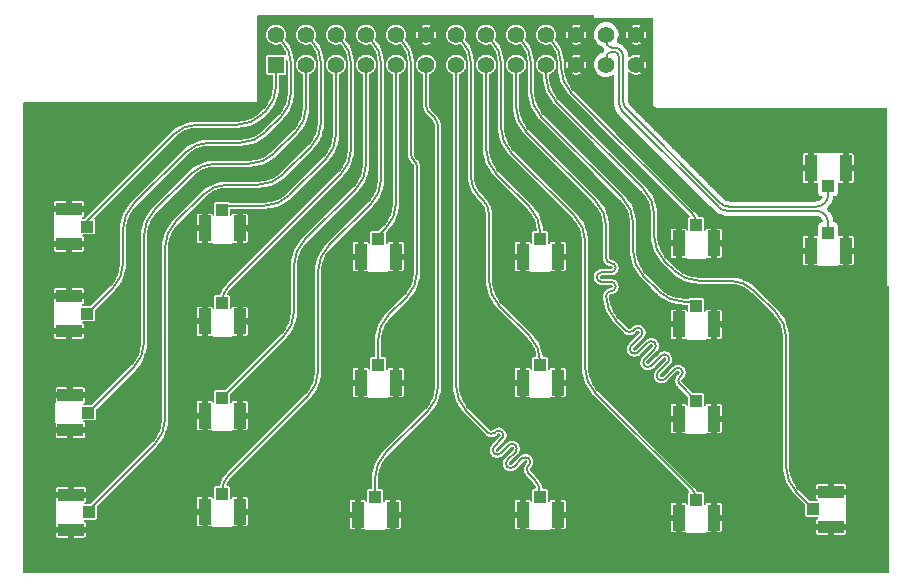
<source format=gbr>
%TF.GenerationSoftware,KiCad,Pcbnew,(6.0.8)*%
%TF.CreationDate,2023-08-07T17:47:41+10:00*%
%TF.ProjectId,REDPITAYA-BRK,52454450-4954-4415-9941-2d42524b2e6b,rev?*%
%TF.SameCoordinates,Original*%
%TF.FileFunction,Copper,L1,Top*%
%TF.FilePolarity,Positive*%
%FSLAX46Y46*%
G04 Gerber Fmt 4.6, Leading zero omitted, Abs format (unit mm)*
G04 Created by KiCad (PCBNEW (6.0.8)) date 2023-08-07 17:47:41*
%MOMM*%
%LPD*%
G01*
G04 APERTURE LIST*
%TA.AperFunction,SMDPad,CuDef*%
%ADD10R,1.050000X2.200000*%
%TD*%
%TA.AperFunction,SMDPad,CuDef*%
%ADD11R,1.000000X1.050000*%
%TD*%
%TA.AperFunction,SMDPad,CuDef*%
%ADD12R,2.200000X1.050000*%
%TD*%
%TA.AperFunction,SMDPad,CuDef*%
%ADD13R,1.050000X1.000000*%
%TD*%
%TA.AperFunction,ComponentPad*%
%ADD14R,1.398000X1.398000*%
%TD*%
%TA.AperFunction,ComponentPad*%
%ADD15C,1.398000*%
%TD*%
%TA.AperFunction,ViaPad*%
%ADD16C,0.600000*%
%TD*%
%TA.AperFunction,Conductor*%
%ADD17C,0.200000*%
%TD*%
%TA.AperFunction,Conductor*%
%ADD18C,0.152400*%
%TD*%
G04 APERTURE END LIST*
D10*
%TO.P,ANALOG_OUT_1,1,GND*%
%TO.N,GND*%
X155145000Y-50184000D03*
D11*
%TO.P,ANALOG_OUT_1,2,SIG*%
%TO.N,/ao1*%
X153670000Y-48659000D03*
D10*
%TO.P,ANALOG_OUT_1,3,GND*%
%TO.N,GND*%
X152195000Y-50184000D03*
%TD*%
D12*
%TO.P,+5V1,1,GND*%
%TO.N,GND*%
X100584000Y-43385000D03*
D13*
%TO.P,+5V1,2,SIG*%
%TO.N,/p5v*%
X102109000Y-41910000D03*
D12*
%TO.P,+5V1,3,GND*%
%TO.N,GND*%
X100584000Y-40435000D03*
%TD*%
D10*
%TO.P,I2C_SDA1,1,GND*%
%TO.N,GND*%
X128221000Y-55118000D03*
D11*
%TO.P,I2C_SDA1,2,SIG*%
%TO.N,/i2c_sda*%
X126746000Y-53593000D03*
D10*
%TO.P,I2C_SDA1,3,GND*%
%TO.N,GND*%
X125271000Y-55118000D03*
%TD*%
%TO.P,ANALOG_IN_3,1,GND*%
%TO.N,GND*%
X155145000Y-66548000D03*
D11*
%TO.P,ANALOG_IN_3,2,SIG*%
%TO.N,/ai3*%
X153670000Y-65023000D03*
D10*
%TO.P,ANALOG_IN_3,3,GND*%
%TO.N,GND*%
X152195000Y-66548000D03*
%TD*%
D12*
%TO.P,-4V1,1,GND*%
%TO.N,GND*%
X100584000Y-50751000D03*
D13*
%TO.P,-4V1,2,SIG*%
%TO.N,/m4v*%
X102109000Y-49276000D03*
D12*
%TO.P,-4V1,3,GND*%
%TO.N,GND*%
X100584000Y-47801000D03*
%TD*%
D10*
%TO.P,UART_RX1,1,GND*%
%TO.N,GND*%
X115013000Y-66040000D03*
D11*
%TO.P,UART_RX1,2,SIG*%
%TO.N,/uart_rx*%
X113538000Y-64515000D03*
D10*
%TO.P,UART_RX1,3,GND*%
%TO.N,GND*%
X112063000Y-66040000D03*
%TD*%
%TO.P,ANALOG_IN_0,1,GND*%
%TO.N,GND*%
X141937000Y-66294000D03*
D11*
%TO.P,ANALOG_IN_0,2,SIG*%
%TO.N,/ai0*%
X140462000Y-64769000D03*
D10*
%TO.P,ANALOG_IN_0,3,GND*%
%TO.N,GND*%
X138987000Y-66294000D03*
%TD*%
%TO.P,UART_TX1,1,GND*%
%TO.N,GND*%
X115013000Y-57912000D03*
D11*
%TO.P,UART_TX1,2,SIG*%
%TO.N,/uart_tx*%
X113538000Y-56387000D03*
D10*
%TO.P,UART_TX1,3,GND*%
%TO.N,GND*%
X112063000Y-57912000D03*
%TD*%
%TO.P,EXT_COM1,1,GND*%
%TO.N,GND*%
X127967000Y-66294000D03*
D11*
%TO.P,EXT_COM1,2,SIG*%
%TO.N,/ext_com*%
X126492000Y-64769000D03*
D10*
%TO.P,EXT_COM1,3,GND*%
%TO.N,GND*%
X125017000Y-66294000D03*
%TD*%
D12*
%TO.P,MOSI1,1,GND*%
%TO.N,GND*%
X100692000Y-59133000D03*
D13*
%TO.P,MOSI1,2,SIG*%
%TO.N,/mosi*%
X102217000Y-57658000D03*
D12*
%TO.P,MOSI1,3,GND*%
%TO.N,GND*%
X100692000Y-56183000D03*
%TD*%
D10*
%TO.P,ANALOG_IN_1,1,GND*%
%TO.N,GND*%
X141937000Y-55118000D03*
D11*
%TO.P,ANALOG_IN_1,2,SIG*%
%TO.N,/ai1*%
X140462000Y-53593000D03*
D10*
%TO.P,ANALOG_IN_1,3,GND*%
%TO.N,GND*%
X138987000Y-55118000D03*
%TD*%
%TO.P,ANALOG_IN_2,1,GND*%
%TO.N,GND*%
X141937000Y-44450000D03*
D11*
%TO.P,ANALOG_IN_2,2,SIG*%
%TO.N,/ai2*%
X140462000Y-42925000D03*
D10*
%TO.P,ANALOG_IN_2,3,GND*%
%TO.N,GND*%
X138987000Y-44450000D03*
%TD*%
%TO.P,CLK_N1,1,GND*%
%TO.N,GND*%
X163371000Y-36938000D03*
D11*
%TO.P,CLK_N1,2,SIG*%
%TO.N,/CLK_N*%
X164846000Y-38463000D03*
D10*
%TO.P,CLK_N1,3,GND*%
%TO.N,GND*%
X166321000Y-36938000D03*
%TD*%
D12*
%TO.P,ANALOG_OUT_2,1,GND*%
%TO.N,GND*%
X165100000Y-64360000D03*
D13*
%TO.P,ANALOG_OUT_2,2,SIG*%
%TO.N,/ao2*%
X163575000Y-65835000D03*
D12*
%TO.P,ANALOG_OUT_2,3,GND*%
%TO.N,GND*%
X165100000Y-67310000D03*
%TD*%
D10*
%TO.P,CS1,1,GND*%
%TO.N,GND*%
X115013000Y-49930000D03*
D11*
%TO.P,CS1,2,SIG*%
%TO.N,/cs*%
X113538000Y-48405000D03*
D10*
%TO.P,CS1,3,GND*%
%TO.N,GND*%
X112063000Y-49930000D03*
%TD*%
%TO.P,ANALOG_OUT_0,1,GND*%
%TO.N,GND*%
X155145000Y-58166000D03*
D11*
%TO.P,ANALOG_OUT_0,2,SIG*%
%TO.N,/ao0*%
X153670000Y-56641000D03*
D10*
%TO.P,ANALOG_OUT_0,3,GND*%
%TO.N,GND*%
X152195000Y-58166000D03*
%TD*%
D12*
%TO.P,MISO1,1,GND*%
%TO.N,GND*%
X100733000Y-67558000D03*
D13*
%TO.P,MISO1,2,SIG*%
%TO.N,/miso*%
X102258000Y-66083000D03*
D12*
%TO.P,MISO1,3,GND*%
%TO.N,GND*%
X100733000Y-64608000D03*
%TD*%
D10*
%TO.P,ANALOG_OUT_3,1,GND*%
%TO.N,GND*%
X155145000Y-43326000D03*
D11*
%TO.P,ANALOG_OUT_3,2,SIG*%
%TO.N,/ao3*%
X153670000Y-41801000D03*
D10*
%TO.P,ANALOG_OUT_3,3,GND*%
%TO.N,GND*%
X152195000Y-43326000D03*
%TD*%
%TO.P,CLK_P1,1,GND*%
%TO.N,GND*%
X166321000Y-43942000D03*
D11*
%TO.P,CLK_P1,2,SIG*%
%TO.N,/CLK_P*%
X164846000Y-42417000D03*
D10*
%TO.P,CLK_P1,3,GND*%
%TO.N,GND*%
X163371000Y-43942000D03*
%TD*%
%TO.P,SCLK1,1,GND*%
%TO.N,GND*%
X115013000Y-42056000D03*
D11*
%TO.P,SCLK1,2,SIG*%
%TO.N,/sclk*%
X113538000Y-40531000D03*
D10*
%TO.P,SCLK1,3,GND*%
%TO.N,GND*%
X112063000Y-42056000D03*
%TD*%
%TO.P,I2C_SCL1,1,GND*%
%TO.N,GND*%
X128221000Y-44450000D03*
D11*
%TO.P,I2C_SCL1,2,SIG*%
%TO.N,/i2c_scl*%
X126746000Y-42925000D03*
D10*
%TO.P,I2C_SCL1,3,GND*%
%TO.N,GND*%
X125271000Y-44450000D03*
%TD*%
D14*
%TO.P,J1,1,1*%
%TO.N,/p5v*%
X118110000Y-28194000D03*
D15*
%TO.P,J1,2,2*%
%TO.N,/mosi*%
X120650000Y-28194000D03*
%TO.P,J1,3,3*%
%TO.N,/sclk*%
X123190000Y-28194000D03*
%TO.P,J1,4,4*%
%TO.N,/uart_tx*%
X125730000Y-28194000D03*
%TO.P,J1,5,5*%
%TO.N,/i2c_scl*%
X128270000Y-28194000D03*
%TO.P,J1,6,6*%
%TO.N,/ext_com*%
X130810000Y-28194000D03*
%TO.P,J1,7,7*%
%TO.N,/ai0*%
X133350000Y-28194000D03*
%TO.P,J1,8,8*%
%TO.N,/ai2*%
X135890000Y-28194000D03*
%TO.P,J1,9,9*%
%TO.N,/ao0*%
X138430000Y-28194000D03*
%TO.P,J1,10,10*%
%TO.N,/ao2*%
X140970000Y-28194000D03*
%TO.P,J1,11,11*%
%TO.N,GND*%
X143510000Y-28194000D03*
%TO.P,J1,12,12*%
%TO.N,/CLK_P*%
X146050000Y-28194000D03*
%TO.P,J1,13,13*%
%TO.N,GND*%
X148590000Y-28194000D03*
%TO.P,J1,14,14*%
%TO.N,/m4v*%
X118110000Y-25654000D03*
%TO.P,J1,15,15*%
%TO.N,/miso*%
X120650000Y-25654000D03*
%TO.P,J1,16,16*%
%TO.N,/cs*%
X123190000Y-25654000D03*
%TO.P,J1,17,17*%
%TO.N,/uart_rx*%
X125730000Y-25654000D03*
%TO.P,J1,18,18*%
%TO.N,/i2c_sda*%
X128270000Y-25654000D03*
%TO.P,J1,19,19*%
%TO.N,GND*%
X130810000Y-25654000D03*
%TO.P,J1,20,20*%
%TO.N,/ai1*%
X133350000Y-25654000D03*
%TO.P,J1,21,21*%
%TO.N,/ai3*%
X135890000Y-25654000D03*
%TO.P,J1,22,22*%
%TO.N,/ao1*%
X138430000Y-25654000D03*
%TO.P,J1,23,23*%
%TO.N,/ao3*%
X140970000Y-25654000D03*
%TO.P,J1,24,24*%
%TO.N,GND*%
X143510000Y-25654000D03*
%TO.P,J1,25,25*%
%TO.N,/CLK_N*%
X146050000Y-25654000D03*
%TO.P,J1,26,26*%
%TO.N,GND*%
X148590000Y-25654000D03*
%TD*%
D16*
%TO.N,GND*%
X145796000Y-51816000D03*
X134874000Y-42672000D03*
X165100000Y-40386000D03*
X165862000Y-41402000D03*
X165862000Y-39370000D03*
X163576000Y-39370000D03*
X163576000Y-41402000D03*
X151892000Y-35052000D03*
X155702000Y-38862000D03*
X154940000Y-38100000D03*
X151130000Y-34290000D03*
X148336000Y-31242000D03*
X148844000Y-32004000D03*
X149606000Y-32766000D03*
X148336000Y-30226000D03*
X152654000Y-35814000D03*
X153416000Y-36576000D03*
X154178000Y-37338000D03*
X150368000Y-33528000D03*
X156464000Y-39370000D03*
X159512000Y-39370000D03*
X157480000Y-39370000D03*
X162560000Y-39370000D03*
X161544000Y-39370000D03*
X160528000Y-39370000D03*
X158496000Y-39370000D03*
X162560000Y-41402000D03*
X161544000Y-41402000D03*
X160528000Y-41402000D03*
X159512000Y-41402000D03*
X158496000Y-41402000D03*
X157480000Y-41402000D03*
X156464000Y-41402000D03*
X155194000Y-40894000D03*
X154432000Y-40132000D03*
X153670000Y-39370000D03*
X152908000Y-38608000D03*
X152146000Y-37846000D03*
X151384000Y-37084000D03*
X150622000Y-36322000D03*
X149860000Y-35560000D03*
X149098000Y-34798000D03*
X148336000Y-34036000D03*
X147574000Y-33274000D03*
X146812000Y-32512000D03*
X146304000Y-31242000D03*
X146304000Y-30226000D03*
X135636000Y-51562000D03*
X162306000Y-45212000D03*
X102108000Y-60452000D03*
X100837000Y-63600000D03*
X147320000Y-66040000D03*
X140462000Y-49022000D03*
X138012000Y-56324000D03*
X165862000Y-55880000D03*
X129261000Y-67468600D03*
X129281000Y-53363600D03*
X99198000Y-60467000D03*
X111047000Y-41915000D03*
X100584000Y-35560000D03*
X100827000Y-68555000D03*
X99402000Y-63615000D03*
X107696000Y-67310000D03*
X129246000Y-66033600D03*
X156215000Y-42648000D03*
X147828000Y-56388000D03*
X116001000Y-64488600D03*
X116018000Y-57643000D03*
X102008000Y-46791000D03*
X116083000Y-51235000D03*
X99033000Y-46796000D03*
X116013000Y-56143000D03*
X144272000Y-61214000D03*
X167386000Y-45212000D03*
X151259000Y-64715000D03*
X151145000Y-59044000D03*
X156209000Y-66160000D03*
X163884000Y-63386800D03*
X102030000Y-55285000D03*
X116083000Y-49760000D03*
X129286000Y-56338600D03*
X102033000Y-44251000D03*
X111046000Y-64468600D03*
X124271000Y-54898600D03*
X137997000Y-53414000D03*
X124460000Y-48514000D03*
X99058000Y-44256000D03*
X151145000Y-57569000D03*
X108204000Y-63246000D03*
X129286000Y-54863600D03*
X129246000Y-64558600D03*
X158750000Y-54356000D03*
X156194000Y-64725000D03*
X120118092Y-65250947D03*
X129004000Y-45890000D03*
X102302000Y-68555000D03*
X142882000Y-56329000D03*
X165349000Y-68301800D03*
X111003000Y-59109000D03*
X167401000Y-38100000D03*
X156209000Y-67635000D03*
X99120000Y-55300000D03*
X166794000Y-63371800D03*
X163874000Y-68301800D03*
X164846000Y-50038000D03*
X156215000Y-49760000D03*
X99392000Y-68570000D03*
X162306000Y-35560000D03*
X128989000Y-44455000D03*
X124271000Y-56373600D03*
X110998000Y-56134000D03*
X111023000Y-48299000D03*
X129540000Y-49530000D03*
X121158000Y-59436000D03*
X142882000Y-54854000D03*
X160274000Y-66802000D03*
X100555000Y-55285000D03*
X156215000Y-44123000D03*
X104648000Y-51308000D03*
X123896000Y-66013600D03*
X138041000Y-64595000D03*
X128989000Y-42980000D03*
X156215000Y-51235000D03*
X142981000Y-64555000D03*
X124266000Y-53398600D03*
X138012000Y-45747600D03*
X156225000Y-59044000D03*
X162306000Y-36830000D03*
X116077000Y-43360000D03*
X132080000Y-30734000D03*
X151274000Y-67625000D03*
X156210000Y-54356000D03*
X149606000Y-49530000D03*
X167386000Y-35560000D03*
X156210000Y-56134000D03*
X100533000Y-51736000D03*
X105410000Y-58928000D03*
X143002000Y-44245000D03*
X111061000Y-67378600D03*
X116016000Y-67398600D03*
X167386000Y-36830000D03*
X102028000Y-39281000D03*
X143002000Y-45720000D03*
X124206000Y-44401000D03*
X106426000Y-34290000D03*
X167371000Y-42302000D03*
X100533000Y-46791000D03*
X142867000Y-53419000D03*
X124221000Y-45836000D03*
X138012000Y-44272600D03*
X116077000Y-41885000D03*
X138012000Y-54849000D03*
X100593000Y-39296000D03*
X158242000Y-37084000D03*
X151135000Y-49760000D03*
X142987000Y-42810000D03*
X167371000Y-43777000D03*
X152146000Y-41656000D03*
X116001000Y-65963600D03*
X156225000Y-57569000D03*
X102312000Y-63600000D03*
X132080000Y-61468000D03*
X142996000Y-67465000D03*
X151274000Y-66150000D03*
X159512000Y-44704000D03*
X125222000Y-42672000D03*
X123911000Y-67448600D03*
X100558000Y-44251000D03*
X116018000Y-59118000D03*
X111046000Y-65943600D03*
X99118000Y-39296000D03*
X138056000Y-66030000D03*
X142981000Y-66030000D03*
X111023000Y-49774000D03*
X139446000Y-58674000D03*
X147828000Y-48006000D03*
X164338000Y-60706000D03*
X138056000Y-67505000D03*
X151130000Y-56134000D03*
X155702000Y-33782000D03*
X151135000Y-42926000D03*
X102008000Y-51736000D03*
X162291000Y-43777000D03*
X111047000Y-43390000D03*
X116078000Y-48260000D03*
X165359000Y-63386800D03*
X119634000Y-54102000D03*
X130556000Y-34798000D03*
X166784000Y-68286800D03*
X100633000Y-60452000D03*
X156210000Y-48260000D03*
X111003000Y-57634000D03*
X123896000Y-64538600D03*
X137997000Y-42837600D03*
X111038000Y-51209000D03*
X133604000Y-65532000D03*
X99033000Y-51741000D03*
%TD*%
D17*
%TO.N,/ai2*%
X140461971Y-42390641D02*
G75*
G03*
X139583320Y-40269320I-2999971J41D01*
G01*
X140462000Y-42925000D02*
X140462000Y-42390641D01*
X139583320Y-40269320D02*
X136768679Y-37454679D01*
X136768659Y-37454699D02*
G75*
G02*
X135890000Y-35333359I2121341J2121299D01*
G01*
X135890000Y-35333359D02*
X135890000Y-28194000D01*
%TO.N,/ai1*%
X135558213Y-39546213D02*
X135205786Y-39193786D01*
X135558227Y-39546199D02*
G75*
G02*
X136144000Y-40960427I-1414227J-1414201D01*
G01*
X135205772Y-39193800D02*
G75*
G02*
X134620000Y-37779573I1414228J1414200D01*
G01*
X140462000Y-53593000D02*
X140462000Y-53312641D01*
X136144000Y-46509359D02*
X136144000Y-40960427D01*
X140461971Y-53312641D02*
G75*
G03*
X139583320Y-51191320I-2999971J41D01*
G01*
X139583320Y-51191320D02*
X137022679Y-48630679D01*
X134620000Y-37779573D02*
X134620000Y-28166641D01*
X136144029Y-46509359D02*
G75*
G03*
X137022679Y-48630679I2999971J-41D01*
G01*
X133741320Y-26045320D02*
X133350000Y-25654000D01*
X133741340Y-26045300D02*
G75*
G02*
X134620000Y-28166641I-2121340J-2121300D01*
G01*
%TO.N,/ao0*%
X138430000Y-31777359D02*
X138430000Y-28194000D01*
X146451803Y-44979359D02*
X146450000Y-44979359D01*
X145648197Y-45779359D02*
X146050000Y-45779359D01*
X146050000Y-44579359D02*
X146050000Y-41882641D01*
X146450000Y-46579359D02*
X145648197Y-46579359D01*
X148454610Y-50578082D02*
X148313188Y-50719503D01*
X148454611Y-50578081D02*
X148454610Y-50578082D01*
X148171770Y-51992298D02*
X149020296Y-51143767D01*
X148171769Y-51992299D02*
X148171770Y-51992298D01*
X148171769Y-52557982D02*
X148171770Y-52557984D01*
X149303145Y-53123673D02*
X150151671Y-52275142D01*
X149303144Y-53123674D02*
X149303145Y-53123673D01*
X149303144Y-53689357D02*
X149303145Y-53689359D01*
X150717360Y-52840832D02*
X149868829Y-53689358D01*
X150717361Y-52840831D02*
X150717360Y-52840832D01*
X150434520Y-54255048D02*
X151283046Y-53406517D01*
X150434519Y-54255049D02*
X150434520Y-54255048D01*
X151848735Y-53972207D02*
X151000204Y-54820733D01*
X152414421Y-53972206D02*
X152414421Y-53972207D01*
X153669000Y-56641000D02*
X152273000Y-55245000D01*
X149020295Y-50578082D02*
X149020296Y-50578082D01*
X153670000Y-56641000D02*
X153669000Y-56641000D01*
X138430029Y-31777359D02*
G75*
G03*
X139308679Y-33898679I2999971J-41D01*
G01*
X151283045Y-52840832D02*
X151283046Y-52840832D01*
X145171340Y-39761300D02*
G75*
G02*
X146050000Y-41882641I-2121340J-2121300D01*
G01*
X147747502Y-50719503D02*
X147747503Y-50719503D01*
X146050041Y-44579359D02*
G75*
G03*
X146450000Y-44979359I399959J-41D01*
G01*
X152272999Y-54679315D02*
X152273000Y-54679314D01*
X146851759Y-45379359D02*
G75*
G02*
X146451803Y-45779359I-399959J-41D01*
G01*
X150151670Y-51709457D02*
X150151671Y-51709457D01*
X145648197Y-45779397D02*
G75*
G03*
X145248197Y-46179359I3J-400003D01*
G01*
X146451803Y-46579359D02*
X146450000Y-46579359D01*
X145248241Y-46179359D02*
G75*
G03*
X145648197Y-46579359I399959J-41D01*
G01*
X146451803Y-44979397D02*
G75*
G02*
X146851803Y-45379359I-3J-400003D01*
G01*
X146451803Y-46579397D02*
G75*
G02*
X146851803Y-46979359I-3J-400003D01*
G01*
X146851759Y-46979359D02*
G75*
G02*
X146451803Y-47379359I-399959J-41D01*
G01*
X146450000Y-47379400D02*
G75*
G03*
X146050000Y-47779359I0J-400000D01*
G01*
X147747502Y-50719503D02*
G75*
G03*
X148313188Y-50719503I282843J282844D01*
G01*
X151848736Y-53972206D02*
X151848735Y-53972207D01*
X148454658Y-50578128D02*
G75*
G02*
X149020296Y-50578082I282842J-282772D01*
G01*
X149020320Y-50578057D02*
G75*
G02*
X149020296Y-51143767I-282820J-282843D01*
G01*
X148171757Y-52557994D02*
G75*
G03*
X148737454Y-52557983I282843J282894D01*
G01*
X152273000Y-54679314D02*
X152414421Y-54537892D01*
X149585958Y-51709428D02*
G75*
G02*
X150151671Y-51709457I282842J-282872D01*
G01*
X147747503Y-50719503D02*
X146928679Y-49900679D01*
X150151670Y-51709457D02*
G75*
G02*
X150151671Y-52275142I-282870J-282843D01*
G01*
X149303128Y-53123658D02*
G75*
G03*
X149303145Y-53689359I282872J-282842D01*
G01*
X148171728Y-51992258D02*
G75*
G03*
X148171770Y-52557984I282872J-282842D01*
G01*
X146450000Y-47379359D02*
X146451803Y-47379359D01*
X150717358Y-52840828D02*
G75*
G02*
X151283046Y-52840832I282842J-282872D01*
G01*
X149585985Y-51709457D02*
X148737454Y-52557983D01*
X150434558Y-54820693D02*
G75*
G03*
X151000203Y-54820732I282842J282793D01*
G01*
X151283020Y-52840857D02*
G75*
G02*
X151283046Y-53406517I-282820J-282843D01*
G01*
X149585986Y-51709456D02*
X149585985Y-51709457D01*
X151848758Y-53972228D02*
G75*
G02*
X152414421Y-53972207I282842J-282772D01*
G01*
X146050000Y-45779359D02*
X146451803Y-45779359D01*
X150434528Y-54255058D02*
G75*
G03*
X150434520Y-54820734I282872J-282842D01*
G01*
X149303157Y-53689344D02*
G75*
G03*
X149868829Y-53689358I282843J282844D01*
G01*
X152414470Y-53972157D02*
G75*
G02*
X152414421Y-54537892I-282870J-282843D01*
G01*
X145171320Y-39761320D02*
X139308679Y-33898679D01*
X152273042Y-54679358D02*
G75*
G03*
X152273000Y-55245000I282758J-282842D01*
G01*
X146050029Y-47779359D02*
G75*
G03*
X146928679Y-49900679I2999971J-41D01*
G01*
X150434519Y-54820732D02*
X150434520Y-54820734D01*
%TO.N,/ai0*%
X136051877Y-59343878D02*
X134228679Y-57520679D01*
X133350000Y-55399359D02*
X133350000Y-28194000D01*
X136051877Y-59343877D02*
X136051877Y-59343878D01*
X136682899Y-59278542D02*
X136682898Y-59278543D01*
X137248585Y-59278544D02*
X137248584Y-59278543D01*
X136552230Y-60540585D02*
X137248584Y-59844229D01*
X136552231Y-61106272D02*
X136552230Y-61106271D01*
X137814273Y-60409918D02*
X137117916Y-61106271D01*
X138379960Y-60409919D02*
X138379959Y-60409918D01*
X137683604Y-61671961D02*
X137683605Y-61671960D01*
X137683606Y-62237647D02*
X137683605Y-62237646D01*
X138945649Y-61541293D02*
X138249291Y-62237646D01*
X139511334Y-61541293D02*
X139511335Y-61541293D01*
X139446000Y-62172314D02*
X139511335Y-62106978D01*
X137814274Y-60409917D02*
X137814273Y-60409918D01*
X139445999Y-62172315D02*
X139446000Y-62172314D01*
X139876213Y-63168213D02*
X139446000Y-62738000D01*
X140462000Y-64769000D02*
X140462000Y-64582427D01*
X133350017Y-55399359D02*
G75*
G03*
X134228679Y-57520679I3000183J59D01*
G01*
X136552229Y-60540586D02*
X136552230Y-60540585D01*
X136682898Y-59278543D02*
X136617562Y-59343878D01*
X136051857Y-59343897D02*
G75*
G03*
X136617562Y-59343878I282843J282897D01*
G01*
X136682858Y-59278501D02*
G75*
G02*
X137248584Y-59278543I282842J-282899D01*
G01*
X137248571Y-59278558D02*
G75*
G02*
X137248584Y-59844229I-282871J-282842D01*
G01*
X136552201Y-60540558D02*
G75*
G03*
X136552230Y-61106271I282899J-282842D01*
G01*
X136552258Y-61106245D02*
G75*
G03*
X137117916Y-61106271I282842J282845D01*
G01*
X137683605Y-61671960D02*
X138379959Y-60975604D01*
X137814258Y-60409901D02*
G75*
G02*
X138379959Y-60409918I282842J-282899D01*
G01*
X137683558Y-62237695D02*
G75*
G03*
X138249291Y-62237646I282842J282895D01*
G01*
X138945658Y-61541300D02*
G75*
G02*
X139511335Y-61541293I282842J-282800D01*
G01*
X139511370Y-61541257D02*
G75*
G02*
X139511335Y-62106978I-282870J-282843D01*
G01*
X138379921Y-60409958D02*
G75*
G02*
X138379959Y-60975604I-282821J-282842D01*
G01*
X139446042Y-62172358D02*
G75*
G03*
X139446000Y-62738000I282758J-282842D01*
G01*
X139876227Y-63168199D02*
G75*
G02*
X140462000Y-64582427I-1414227J-1414201D01*
G01*
X138945650Y-61541292D02*
X138945649Y-61541293D01*
X137683601Y-61671958D02*
G75*
G03*
X137683605Y-62237646I282799J-282842D01*
G01*
D18*
%TO.N,/CLK_N*%
X156442578Y-40211315D02*
G75*
G02*
X155735472Y-39918406I22J1000015D01*
G01*
%TO.N,/CLK_P*%
X156297850Y-40560664D02*
G75*
G02*
X155590744Y-40267806I-50J999964D01*
G01*
X147438168Y-32115282D02*
G75*
G02*
X147145300Y-31408150I707132J707082D01*
G01*
%TO.N,/CLK_N*%
X147787604Y-31970518D02*
G75*
G02*
X147494700Y-31263422I707096J707118D01*
G01*
D17*
%TO.N,/ai3*%
X153669990Y-64930214D02*
G75*
G03*
X153377107Y-64223107I-999990J14D01*
G01*
D18*
%TO.N,/CLK_N*%
X164846000Y-39209786D02*
X164846000Y-38463000D01*
X164551593Y-39918407D02*
X164553107Y-39916893D01*
X156442578Y-40211300D02*
X163844486Y-40211300D01*
X147787593Y-31970529D02*
X155735471Y-39918407D01*
X147494700Y-28082568D02*
X147494700Y-31263422D01*
X147494700Y-27393678D02*
X147494700Y-28082568D01*
X146548985Y-26749300D02*
X146850322Y-26749300D01*
X146167158Y-26533158D02*
X146266143Y-26632143D01*
X146050000Y-25654000D02*
X146050000Y-26250315D01*
X164551600Y-39918414D02*
G75*
G02*
X163844486Y-40211300I-707100J707114D01*
G01*
X147494715Y-27393678D02*
G75*
G03*
X147377543Y-27110836I-400015J-22D01*
G01*
X146548985Y-26749310D02*
G75*
G02*
X146266143Y-26632143I15J400010D01*
G01*
X147133165Y-26866458D02*
X147377543Y-27110836D01*
%TO.N,/CLK_P*%
X164846000Y-41562214D02*
X164846000Y-42417000D01*
X164551593Y-40853593D02*
X164553107Y-40855107D01*
X156297850Y-40560700D02*
X163844486Y-40560700D01*
X147438193Y-32115257D02*
X155590743Y-40267807D01*
X147145300Y-28227296D02*
X147145300Y-31408150D01*
X147145300Y-27538406D02*
X147145300Y-28227296D01*
%TO.N,/CLK_N*%
X146167165Y-26533151D02*
G75*
G02*
X146050000Y-26250315I282835J282851D01*
G01*
%TO.N,/CLK_P*%
X146548985Y-27098700D02*
X146705594Y-27098700D01*
X146167158Y-27314842D02*
X146266143Y-27215857D01*
X146050000Y-28194000D02*
X146050000Y-27597685D01*
X164551600Y-40853586D02*
G75*
G03*
X163844486Y-40560700I-707100J-707114D01*
G01*
%TO.N,/CLK_N*%
X147133154Y-26866469D02*
G75*
G03*
X146850322Y-26749300I-282854J-282831D01*
G01*
%TO.N,/CLK_P*%
X146988440Y-27215855D02*
G75*
G03*
X146705594Y-27098700I-282840J-282845D01*
G01*
X146548985Y-27098690D02*
G75*
G03*
X146266143Y-27215857I15J-400010D01*
G01*
X146988437Y-27215858D02*
X147028143Y-27255564D01*
X147145295Y-27538406D02*
G75*
G03*
X147028143Y-27255564I-399995J6D01*
G01*
%TO.N,/CLK_N*%
X164845990Y-39209786D02*
G75*
G02*
X164553107Y-39916893I-999990J-14D01*
G01*
%TO.N,/CLK_P*%
X146167165Y-27314849D02*
G75*
G03*
X146050000Y-27597685I282835J-282851D01*
G01*
X164845990Y-41562214D02*
G75*
G03*
X164553107Y-40855107I-999990J14D01*
G01*
D17*
%TO.N,/ao3*%
X153669990Y-41562214D02*
G75*
G03*
X153377107Y-40855107I-999990J14D01*
G01*
%TO.N,/cs*%
X113538020Y-48326427D02*
G75*
G02*
X114123788Y-46912214I1999980J27D01*
G01*
%TO.N,/uart_rx*%
X114123773Y-62914199D02*
G75*
G03*
X113538000Y-64328427I1414227J-1414201D01*
G01*
%TO.N,/i2c_sda*%
X130047995Y-36783107D02*
G75*
G03*
X129901553Y-36429553I-499995J7D01*
G01*
X129686443Y-36214449D02*
G75*
G02*
X129540000Y-35860893I353557J353549D01*
G01*
%TO.N,/ext_com*%
X130810010Y-31589786D02*
G75*
G03*
X131102893Y-32296893I999990J-14D01*
G01*
X131533114Y-32727100D02*
G75*
G02*
X131826000Y-33434214I-707114J-707100D01*
G01*
%TO.N,/ao2*%
X141848659Y-31358699D02*
G75*
G02*
X140970000Y-29237359I2121341J2121299D01*
G01*
%TO.N,/ao1*%
X140578659Y-32628699D02*
G75*
G02*
X139700000Y-30507359I2121341J2121299D01*
G01*
%TO.N,/uart_rx*%
X126121340Y-26045300D02*
G75*
G02*
X127000000Y-28166641I-2121340J-2121300D01*
G01*
%TO.N,/ao1*%
X139699971Y-28166641D02*
G75*
G03*
X138821320Y-26045320I-2999971J41D01*
G01*
%TO.N,/m4v*%
X118501340Y-26045300D02*
G75*
G02*
X119380000Y-28166641I-2121340J-2121300D01*
G01*
%TO.N,/ai3*%
X137159971Y-28166641D02*
G75*
G03*
X136281320Y-26045320I-2999971J41D01*
G01*
%TO.N,/i2c_sda*%
X128661340Y-26045300D02*
G75*
G02*
X129540000Y-28166641I-2121340J-2121300D01*
G01*
%TO.N,/cs*%
X124459971Y-28166641D02*
G75*
G03*
X123581320Y-26045320I-2999971J41D01*
G01*
%TO.N,/miso*%
X121041340Y-26045300D02*
G75*
G02*
X121920000Y-28166641I-2121340J-2121300D01*
G01*
%TO.N,/ao3*%
X142239971Y-28166641D02*
G75*
G03*
X141361320Y-26045320I-2999971J41D01*
G01*
X142240029Y-28475359D02*
G75*
G03*
X143118679Y-30596679I2999971J-41D01*
G01*
%TO.N,/p5v*%
X109357301Y-34152659D02*
G75*
G02*
X111478641Y-33274000I2121299J-2121341D01*
G01*
X118109971Y-29999359D02*
G75*
G02*
X117231321Y-32120679I-2999971J-41D01*
G01*
X114835359Y-33273971D02*
G75*
G03*
X116956680Y-32395320I41J2999971D01*
G01*
%TO.N,/uart_tx*%
X120512660Y-43063300D02*
G75*
G03*
X119634000Y-45184641I2121340J-2121300D01*
G01*
X124851341Y-38724699D02*
G75*
G03*
X125730000Y-36603359I-2121341J2121299D01*
G01*
X119633971Y-49049359D02*
G75*
G02*
X118755321Y-51170679I-2999971J-41D01*
G01*
%TO.N,/mosi*%
X119771340Y-33898700D02*
G75*
G03*
X120650000Y-31777359I-2121340J2121300D01*
G01*
%TO.N,/i2c_sda*%
X129169341Y-47868699D02*
G75*
G03*
X130048000Y-45747359I-2121341J2121299D01*
G01*
%TO.N,/i2c_scl*%
X127391341Y-42026699D02*
G75*
G03*
X128270000Y-39905359I-2121341J2121299D01*
G01*
%TO.N,/uart_rx*%
X126121341Y-39994699D02*
G75*
G03*
X127000000Y-37873359I-2121341J2121299D01*
G01*
X122544660Y-43571300D02*
G75*
G03*
X121666000Y-45692641I2121340J-2121300D01*
G01*
X120787341Y-56250699D02*
G75*
G03*
X121666000Y-54129359I-2121341J2121299D01*
G01*
%TO.N,/m4v*%
X118501341Y-32628699D02*
G75*
G03*
X119380000Y-30507359I-2121341J2121299D01*
G01*
X117210700Y-33919340D02*
G75*
G02*
X115089359Y-34798000I-2121300J2121340D01*
G01*
X110373301Y-35676659D02*
G75*
G02*
X112494641Y-34798000I2121299J-2121341D01*
G01*
X106034660Y-40015300D02*
G75*
G03*
X105156000Y-42136641I2121340J-2121300D01*
G01*
X104277341Y-47106699D02*
G75*
G03*
X105156000Y-44985359I-2121341J2121299D01*
G01*
%TO.N,/cs*%
X124459971Y-35333359D02*
G75*
G02*
X123581321Y-37454679I-2999971J-41D01*
G01*
%TO.N,/sclk*%
X123189971Y-34063359D02*
G75*
G02*
X122311321Y-36184679I-2999971J-41D01*
G01*
X117121359Y-40131971D02*
G75*
G03*
X119242680Y-39253320I41J2999971D01*
G01*
%TO.N,/mosi*%
X106055340Y-53819700D02*
G75*
G03*
X106934000Y-51698359I-2121340J2121300D01*
G01*
X117972699Y-35697341D02*
G75*
G02*
X115851359Y-36576000I-2121299J2121341D01*
G01*
X106934029Y-42644641D02*
G75*
G02*
X107812679Y-40523321I2999971J41D01*
G01*
X113002641Y-36576029D02*
G75*
G03*
X110881320Y-37454680I-41J-2999971D01*
G01*
%TO.N,/i2c_sda*%
X127624660Y-49413300D02*
G75*
G03*
X126746000Y-51534641I2121340J-2121300D01*
G01*
%TO.N,/ext_com*%
X126492029Y-63218641D02*
G75*
G02*
X127370680Y-61097320I2999971J41D01*
G01*
%TO.N,/miso*%
X116613359Y-38353971D02*
G75*
G03*
X118734680Y-37475320I41J2999971D01*
G01*
%TO.N,/ext_com*%
X130947341Y-57520699D02*
G75*
G03*
X131826000Y-55399359I-2121341J2121299D01*
G01*
%TO.N,/miso*%
X108711971Y-58193359D02*
G75*
G02*
X107833321Y-60314679I-2999971J-41D01*
G01*
X114018641Y-38354029D02*
G75*
G03*
X111897321Y-39232679I-41J-2999971D01*
G01*
X108712029Y-43660641D02*
G75*
G02*
X109590680Y-41539320I2999971J41D01*
G01*
X121041341Y-35168699D02*
G75*
G03*
X121920000Y-33047359I-2121341J2121299D01*
G01*
%TO.N,/ao2*%
X161290029Y-62257359D02*
G75*
G03*
X162168679Y-64378679I2999971J-41D01*
G01*
X156491359Y-46482029D02*
G75*
G02*
X158612679Y-47360679I41J-2999971D01*
G01*
X161289971Y-51280641D02*
G75*
G03*
X160411320Y-49159320I-2999971J41D01*
G01*
%TO.N,/ai3*%
X137160029Y-33555359D02*
G75*
G03*
X138038679Y-35676679I2999971J-41D01*
G01*
X143393340Y-41031300D02*
G75*
G02*
X144272000Y-43152641I-2121340J-2121300D01*
G01*
X144272029Y-53875359D02*
G75*
G03*
X145150679Y-55996679I2999971J-41D01*
G01*
%TO.N,/ao2*%
X151775300Y-45603340D02*
G75*
G03*
X153896641Y-46482000I2121300J2121340D01*
G01*
X149235340Y-38745300D02*
G75*
G02*
X150114000Y-40866641I-2121340J-2121300D01*
G01*
X150992659Y-44820699D02*
G75*
G02*
X150114000Y-42699359I2121341J2121299D01*
G01*
%TO.N,/ao1*%
X148335971Y-41628641D02*
G75*
G03*
X147457320Y-39507320I-2999971J41D01*
G01*
X148336029Y-43969359D02*
G75*
G03*
X149214679Y-46090679I2999971J-41D01*
G01*
X150505300Y-47381340D02*
G75*
G03*
X152626641Y-48260000I2121300J2121340D01*
G01*
%TO.N,/i2c_sda*%
X129901553Y-36429553D02*
X129686446Y-36214446D01*
X127624680Y-49413320D02*
X129169321Y-47868679D01*
X126746000Y-53593000D02*
X126746000Y-51534641D01*
X130048000Y-45747359D02*
X130048000Y-36783107D01*
X129540000Y-35860893D02*
X129540000Y-28166641D01*
X128661320Y-26045320D02*
X128270000Y-25654000D01*
%TO.N,/p5v*%
X118110000Y-29999359D02*
X118110000Y-28194000D01*
X116956680Y-32395320D02*
X117231321Y-32120679D01*
X102109000Y-41401000D02*
X109357321Y-34152679D01*
X102109000Y-41910000D02*
X102109000Y-41401000D01*
X111478641Y-33274000D02*
X114835359Y-33274000D01*
%TO.N,/ao2*%
X140970000Y-29237359D02*
X140970000Y-28194000D01*
X150114000Y-42699359D02*
X150114000Y-40866641D01*
X149235320Y-38745320D02*
X141848679Y-31358679D01*
X151775320Y-45603320D02*
X150992679Y-44820679D01*
X156491359Y-46482000D02*
X153896641Y-46482000D01*
X160411320Y-49159320D02*
X158612679Y-47360679D01*
X161290000Y-62257359D02*
X161290000Y-51280641D01*
X163575000Y-65785000D02*
X162168679Y-64378679D01*
X163575000Y-65835000D02*
X163575000Y-65785000D01*
%TO.N,/ao3*%
X141361320Y-26045320D02*
X140970000Y-25654000D01*
X153377107Y-40855107D02*
X143118679Y-30596679D01*
X142240000Y-28475359D02*
X142240000Y-28166641D01*
X153670000Y-41801000D02*
X153670000Y-41562214D01*
%TO.N,/miso*%
X108712000Y-58193359D02*
X108712000Y-43660641D01*
X102258000Y-66083000D02*
X102258000Y-65890000D01*
X114018641Y-38354000D02*
X116613359Y-38354000D01*
X121920000Y-33047359D02*
X121920000Y-28166641D01*
X118734680Y-37475320D02*
X121041321Y-35168679D01*
X121041320Y-26045320D02*
X120650000Y-25654000D01*
X109590680Y-41539320D02*
X111897321Y-39232679D01*
X102258000Y-65890000D02*
X107833321Y-60314679D01*
%TO.N,/ext_com*%
X131826000Y-55399359D02*
X131826000Y-33434214D01*
X131533107Y-32727107D02*
X131102893Y-32296893D01*
X127370680Y-61097320D02*
X130947321Y-57520679D01*
X130810000Y-31589786D02*
X130810000Y-28194000D01*
X126492000Y-64769000D02*
X126492000Y-63218641D01*
%TO.N,/cs*%
X123581320Y-26045320D02*
X123190000Y-25654000D01*
X114123787Y-46912213D02*
X123581321Y-37454679D01*
X113538000Y-48405000D02*
X113538000Y-48326427D01*
X124460000Y-35333359D02*
X124460000Y-28166641D01*
%TO.N,/uart_rx*%
X121666000Y-54129359D02*
X121666000Y-45692641D01*
X127000000Y-37873359D02*
X127000000Y-28166641D01*
X126121320Y-26045320D02*
X125730000Y-25654000D01*
X122544680Y-43571320D02*
X126121321Y-39994679D01*
X113538000Y-64515000D02*
X113538000Y-64328427D01*
X114123787Y-62914213D02*
X120787321Y-56250679D01*
%TO.N,/ao1*%
X147457320Y-39507320D02*
X140578679Y-32628679D01*
X153271000Y-48260000D02*
X152626641Y-48260000D01*
X150505320Y-47381320D02*
X149214679Y-46090679D01*
X153670000Y-48659000D02*
X153271000Y-48260000D01*
X138821320Y-26045320D02*
X138430000Y-25654000D01*
X139700000Y-30507359D02*
X139700000Y-28166641D01*
X148336000Y-43969359D02*
X148336000Y-41628641D01*
%TO.N,/ai3*%
X143393320Y-41031320D02*
X138038679Y-35676679D01*
X137160000Y-33555359D02*
X137160000Y-28166641D01*
X153377107Y-64223107D02*
X145150679Y-55996679D01*
X153670000Y-65023000D02*
X153670000Y-64930214D01*
X136281320Y-26045320D02*
X135890000Y-25654000D01*
X144272000Y-53875359D02*
X144272000Y-43152641D01*
%TO.N,/m4v*%
X119380000Y-30507359D02*
X119380000Y-28166641D01*
X106034680Y-40015320D02*
X110373321Y-35676679D01*
X118501320Y-26045320D02*
X118110000Y-25654000D01*
X117210680Y-33919320D02*
X118501321Y-32628679D01*
X102109000Y-49276000D02*
X102109000Y-49275000D01*
X105156000Y-44985359D02*
X105156000Y-42136641D01*
X112494641Y-34798000D02*
X115089359Y-34798000D01*
X102109000Y-49275000D02*
X104277321Y-47106679D01*
%TO.N,/i2c_scl*%
X128270000Y-39905359D02*
X128270000Y-28194000D01*
X126746000Y-42672000D02*
X127391321Y-42026679D01*
X126746000Y-42925000D02*
X126746000Y-42672000D01*
%TO.N,/mosi*%
X106055320Y-53819680D02*
X102217000Y-57658000D01*
X120650000Y-28194000D02*
X120650000Y-31777359D01*
X119771320Y-33898680D02*
X117972679Y-35697321D01*
X110881320Y-37454680D02*
X107812679Y-40523321D01*
X115851359Y-36576000D02*
X113002641Y-36576000D01*
X106934000Y-42644641D02*
X106934000Y-51698359D01*
%TO.N,/sclk*%
X113647000Y-40531000D02*
X114046000Y-40132000D01*
X119242680Y-39253320D02*
X122311321Y-36184679D01*
X123190000Y-34063359D02*
X123190000Y-28194000D01*
X114046000Y-40132000D02*
X117121359Y-40132000D01*
X113538000Y-40531000D02*
X113647000Y-40531000D01*
%TO.N,/uart_tx*%
X120512680Y-43063320D02*
X124851321Y-38724679D01*
X125730000Y-36603359D02*
X125730000Y-28194000D01*
X119634000Y-49049359D02*
X119634000Y-45184641D01*
X113539000Y-56387000D02*
X118755321Y-51170679D01*
X113538000Y-56387000D02*
X113539000Y-56387000D01*
%TD*%
%TA.AperFunction,Conductor*%
%TO.N,GND*%
G36*
X104104311Y-46918120D02*
G01*
X104094988Y-46924350D01*
X104090873Y-46930509D01*
X104084993Y-46939309D01*
X104075640Y-46950705D01*
X102425271Y-48601074D01*
X102378651Y-48622814D01*
X102372097Y-48623100D01*
X102271515Y-48623100D01*
X101735069Y-48623101D01*
X101686732Y-48605508D01*
X101661012Y-48560959D01*
X101669945Y-48510301D01*
X101709350Y-48477236D01*
X101720399Y-48474146D01*
X101736198Y-48471003D01*
X101749623Y-48465442D01*
X101787720Y-48439986D01*
X101797986Y-48429720D01*
X101823442Y-48391623D01*
X101829003Y-48378198D01*
X101835679Y-48344637D01*
X101836400Y-48337316D01*
X101836400Y-48068259D01*
X101832703Y-48058102D01*
X101827331Y-48055000D01*
X99344859Y-48055000D01*
X99334702Y-48058697D01*
X99331600Y-48064069D01*
X99331600Y-48337316D01*
X99332321Y-48344637D01*
X99340442Y-48385464D01*
X99339035Y-48385744D01*
X99340911Y-48428809D01*
X99309593Y-48469616D01*
X99296645Y-48476000D01*
X99284000Y-48476000D01*
X99284000Y-50076490D01*
X99293068Y-50076490D01*
X99305548Y-50083695D01*
X99338613Y-50123100D01*
X99337679Y-50165986D01*
X99340442Y-50166536D01*
X99332321Y-50207363D01*
X99331600Y-50214684D01*
X99331600Y-50483741D01*
X99335297Y-50493898D01*
X99340669Y-50497000D01*
X101823141Y-50497000D01*
X101833298Y-50493303D01*
X101836400Y-50487931D01*
X101836400Y-50214684D01*
X101835679Y-50207363D01*
X101829003Y-50173802D01*
X101823442Y-50160377D01*
X101797986Y-50122280D01*
X101787720Y-50112014D01*
X101749623Y-50086558D01*
X101736197Y-50080996D01*
X101720404Y-50077855D01*
X101676427Y-50051170D01*
X101659892Y-50002460D01*
X101678535Y-49954517D01*
X101723634Y-49929775D01*
X101735074Y-49928900D01*
X102625543Y-49928899D01*
X102649056Y-49928899D01*
X102693658Y-49920028D01*
X102744234Y-49886234D01*
X102768254Y-49850286D01*
X102773913Y-49841817D01*
X102773914Y-49841816D01*
X102778028Y-49835658D01*
X102786900Y-49791057D01*
X102786899Y-48985904D01*
X102804492Y-48937566D01*
X102808925Y-48932730D01*
X104433296Y-47308359D01*
X104444690Y-47299007D01*
X104453500Y-47293120D01*
X104459654Y-47289008D01*
X104463449Y-47283329D01*
X104464978Y-47281642D01*
X104465979Y-47280641D01*
X104466006Y-47280628D01*
X104466295Y-47280325D01*
X104466364Y-47280256D01*
X104467170Y-47279223D01*
X104476727Y-47268679D01*
X104673580Y-47051481D01*
X104675517Y-47048870D01*
X104763297Y-46930509D01*
X104774057Y-46916000D01*
X106681100Y-46916000D01*
X106681100Y-51666046D01*
X106679656Y-51680710D01*
X106676145Y-51698363D01*
X106677590Y-51705627D01*
X106678310Y-51709246D01*
X106679664Y-51727607D01*
X106668056Y-51963935D01*
X106667333Y-51971279D01*
X106628865Y-52230638D01*
X106627426Y-52237876D01*
X106563734Y-52492162D01*
X106563716Y-52492233D01*
X106561581Y-52499272D01*
X106473236Y-52746190D01*
X106470431Y-52752962D01*
X106358315Y-52990017D01*
X106354851Y-52996499D01*
X106222607Y-53217140D01*
X106220045Y-53221415D01*
X106215947Y-53227549D01*
X106177312Y-53279643D01*
X106059754Y-53438154D01*
X106055072Y-53443859D01*
X105896247Y-53619098D01*
X105882310Y-53631121D01*
X105872987Y-53637351D01*
X105868872Y-53643510D01*
X105862992Y-53652310D01*
X105853639Y-53663706D01*
X102534271Y-56983074D01*
X102487651Y-57004814D01*
X102481097Y-57005100D01*
X102380358Y-57005100D01*
X101843069Y-57005101D01*
X101794732Y-56987508D01*
X101769012Y-56942959D01*
X101777945Y-56892301D01*
X101817350Y-56859236D01*
X101828399Y-56856146D01*
X101844198Y-56853003D01*
X101857623Y-56847442D01*
X101895720Y-56821986D01*
X101905986Y-56811720D01*
X101931442Y-56773623D01*
X101937003Y-56760198D01*
X101943679Y-56726637D01*
X101944400Y-56719316D01*
X101944400Y-56450259D01*
X101940703Y-56440102D01*
X101935331Y-56437000D01*
X99452859Y-56437000D01*
X99442702Y-56440697D01*
X99439600Y-56446069D01*
X99439600Y-56719316D01*
X99440321Y-56726637D01*
X99448442Y-56767464D01*
X99447035Y-56767744D01*
X99448911Y-56810809D01*
X99417593Y-56851616D01*
X99404645Y-56858000D01*
X99392000Y-56858000D01*
X99392000Y-58458490D01*
X99401068Y-58458490D01*
X99413548Y-58465695D01*
X99446613Y-58505100D01*
X99445679Y-58547986D01*
X99448442Y-58548536D01*
X99440321Y-58589363D01*
X99439600Y-58596684D01*
X99439600Y-58865741D01*
X99443297Y-58875898D01*
X99448669Y-58879000D01*
X101931141Y-58879000D01*
X101941298Y-58875303D01*
X101944400Y-58869931D01*
X101944400Y-58596684D01*
X101943679Y-58589363D01*
X101937003Y-58555802D01*
X101931442Y-58542377D01*
X101905986Y-58504280D01*
X101895720Y-58494014D01*
X101857623Y-58468558D01*
X101844197Y-58462996D01*
X101828404Y-58459855D01*
X101784427Y-58433170D01*
X101767892Y-58384460D01*
X101786535Y-58336517D01*
X101831634Y-58311775D01*
X101843074Y-58310900D01*
X102733543Y-58310899D01*
X102757056Y-58310899D01*
X102801658Y-58302028D01*
X102852234Y-58268234D01*
X102886028Y-58217658D01*
X102894900Y-58173057D01*
X102894899Y-57368904D01*
X102912492Y-57320566D01*
X102916925Y-57315730D01*
X106211295Y-54021360D01*
X106222689Y-54012008D01*
X106227094Y-54009064D01*
X106237653Y-54002009D01*
X106241448Y-53996330D01*
X106242977Y-53994643D01*
X106243978Y-53993642D01*
X106244005Y-53993629D01*
X106244294Y-53993326D01*
X106244363Y-53993257D01*
X106245169Y-53992224D01*
X106268098Y-53966926D01*
X106451579Y-53764482D01*
X106455363Y-53759380D01*
X106640877Y-53509238D01*
X106640883Y-53509229D01*
X106641968Y-53507766D01*
X106806278Y-53233624D01*
X106877952Y-53082078D01*
X106942134Y-52946374D01*
X106942135Y-52946372D01*
X106942927Y-52944697D01*
X106966540Y-52878702D01*
X107049971Y-52645519D01*
X107049974Y-52645510D01*
X107050597Y-52643768D01*
X107054541Y-52628024D01*
X107099291Y-52449359D01*
X107128252Y-52333734D01*
X107150900Y-52181042D01*
X107174874Y-52019410D01*
X107174874Y-52019407D01*
X107175145Y-52017582D01*
X107175667Y-52006966D01*
X107190213Y-51710786D01*
X107190411Y-51709180D01*
X107190411Y-51706754D01*
X107190485Y-51705245D01*
X107191855Y-51698355D01*
X107188345Y-51680710D01*
X107186900Y-51666038D01*
X107186900Y-46916000D01*
X108459100Y-46916000D01*
X108459100Y-58161046D01*
X108457656Y-58175710D01*
X108454145Y-58193363D01*
X108455590Y-58200626D01*
X108455590Y-58200630D01*
X108456286Y-58204128D01*
X108457641Y-58222489D01*
X108453443Y-58307971D01*
X108446028Y-58458932D01*
X108445305Y-58466276D01*
X108406837Y-58725632D01*
X108405398Y-58732870D01*
X108353457Y-58940243D01*
X108341689Y-58987224D01*
X108339547Y-58994281D01*
X108251216Y-59241162D01*
X108248401Y-59247958D01*
X108136294Y-59484994D01*
X108132826Y-59491485D01*
X108014884Y-59688264D01*
X107998022Y-59716398D01*
X107993924Y-59722532D01*
X107955564Y-59774254D01*
X107837733Y-59933134D01*
X107833051Y-59938839D01*
X107674149Y-60114164D01*
X107660210Y-60126188D01*
X107650988Y-60132350D01*
X107646874Y-60138507D01*
X107640991Y-60147312D01*
X107631638Y-60158708D01*
X102382271Y-65408074D01*
X102335651Y-65429814D01*
X102329097Y-65430100D01*
X102258831Y-65430100D01*
X101884070Y-65430101D01*
X101835734Y-65412508D01*
X101810013Y-65367960D01*
X101818946Y-65317301D01*
X101858351Y-65284236D01*
X101869399Y-65281146D01*
X101885199Y-65278003D01*
X101898623Y-65272442D01*
X101936720Y-65246986D01*
X101946986Y-65236720D01*
X101972442Y-65198623D01*
X101978003Y-65185198D01*
X101984679Y-65151637D01*
X101985400Y-65144316D01*
X101985400Y-64875259D01*
X101981703Y-64865102D01*
X101976331Y-64862000D01*
X99493859Y-64862000D01*
X99483702Y-64865697D01*
X99480600Y-64871069D01*
X99480600Y-65144316D01*
X99481321Y-65151637D01*
X99489442Y-65192464D01*
X99488035Y-65192744D01*
X99489911Y-65235809D01*
X99458593Y-65276616D01*
X99445645Y-65283000D01*
X99433000Y-65283000D01*
X99433000Y-66883490D01*
X99442068Y-66883490D01*
X99454548Y-66890695D01*
X99487613Y-66930100D01*
X99486679Y-66972986D01*
X99489442Y-66973536D01*
X99481321Y-67014363D01*
X99480600Y-67021684D01*
X99480600Y-67290741D01*
X99484297Y-67300898D01*
X99489669Y-67304000D01*
X101972141Y-67304000D01*
X101982298Y-67300303D01*
X101985400Y-67294931D01*
X101985400Y-67151316D01*
X111385600Y-67151316D01*
X111386321Y-67158637D01*
X111392997Y-67192198D01*
X111398558Y-67205623D01*
X111424014Y-67243720D01*
X111434280Y-67253986D01*
X111472377Y-67279442D01*
X111485802Y-67285003D01*
X111519363Y-67291679D01*
X111526684Y-67292400D01*
X111795741Y-67292400D01*
X111805898Y-67288703D01*
X111809000Y-67283331D01*
X111809000Y-66307259D01*
X111805303Y-66297102D01*
X111799931Y-66294000D01*
X111398859Y-66294000D01*
X111388702Y-66297697D01*
X111385600Y-66303069D01*
X111385600Y-67151316D01*
X101985400Y-67151316D01*
X101985400Y-67021684D01*
X101984679Y-67014363D01*
X101978003Y-66980802D01*
X101972442Y-66967377D01*
X101946986Y-66929280D01*
X101936720Y-66919014D01*
X101898623Y-66893558D01*
X101885197Y-66887996D01*
X101869404Y-66884855D01*
X101825427Y-66858170D01*
X101808892Y-66809460D01*
X101827535Y-66761517D01*
X101872634Y-66736775D01*
X101884074Y-66735900D01*
X102774543Y-66735899D01*
X102798056Y-66735899D01*
X102842658Y-66727028D01*
X102893234Y-66693234D01*
X102900613Y-66682191D01*
X102922913Y-66648817D01*
X102922914Y-66648816D01*
X102927028Y-66642658D01*
X102935900Y-66598057D01*
X102935899Y-65772741D01*
X111385600Y-65772741D01*
X111389297Y-65782898D01*
X111394669Y-65786000D01*
X111795741Y-65786000D01*
X111805898Y-65782303D01*
X111809000Y-65776931D01*
X111809000Y-64800859D01*
X111805303Y-64790702D01*
X111799931Y-64787600D01*
X111526684Y-64787600D01*
X111519363Y-64788321D01*
X111485802Y-64794997D01*
X111472377Y-64800558D01*
X111434280Y-64826014D01*
X111424014Y-64836280D01*
X111398558Y-64874377D01*
X111392997Y-64887802D01*
X111386321Y-64921363D01*
X111385600Y-64928684D01*
X111385600Y-65772741D01*
X102935899Y-65772741D01*
X102935899Y-65600904D01*
X102953492Y-65552566D01*
X102957925Y-65547730D01*
X107989293Y-60516361D01*
X108000687Y-60507009D01*
X108009496Y-60501123D01*
X108009497Y-60501122D01*
X108015654Y-60497008D01*
X108019558Y-60491165D01*
X108020573Y-60490045D01*
X108022287Y-60488331D01*
X108023282Y-60487056D01*
X108228319Y-60260828D01*
X108228319Y-60260827D01*
X108229557Y-60259462D01*
X108246794Y-60236220D01*
X108418854Y-60004220D01*
X108418860Y-60004211D01*
X108419945Y-60002748D01*
X108584253Y-59728610D01*
X108720900Y-59439686D01*
X108725988Y-59425465D01*
X108827943Y-59140510D01*
X108827946Y-59140501D01*
X108828569Y-59138759D01*
X108829019Y-59136964D01*
X108857485Y-59023316D01*
X111385600Y-59023316D01*
X111386321Y-59030637D01*
X111392997Y-59064198D01*
X111398558Y-59077623D01*
X111424014Y-59115720D01*
X111434280Y-59125986D01*
X111472377Y-59151442D01*
X111485802Y-59157003D01*
X111519363Y-59163679D01*
X111526684Y-59164400D01*
X111795741Y-59164400D01*
X111805898Y-59160703D01*
X111809000Y-59155331D01*
X111809000Y-58179259D01*
X111805303Y-58169102D01*
X111799931Y-58166000D01*
X111398859Y-58166000D01*
X111388702Y-58169697D01*
X111385600Y-58175069D01*
X111385600Y-59023316D01*
X108857485Y-59023316D01*
X108905779Y-58830507D01*
X108905781Y-58830496D01*
X108906224Y-58828728D01*
X108920442Y-58732870D01*
X108952845Y-58514407D01*
X108952845Y-58514404D01*
X108953116Y-58512579D01*
X108953207Y-58510731D01*
X108968174Y-58205984D01*
X108968410Y-58204067D01*
X108968410Y-58201171D01*
X108968446Y-58200438D01*
X108969855Y-58193355D01*
X108966345Y-58175710D01*
X108964900Y-58161038D01*
X108964900Y-57644741D01*
X111385600Y-57644741D01*
X111389297Y-57654898D01*
X111394669Y-57658000D01*
X111795741Y-57658000D01*
X111805898Y-57654303D01*
X111809000Y-57648931D01*
X111809000Y-56672859D01*
X111805303Y-56662702D01*
X111799931Y-56659600D01*
X111526684Y-56659600D01*
X111519363Y-56660321D01*
X111485802Y-56666997D01*
X111472377Y-56672558D01*
X111434280Y-56698014D01*
X111424014Y-56708280D01*
X111398558Y-56746377D01*
X111392997Y-56759802D01*
X111386321Y-56793363D01*
X111385600Y-56800684D01*
X111385600Y-57644741D01*
X108964900Y-57644741D01*
X108964900Y-51041316D01*
X111385600Y-51041316D01*
X111386321Y-51048637D01*
X111392997Y-51082198D01*
X111398558Y-51095623D01*
X111424014Y-51133720D01*
X111434280Y-51143986D01*
X111472377Y-51169442D01*
X111485802Y-51175003D01*
X111519363Y-51181679D01*
X111526684Y-51182400D01*
X111795741Y-51182400D01*
X111805898Y-51178703D01*
X111809000Y-51173331D01*
X111809000Y-50197259D01*
X111805303Y-50187102D01*
X111799931Y-50184000D01*
X111398859Y-50184000D01*
X111388702Y-50187697D01*
X111385600Y-50193069D01*
X111385600Y-51041316D01*
X108964900Y-51041316D01*
X108964900Y-49662741D01*
X111385600Y-49662741D01*
X111389297Y-49672898D01*
X111394669Y-49676000D01*
X111795741Y-49676000D01*
X111805898Y-49672303D01*
X111809000Y-49666931D01*
X111809000Y-48690859D01*
X111805303Y-48680702D01*
X111799931Y-48677600D01*
X111526684Y-48677600D01*
X111519363Y-48678321D01*
X111485802Y-48684997D01*
X111472377Y-48690558D01*
X111434280Y-48716014D01*
X111424014Y-48726280D01*
X111398558Y-48764377D01*
X111392997Y-48777802D01*
X111386321Y-48811363D01*
X111385600Y-48818684D01*
X111385600Y-49662741D01*
X108964900Y-49662741D01*
X108964900Y-46916000D01*
X113777015Y-46916000D01*
X113775244Y-46917982D01*
X113775239Y-46917988D01*
X113773838Y-46919556D01*
X113753609Y-46948067D01*
X113628636Y-47124204D01*
X113628632Y-47124210D01*
X113627414Y-47125927D01*
X113505016Y-47347394D01*
X113504210Y-47349339D01*
X113504207Y-47349346D01*
X113459820Y-47456510D01*
X113408185Y-47581173D01*
X113387838Y-47651805D01*
X113381813Y-47672718D01*
X113351527Y-47714296D01*
X113309552Y-47727101D01*
X113022944Y-47727101D01*
X112978342Y-47735972D01*
X112927766Y-47769766D01*
X112923652Y-47775923D01*
X112901883Y-47808503D01*
X112893972Y-47820342D01*
X112885100Y-47864943D01*
X112885101Y-48391623D01*
X112885101Y-48778930D01*
X112867508Y-48827268D01*
X112822959Y-48852988D01*
X112772301Y-48844055D01*
X112739236Y-48804650D01*
X112736146Y-48793601D01*
X112733003Y-48777802D01*
X112727442Y-48764377D01*
X112701986Y-48726280D01*
X112691720Y-48716014D01*
X112653623Y-48690558D01*
X112640198Y-48684997D01*
X112606637Y-48678321D01*
X112599316Y-48677600D01*
X112330259Y-48677600D01*
X112320102Y-48681297D01*
X112317000Y-48686669D01*
X112317000Y-51169141D01*
X112320697Y-51179298D01*
X112326069Y-51182400D01*
X112599316Y-51182400D01*
X112606637Y-51181679D01*
X112647464Y-51173558D01*
X112647744Y-51174965D01*
X112690809Y-51173089D01*
X112731616Y-51204407D01*
X112738000Y-51217355D01*
X112738000Y-51230000D01*
X114338490Y-51230000D01*
X114338490Y-51220932D01*
X114345695Y-51208452D01*
X114385100Y-51175387D01*
X114427986Y-51176321D01*
X114428536Y-51173558D01*
X114469363Y-51181679D01*
X114476684Y-51182400D01*
X114745741Y-51182400D01*
X114755898Y-51178703D01*
X114759000Y-51173331D01*
X114759000Y-51169141D01*
X115267000Y-51169141D01*
X115270697Y-51179298D01*
X115276069Y-51182400D01*
X115549316Y-51182400D01*
X115556637Y-51181679D01*
X115590198Y-51175003D01*
X115603623Y-51169442D01*
X115641720Y-51143986D01*
X115651986Y-51133720D01*
X115677442Y-51095623D01*
X115683003Y-51082198D01*
X115689679Y-51048637D01*
X115690400Y-51041316D01*
X115690400Y-50197259D01*
X115686703Y-50187102D01*
X115681331Y-50184000D01*
X115280259Y-50184000D01*
X115270102Y-50187697D01*
X115267000Y-50193069D01*
X115267000Y-51169141D01*
X114759000Y-51169141D01*
X114759000Y-49662741D01*
X115267000Y-49662741D01*
X115270697Y-49672898D01*
X115276069Y-49676000D01*
X115677141Y-49676000D01*
X115687298Y-49672303D01*
X115690400Y-49666931D01*
X115690400Y-48818684D01*
X115689679Y-48811363D01*
X115683003Y-48777802D01*
X115677442Y-48764377D01*
X115651986Y-48726280D01*
X115641720Y-48716014D01*
X115603623Y-48690558D01*
X115590198Y-48684997D01*
X115556637Y-48678321D01*
X115549316Y-48677600D01*
X115280259Y-48677600D01*
X115270102Y-48681297D01*
X115267000Y-48686669D01*
X115267000Y-49662741D01*
X114759000Y-49662741D01*
X114759000Y-48690859D01*
X114755303Y-48680702D01*
X114749931Y-48677600D01*
X114476684Y-48677600D01*
X114469363Y-48678321D01*
X114435802Y-48684997D01*
X114422377Y-48690558D01*
X114384280Y-48716014D01*
X114374014Y-48726280D01*
X114348558Y-48764377D01*
X114342996Y-48777803D01*
X114339855Y-48793596D01*
X114313170Y-48837573D01*
X114264460Y-48854108D01*
X114216517Y-48835465D01*
X114191775Y-48790366D01*
X114190900Y-48778926D01*
X114190899Y-47868641D01*
X114190899Y-47864944D01*
X114182028Y-47820342D01*
X114148234Y-47769766D01*
X114103818Y-47740088D01*
X114103816Y-47740086D01*
X114097658Y-47735972D01*
X114053057Y-47727100D01*
X114010676Y-47727100D01*
X113962338Y-47709507D01*
X113936618Y-47664958D01*
X113943231Y-47618641D01*
X113967039Y-47570363D01*
X114022794Y-47457299D01*
X114027712Y-47448780D01*
X114127785Y-47299007D01*
X114149200Y-47266956D01*
X114155187Y-47259154D01*
X114207533Y-47199464D01*
X114283711Y-47112597D01*
X114298472Y-47099652D01*
X114299964Y-47098655D01*
X114306120Y-47094542D01*
X114316116Y-47079582D01*
X114325468Y-47068187D01*
X114477655Y-46916000D01*
X119381100Y-46916000D01*
X119381100Y-49017046D01*
X119379656Y-49031710D01*
X119376145Y-49049363D01*
X119377590Y-49056626D01*
X119377590Y-49056630D01*
X119378286Y-49060128D01*
X119379641Y-49078491D01*
X119368028Y-49314932D01*
X119367305Y-49322276D01*
X119328837Y-49581632D01*
X119327398Y-49588870D01*
X119267404Y-49828394D01*
X119263689Y-49843224D01*
X119261547Y-49850281D01*
X119173216Y-50097162D01*
X119170401Y-50103958D01*
X119058294Y-50340994D01*
X119054826Y-50347485D01*
X118934807Y-50547730D01*
X118920022Y-50572398D01*
X118915924Y-50578532D01*
X118907988Y-50589232D01*
X118759733Y-50789134D01*
X118755051Y-50794839D01*
X118596149Y-50970164D01*
X118582210Y-50982188D01*
X118572988Y-50988350D01*
X118568874Y-50994507D01*
X118562991Y-51003312D01*
X118553638Y-51014708D01*
X113881271Y-55687074D01*
X113834651Y-55708814D01*
X113828097Y-55709100D01*
X113111674Y-55709101D01*
X113022944Y-55709101D01*
X112978342Y-55717972D01*
X112927766Y-55751766D01*
X112893972Y-55802342D01*
X112885100Y-55846943D01*
X112885101Y-56377903D01*
X112885101Y-56760930D01*
X112867508Y-56809268D01*
X112822959Y-56834988D01*
X112772301Y-56826055D01*
X112739236Y-56786650D01*
X112736146Y-56775601D01*
X112733003Y-56759802D01*
X112727442Y-56746377D01*
X112701986Y-56708280D01*
X112691720Y-56698014D01*
X112653623Y-56672558D01*
X112640198Y-56666997D01*
X112606637Y-56660321D01*
X112599316Y-56659600D01*
X112330259Y-56659600D01*
X112320102Y-56663297D01*
X112317000Y-56668669D01*
X112317000Y-59151141D01*
X112320697Y-59161298D01*
X112326069Y-59164400D01*
X112599316Y-59164400D01*
X112606637Y-59163679D01*
X112647464Y-59155558D01*
X112647744Y-59156965D01*
X112690809Y-59155089D01*
X112731616Y-59186407D01*
X112738000Y-59199355D01*
X112738000Y-59212000D01*
X114338490Y-59212000D01*
X114338490Y-59202932D01*
X114345695Y-59190452D01*
X114385100Y-59157387D01*
X114427986Y-59158321D01*
X114428536Y-59155558D01*
X114469363Y-59163679D01*
X114476684Y-59164400D01*
X114745741Y-59164400D01*
X114755898Y-59160703D01*
X114759000Y-59155331D01*
X114759000Y-59151141D01*
X115267000Y-59151141D01*
X115270697Y-59161298D01*
X115276069Y-59164400D01*
X115549316Y-59164400D01*
X115556637Y-59163679D01*
X115590198Y-59157003D01*
X115603623Y-59151442D01*
X115641720Y-59125986D01*
X115651986Y-59115720D01*
X115677442Y-59077623D01*
X115683003Y-59064198D01*
X115689679Y-59030637D01*
X115690400Y-59023316D01*
X115690400Y-58179259D01*
X115686703Y-58169102D01*
X115681331Y-58166000D01*
X115280259Y-58166000D01*
X115270102Y-58169697D01*
X115267000Y-58175069D01*
X115267000Y-59151141D01*
X114759000Y-59151141D01*
X114759000Y-57644741D01*
X115267000Y-57644741D01*
X115270697Y-57654898D01*
X115276069Y-57658000D01*
X115677141Y-57658000D01*
X115687298Y-57654303D01*
X115690400Y-57648931D01*
X115690400Y-56800684D01*
X115689679Y-56793363D01*
X115683003Y-56759802D01*
X115677442Y-56746377D01*
X115651986Y-56708280D01*
X115641720Y-56698014D01*
X115603623Y-56672558D01*
X115590198Y-56666997D01*
X115556637Y-56660321D01*
X115549316Y-56659600D01*
X115280259Y-56659600D01*
X115270102Y-56663297D01*
X115267000Y-56668669D01*
X115267000Y-57644741D01*
X114759000Y-57644741D01*
X114759000Y-56672859D01*
X114755303Y-56662702D01*
X114749931Y-56659600D01*
X114476684Y-56659600D01*
X114469363Y-56660321D01*
X114435802Y-56666997D01*
X114422377Y-56672558D01*
X114384280Y-56698014D01*
X114374014Y-56708280D01*
X114348558Y-56746377D01*
X114342997Y-56759802D01*
X114339855Y-56775597D01*
X114313170Y-56819574D01*
X114264461Y-56836109D01*
X114216518Y-56817466D01*
X114191775Y-56772368D01*
X114190900Y-56760927D01*
X114190899Y-56123904D01*
X114208492Y-56075566D01*
X114212925Y-56070730D01*
X118911293Y-51372361D01*
X118922687Y-51363009D01*
X118931496Y-51357123D01*
X118931497Y-51357122D01*
X118937654Y-51353008D01*
X118941558Y-51347165D01*
X118942573Y-51346045D01*
X118944287Y-51344331D01*
X118945282Y-51343056D01*
X119008441Y-51273370D01*
X119151557Y-51115462D01*
X119152655Y-51113982D01*
X119340854Y-50860220D01*
X119340860Y-50860211D01*
X119341945Y-50858748D01*
X119506253Y-50584610D01*
X119642900Y-50295686D01*
X119643525Y-50293940D01*
X119749943Y-49996510D01*
X119749946Y-49996501D01*
X119750569Y-49994759D01*
X119752847Y-49985666D01*
X119827779Y-49686507D01*
X119827781Y-49686496D01*
X119828224Y-49684728D01*
X119842693Y-49587178D01*
X119874845Y-49370407D01*
X119874845Y-49370404D01*
X119875116Y-49368579D01*
X119875207Y-49366731D01*
X119890174Y-49061984D01*
X119890410Y-49060067D01*
X119890410Y-49057171D01*
X119890446Y-49056438D01*
X119891855Y-49049355D01*
X119888345Y-49031710D01*
X119886900Y-49017038D01*
X119886900Y-46916000D01*
X121413100Y-46916000D01*
X121413100Y-54097046D01*
X121411656Y-54111710D01*
X121408145Y-54129363D01*
X121409590Y-54136627D01*
X121410310Y-54140246D01*
X121411664Y-54158607D01*
X121400057Y-54394935D01*
X121399334Y-54402279D01*
X121360865Y-54661637D01*
X121359426Y-54668875D01*
X121295738Y-54923151D01*
X121295717Y-54923233D01*
X121293575Y-54930290D01*
X121205243Y-55177173D01*
X121202428Y-55183969D01*
X121090320Y-55421008D01*
X121086852Y-55427499D01*
X120974390Y-55615134D01*
X120952046Y-55652414D01*
X120947948Y-55658548D01*
X120909920Y-55709823D01*
X120791755Y-55869153D01*
X120787073Y-55874858D01*
X120628248Y-56050097D01*
X120614311Y-56062120D01*
X120604988Y-56068350D01*
X120600873Y-56074509D01*
X120594993Y-56083309D01*
X120585640Y-56094705D01*
X113967812Y-62712533D01*
X113956417Y-62721885D01*
X113941454Y-62731884D01*
X113937342Y-62738038D01*
X113936246Y-62739134D01*
X113932438Y-62744050D01*
X113773823Y-62921544D01*
X113627397Y-63127916D01*
X113504998Y-63349385D01*
X113504192Y-63351330D01*
X113504189Y-63351337D01*
X113463006Y-63450767D01*
X113408166Y-63583167D01*
X113407582Y-63585194D01*
X113407581Y-63585197D01*
X113375788Y-63695558D01*
X113352915Y-63774958D01*
X113350679Y-63782718D01*
X113320392Y-63824296D01*
X113278418Y-63837101D01*
X113022944Y-63837101D01*
X112978342Y-63845972D01*
X112927766Y-63879766D01*
X112923652Y-63885923D01*
X112905004Y-63913832D01*
X112893972Y-63930342D01*
X112885100Y-63974943D01*
X112885101Y-64486641D01*
X112885101Y-64888930D01*
X112867508Y-64937268D01*
X112822959Y-64962988D01*
X112772301Y-64954055D01*
X112739236Y-64914650D01*
X112736146Y-64903601D01*
X112733003Y-64887802D01*
X112727442Y-64874377D01*
X112701986Y-64836280D01*
X112691720Y-64826014D01*
X112653623Y-64800558D01*
X112640198Y-64794997D01*
X112606637Y-64788321D01*
X112599316Y-64787600D01*
X112330259Y-64787600D01*
X112320102Y-64791297D01*
X112317000Y-64796669D01*
X112317000Y-67279141D01*
X112320697Y-67289298D01*
X112326069Y-67292400D01*
X112599316Y-67292400D01*
X112606637Y-67291679D01*
X112647464Y-67283558D01*
X112647744Y-67284965D01*
X112690809Y-67283089D01*
X112731616Y-67314407D01*
X112738000Y-67327355D01*
X112738000Y-67340000D01*
X114338490Y-67340000D01*
X114338490Y-67330932D01*
X114345695Y-67318452D01*
X114385100Y-67285387D01*
X114427986Y-67286321D01*
X114428536Y-67283558D01*
X114469363Y-67291679D01*
X114476684Y-67292400D01*
X114745741Y-67292400D01*
X114755898Y-67288703D01*
X114759000Y-67283331D01*
X114759000Y-67279141D01*
X115267000Y-67279141D01*
X115270697Y-67289298D01*
X115276069Y-67292400D01*
X115549316Y-67292400D01*
X115556637Y-67291679D01*
X115590198Y-67285003D01*
X115603623Y-67279442D01*
X115641720Y-67253986D01*
X115651986Y-67243720D01*
X115677442Y-67205623D01*
X115683003Y-67192198D01*
X115689679Y-67158637D01*
X115690400Y-67151316D01*
X115690400Y-66307259D01*
X115686703Y-66297102D01*
X115681331Y-66294000D01*
X115280259Y-66294000D01*
X115270102Y-66297697D01*
X115267000Y-66303069D01*
X115267000Y-67279141D01*
X114759000Y-67279141D01*
X114759000Y-66026741D01*
X124339600Y-66026741D01*
X124343297Y-66036898D01*
X124348669Y-66040000D01*
X124749741Y-66040000D01*
X124759898Y-66036303D01*
X124763000Y-66030931D01*
X124763000Y-65054859D01*
X124759303Y-65044702D01*
X124753931Y-65041600D01*
X124480684Y-65041600D01*
X124473363Y-65042321D01*
X124439802Y-65048997D01*
X124426377Y-65054558D01*
X124388280Y-65080014D01*
X124378014Y-65090280D01*
X124352558Y-65128377D01*
X124346997Y-65141802D01*
X124340321Y-65175363D01*
X124339600Y-65182684D01*
X124339600Y-66026741D01*
X114759000Y-66026741D01*
X114759000Y-65772741D01*
X115267000Y-65772741D01*
X115270697Y-65782898D01*
X115276069Y-65786000D01*
X115677141Y-65786000D01*
X115687298Y-65782303D01*
X115690400Y-65776931D01*
X115690400Y-64928684D01*
X115689679Y-64921363D01*
X115683003Y-64887802D01*
X115677442Y-64874377D01*
X115651986Y-64836280D01*
X115641720Y-64826014D01*
X115603623Y-64800558D01*
X115590198Y-64794997D01*
X115556637Y-64788321D01*
X115549316Y-64787600D01*
X115280259Y-64787600D01*
X115270102Y-64791297D01*
X115267000Y-64796669D01*
X115267000Y-65772741D01*
X114759000Y-65772741D01*
X114759000Y-64800859D01*
X114755303Y-64790702D01*
X114749931Y-64787600D01*
X114476684Y-64787600D01*
X114469363Y-64788321D01*
X114435802Y-64794997D01*
X114422377Y-64800558D01*
X114384280Y-64826014D01*
X114374014Y-64836280D01*
X114348558Y-64874377D01*
X114342996Y-64887803D01*
X114339855Y-64903596D01*
X114313170Y-64947573D01*
X114264460Y-64964108D01*
X114216517Y-64945465D01*
X114191775Y-64900366D01*
X114190900Y-64888926D01*
X114190899Y-63978641D01*
X114190899Y-63974944D01*
X114182028Y-63930342D01*
X114148234Y-63879766D01*
X114103818Y-63850088D01*
X114103816Y-63850086D01*
X114097658Y-63845972D01*
X114053057Y-63837100D01*
X113968651Y-63837100D01*
X113920313Y-63819507D01*
X113894593Y-63774958D01*
X113897441Y-63737729D01*
X113922298Y-63664498D01*
X113926063Y-63655409D01*
X114022779Y-63459285D01*
X114027697Y-63450767D01*
X114096673Y-63347535D01*
X114149184Y-63268944D01*
X114155171Y-63261142D01*
X114164099Y-63250962D01*
X114270385Y-63129763D01*
X114283647Y-63114640D01*
X114298405Y-63101697D01*
X114299963Y-63100656D01*
X114306120Y-63096542D01*
X114316116Y-63081582D01*
X114325468Y-63070187D01*
X120943296Y-56452359D01*
X120954690Y-56443007D01*
X120963500Y-56437120D01*
X120969654Y-56433008D01*
X120973449Y-56427329D01*
X120974978Y-56425642D01*
X120975979Y-56424641D01*
X120976006Y-56424628D01*
X120976295Y-56424325D01*
X120976364Y-56424256D01*
X120977170Y-56423223D01*
X120984716Y-56414898D01*
X121152914Y-56229316D01*
X124593600Y-56229316D01*
X124594321Y-56236637D01*
X124600997Y-56270198D01*
X124606558Y-56283623D01*
X124632014Y-56321720D01*
X124642280Y-56331986D01*
X124680377Y-56357442D01*
X124693802Y-56363003D01*
X124727363Y-56369679D01*
X124734684Y-56370400D01*
X125003741Y-56370400D01*
X125013898Y-56366703D01*
X125017000Y-56361331D01*
X125017000Y-55385259D01*
X125013303Y-55375102D01*
X125007931Y-55372000D01*
X124606859Y-55372000D01*
X124596702Y-55375697D01*
X124593600Y-55381069D01*
X124593600Y-56229316D01*
X121152914Y-56229316D01*
X121179217Y-56200295D01*
X121182342Y-56196847D01*
X121182342Y-56196846D01*
X121183580Y-56195481D01*
X121184678Y-56194001D01*
X121372878Y-55940237D01*
X121372884Y-55940228D01*
X121373969Y-55938765D01*
X121538279Y-55664623D01*
X121674927Y-55375697D01*
X121678022Y-55367047D01*
X121781971Y-55076519D01*
X121781974Y-55076510D01*
X121782597Y-55074768D01*
X121785628Y-55062669D01*
X121834469Y-54867672D01*
X121838710Y-54850741D01*
X124593600Y-54850741D01*
X124597297Y-54860898D01*
X124602669Y-54864000D01*
X125003741Y-54864000D01*
X125013898Y-54860303D01*
X125017000Y-54854931D01*
X125017000Y-53878859D01*
X125013303Y-53868702D01*
X125007931Y-53865600D01*
X124734684Y-53865600D01*
X124727363Y-53866321D01*
X124693802Y-53872997D01*
X124680377Y-53878558D01*
X124642280Y-53904014D01*
X124632014Y-53914280D01*
X124606558Y-53952377D01*
X124600997Y-53965802D01*
X124594321Y-53999363D01*
X124593600Y-54006684D01*
X124593600Y-54850741D01*
X121838710Y-54850741D01*
X121860252Y-54764734D01*
X121873888Y-54672800D01*
X121906874Y-54450410D01*
X121906874Y-54450407D01*
X121907145Y-54448582D01*
X121907393Y-54443543D01*
X121922213Y-54141786D01*
X121922411Y-54140180D01*
X121922411Y-54137754D01*
X121922485Y-54136245D01*
X121923855Y-54129355D01*
X121920345Y-54111710D01*
X121918900Y-54097038D01*
X121918900Y-46916000D01*
X129530497Y-46916000D01*
X129472320Y-47039008D01*
X129468852Y-47045499D01*
X129341868Y-47257363D01*
X129334046Y-47270414D01*
X129329948Y-47276548D01*
X129307511Y-47306800D01*
X129173755Y-47487153D01*
X129169073Y-47492858D01*
X129010248Y-47668097D01*
X128996311Y-47680120D01*
X128986988Y-47686350D01*
X128982873Y-47692509D01*
X128976993Y-47701309D01*
X128967640Y-47712705D01*
X127468705Y-49211640D01*
X127457310Y-49220992D01*
X127442347Y-49230991D01*
X127438552Y-49236670D01*
X127437023Y-49238357D01*
X127436022Y-49239358D01*
X127435995Y-49239371D01*
X127435706Y-49239674D01*
X127435637Y-49239743D01*
X127434833Y-49240773D01*
X127228421Y-49468518D01*
X127227327Y-49469993D01*
X127227323Y-49469998D01*
X127039123Y-49723762D01*
X127039117Y-49723771D01*
X127038032Y-49725234D01*
X126873722Y-49999376D01*
X126872935Y-50001040D01*
X126774582Y-50208996D01*
X126737073Y-50288303D01*
X126731242Y-50304601D01*
X126631057Y-50584610D01*
X126629403Y-50589232D01*
X126628955Y-50591019D01*
X126628953Y-50591027D01*
X126615367Y-50645271D01*
X126551748Y-50899266D01*
X126551478Y-50901085D01*
X126551478Y-50901086D01*
X126510793Y-51175387D01*
X126504855Y-51215418D01*
X126504764Y-51217261D01*
X126504764Y-51217266D01*
X126489787Y-51522214D01*
X126489589Y-51523820D01*
X126489589Y-51526246D01*
X126489515Y-51527755D01*
X126488145Y-51534645D01*
X126489590Y-51541908D01*
X126491655Y-51552290D01*
X126493100Y-51566962D01*
X126493100Y-52839901D01*
X126475507Y-52888239D01*
X126430958Y-52913959D01*
X126417900Y-52915101D01*
X126230944Y-52915101D01*
X126186342Y-52923972D01*
X126135766Y-52957766D01*
X126131652Y-52963923D01*
X126110161Y-52996087D01*
X126101972Y-53008342D01*
X126093100Y-53052943D01*
X126093101Y-53592954D01*
X126093101Y-53966930D01*
X126075508Y-54015268D01*
X126030959Y-54040988D01*
X125980301Y-54032055D01*
X125947236Y-53992650D01*
X125944146Y-53981601D01*
X125941003Y-53965802D01*
X125935442Y-53952377D01*
X125909986Y-53914280D01*
X125899720Y-53904014D01*
X125861623Y-53878558D01*
X125848198Y-53872997D01*
X125814637Y-53866321D01*
X125807316Y-53865600D01*
X125538259Y-53865600D01*
X125528102Y-53869297D01*
X125525000Y-53874669D01*
X125525000Y-56357141D01*
X125528697Y-56367298D01*
X125534069Y-56370400D01*
X125807316Y-56370400D01*
X125814637Y-56369679D01*
X125855464Y-56361558D01*
X125855744Y-56362965D01*
X125898809Y-56361089D01*
X125939616Y-56392407D01*
X125946000Y-56405355D01*
X125946000Y-56418000D01*
X127546490Y-56418000D01*
X127546490Y-56408932D01*
X127553695Y-56396452D01*
X127593100Y-56363387D01*
X127635986Y-56364321D01*
X127636536Y-56361558D01*
X127677363Y-56369679D01*
X127684684Y-56370400D01*
X127953741Y-56370400D01*
X127963898Y-56366703D01*
X127967000Y-56361331D01*
X127967000Y-56357141D01*
X128475000Y-56357141D01*
X128478697Y-56367298D01*
X128484069Y-56370400D01*
X128757316Y-56370400D01*
X128764637Y-56369679D01*
X128798198Y-56363003D01*
X128811623Y-56357442D01*
X128849720Y-56331986D01*
X128859986Y-56321720D01*
X128885442Y-56283623D01*
X128891003Y-56270198D01*
X128897679Y-56236637D01*
X128898400Y-56229316D01*
X128898400Y-55385259D01*
X128894703Y-55375102D01*
X128889331Y-55372000D01*
X128488259Y-55372000D01*
X128478102Y-55375697D01*
X128475000Y-55381069D01*
X128475000Y-56357141D01*
X127967000Y-56357141D01*
X127967000Y-54850741D01*
X128475000Y-54850741D01*
X128478697Y-54860898D01*
X128484069Y-54864000D01*
X128885141Y-54864000D01*
X128895298Y-54860303D01*
X128898400Y-54854931D01*
X128898400Y-54006684D01*
X128897679Y-53999363D01*
X128891003Y-53965802D01*
X128885442Y-53952377D01*
X128859986Y-53914280D01*
X128849720Y-53904014D01*
X128811623Y-53878558D01*
X128798198Y-53872997D01*
X128764637Y-53866321D01*
X128757316Y-53865600D01*
X128488259Y-53865600D01*
X128478102Y-53869297D01*
X128475000Y-53874669D01*
X128475000Y-54850741D01*
X127967000Y-54850741D01*
X127967000Y-53878859D01*
X127963303Y-53868702D01*
X127957931Y-53865600D01*
X127684684Y-53865600D01*
X127677363Y-53866321D01*
X127643802Y-53872997D01*
X127630377Y-53878558D01*
X127592280Y-53904014D01*
X127582014Y-53914280D01*
X127556558Y-53952377D01*
X127550996Y-53965803D01*
X127547855Y-53981596D01*
X127521170Y-54025573D01*
X127472460Y-54042108D01*
X127424517Y-54023465D01*
X127399775Y-53978366D01*
X127398900Y-53966926D01*
X127398899Y-53056641D01*
X127398899Y-53052944D01*
X127390028Y-53008342D01*
X127356234Y-52957766D01*
X127334056Y-52942947D01*
X127311817Y-52928087D01*
X127311816Y-52928086D01*
X127305658Y-52923972D01*
X127261057Y-52915100D01*
X127074100Y-52915100D01*
X127025762Y-52897507D01*
X127000042Y-52852958D01*
X126998900Y-52839900D01*
X126998900Y-51566954D01*
X127000345Y-51552284D01*
X127002410Y-51541902D01*
X127003855Y-51534637D01*
X127001690Y-51523754D01*
X127000336Y-51505393D01*
X127011944Y-51269065D01*
X127012667Y-51261721D01*
X127051135Y-51002362D01*
X127052574Y-50995124D01*
X127068977Y-50929635D01*
X127116286Y-50740761D01*
X127118419Y-50733728D01*
X127206764Y-50486810D01*
X127209569Y-50480038D01*
X127321685Y-50242983D01*
X127325149Y-50236501D01*
X127459957Y-50011582D01*
X127464055Y-50005449D01*
X127470685Y-49996510D01*
X127552469Y-49886234D01*
X127620246Y-49794846D01*
X127624928Y-49789141D01*
X127783753Y-49613902D01*
X127797690Y-49601879D01*
X127800855Y-49599764D01*
X127807013Y-49595649D01*
X127817009Y-49580689D01*
X127826361Y-49569294D01*
X129325296Y-48070359D01*
X129336690Y-48061007D01*
X129345500Y-48055120D01*
X129351654Y-48051008D01*
X129355449Y-48045329D01*
X129356978Y-48043642D01*
X129357979Y-48042641D01*
X129358006Y-48042628D01*
X129358295Y-48042325D01*
X129358364Y-48042256D01*
X129359170Y-48041223D01*
X129361608Y-48038534D01*
X129565580Y-47813481D01*
X129569272Y-47808503D01*
X129754878Y-47558237D01*
X129754884Y-47558228D01*
X129755969Y-47556765D01*
X129920279Y-47282623D01*
X130056927Y-46993697D01*
X130057631Y-46991729D01*
X130084727Y-46916000D01*
X131573100Y-46916000D01*
X131573100Y-55367046D01*
X131571656Y-55381710D01*
X131568145Y-55399363D01*
X131570286Y-55410123D01*
X131570310Y-55410246D01*
X131571664Y-55428606D01*
X131571236Y-55437327D01*
X131560057Y-55664935D01*
X131559334Y-55672279D01*
X131520865Y-55931637D01*
X131519426Y-55938875D01*
X131455724Y-56193207D01*
X131455717Y-56193233D01*
X131453575Y-56200290D01*
X131365243Y-56447173D01*
X131362430Y-56453964D01*
X131250320Y-56691008D01*
X131246856Y-56697492D01*
X131115113Y-56917297D01*
X131112046Y-56922414D01*
X131107948Y-56928548D01*
X131067509Y-56983074D01*
X130951755Y-57139153D01*
X130947073Y-57144858D01*
X130788248Y-57320097D01*
X130774311Y-57332120D01*
X130764988Y-57338350D01*
X130760873Y-57344509D01*
X130754993Y-57353309D01*
X130745640Y-57364705D01*
X127214705Y-60895640D01*
X127203311Y-60904992D01*
X127196086Y-60909820D01*
X127188347Y-60914991D01*
X127184443Y-60920834D01*
X127183428Y-60921954D01*
X127181714Y-60923668D01*
X127180720Y-60924942D01*
X126974444Y-61152537D01*
X126973350Y-61154012D01*
X126973346Y-61154017D01*
X126785147Y-61407779D01*
X126785141Y-61407788D01*
X126784056Y-61409251D01*
X126619747Y-61683390D01*
X126483100Y-61972314D01*
X126482477Y-61974055D01*
X126482475Y-61974060D01*
X126376596Y-62269984D01*
X126375431Y-62273240D01*
X126374983Y-62275027D01*
X126374981Y-62275035D01*
X126298221Y-62581492D01*
X126298219Y-62581503D01*
X126297776Y-62583271D01*
X126297506Y-62585090D01*
X126297506Y-62585091D01*
X126266095Y-62796870D01*
X126250884Y-62899421D01*
X126250793Y-62901264D01*
X126250793Y-62901269D01*
X126235826Y-63206016D01*
X126235590Y-63207933D01*
X126235590Y-63210829D01*
X126235554Y-63211562D01*
X126234145Y-63218645D01*
X126235590Y-63225909D01*
X126237655Y-63236290D01*
X126239100Y-63250962D01*
X126239100Y-64015901D01*
X126221507Y-64064239D01*
X126176958Y-64089959D01*
X126163900Y-64091101D01*
X125976944Y-64091101D01*
X125932342Y-64099972D01*
X125881766Y-64133766D01*
X125847972Y-64184342D01*
X125839100Y-64228943D01*
X125839100Y-64232639D01*
X125839101Y-65142930D01*
X125821508Y-65191268D01*
X125776959Y-65216988D01*
X125726301Y-65208055D01*
X125693236Y-65168650D01*
X125690146Y-65157601D01*
X125687003Y-65141802D01*
X125681442Y-65128377D01*
X125655986Y-65090280D01*
X125645720Y-65080014D01*
X125607623Y-65054558D01*
X125594198Y-65048997D01*
X125560637Y-65042321D01*
X125553316Y-65041600D01*
X125284259Y-65041600D01*
X125274102Y-65045297D01*
X125271000Y-65050669D01*
X125271000Y-67533141D01*
X125274697Y-67543298D01*
X125280069Y-67546400D01*
X125553316Y-67546400D01*
X125560637Y-67545679D01*
X125601464Y-67537558D01*
X125601744Y-67538965D01*
X125644809Y-67537089D01*
X125685616Y-67568407D01*
X125692000Y-67581355D01*
X125692000Y-67594000D01*
X127292490Y-67594000D01*
X127292490Y-67584932D01*
X127299695Y-67572452D01*
X127339100Y-67539387D01*
X127381986Y-67540321D01*
X127382536Y-67537558D01*
X127423363Y-67545679D01*
X127430684Y-67546400D01*
X127699741Y-67546400D01*
X127709898Y-67542703D01*
X127713000Y-67537331D01*
X127713000Y-67533141D01*
X128221000Y-67533141D01*
X128224697Y-67543298D01*
X128230069Y-67546400D01*
X128503316Y-67546400D01*
X128510637Y-67545679D01*
X128544198Y-67539003D01*
X128557623Y-67533442D01*
X128595720Y-67507986D01*
X128605986Y-67497720D01*
X128631442Y-67459623D01*
X128637003Y-67446198D01*
X128643679Y-67412637D01*
X128644400Y-67405316D01*
X138309600Y-67405316D01*
X138310321Y-67412637D01*
X138316997Y-67446198D01*
X138322558Y-67459623D01*
X138348014Y-67497720D01*
X138358280Y-67507986D01*
X138396377Y-67533442D01*
X138409802Y-67539003D01*
X138443363Y-67545679D01*
X138450684Y-67546400D01*
X138719741Y-67546400D01*
X138729898Y-67542703D01*
X138733000Y-67537331D01*
X138733000Y-66561259D01*
X138729303Y-66551102D01*
X138723931Y-66548000D01*
X138322859Y-66548000D01*
X138312702Y-66551697D01*
X138309600Y-66557069D01*
X138309600Y-67405316D01*
X128644400Y-67405316D01*
X128644400Y-66561259D01*
X128640703Y-66551102D01*
X128635331Y-66548000D01*
X128234259Y-66548000D01*
X128224102Y-66551697D01*
X128221000Y-66557069D01*
X128221000Y-67533141D01*
X127713000Y-67533141D01*
X127713000Y-66026741D01*
X128221000Y-66026741D01*
X128224697Y-66036898D01*
X128230069Y-66040000D01*
X128631141Y-66040000D01*
X128641298Y-66036303D01*
X128644400Y-66030931D01*
X128644400Y-66026741D01*
X138309600Y-66026741D01*
X138313297Y-66036898D01*
X138318669Y-66040000D01*
X138719741Y-66040000D01*
X138729898Y-66036303D01*
X138733000Y-66030931D01*
X138733000Y-65054859D01*
X138729303Y-65044702D01*
X138723931Y-65041600D01*
X138450684Y-65041600D01*
X138443363Y-65042321D01*
X138409802Y-65048997D01*
X138396377Y-65054558D01*
X138358280Y-65080014D01*
X138348014Y-65090280D01*
X138322558Y-65128377D01*
X138316997Y-65141802D01*
X138310321Y-65175363D01*
X138309600Y-65182684D01*
X138309600Y-66026741D01*
X128644400Y-66026741D01*
X128644400Y-65182684D01*
X128643679Y-65175363D01*
X128637003Y-65141802D01*
X128631442Y-65128377D01*
X128605986Y-65090280D01*
X128595720Y-65080014D01*
X128557623Y-65054558D01*
X128544198Y-65048997D01*
X128510637Y-65042321D01*
X128503316Y-65041600D01*
X128234259Y-65041600D01*
X128224102Y-65045297D01*
X128221000Y-65050669D01*
X128221000Y-66026741D01*
X127713000Y-66026741D01*
X127713000Y-65054859D01*
X127709303Y-65044702D01*
X127703931Y-65041600D01*
X127430684Y-65041600D01*
X127423363Y-65042321D01*
X127389802Y-65048997D01*
X127376377Y-65054558D01*
X127338280Y-65080014D01*
X127328014Y-65090280D01*
X127302558Y-65128377D01*
X127296996Y-65141803D01*
X127293855Y-65157596D01*
X127267170Y-65201573D01*
X127218460Y-65218108D01*
X127170517Y-65199465D01*
X127145775Y-65154366D01*
X127144900Y-65142926D01*
X127144899Y-64232641D01*
X127144899Y-64228944D01*
X127136028Y-64184342D01*
X127102234Y-64133766D01*
X127096077Y-64129652D01*
X127057817Y-64104087D01*
X127057816Y-64104086D01*
X127051658Y-64099972D01*
X127044394Y-64098527D01*
X127010682Y-64091821D01*
X127010681Y-64091821D01*
X127007057Y-64091100D01*
X126820100Y-64091100D01*
X126771762Y-64073507D01*
X126746042Y-64028958D01*
X126744900Y-64015900D01*
X126744900Y-63250954D01*
X126746345Y-63236284D01*
X126748410Y-63225902D01*
X126749855Y-63218637D01*
X126748410Y-63211374D01*
X126748410Y-63211370D01*
X126747714Y-63207872D01*
X126746359Y-63189509D01*
X126746961Y-63177263D01*
X126753151Y-63051224D01*
X126757972Y-62953068D01*
X126758695Y-62945724D01*
X126797163Y-62686368D01*
X126798602Y-62679130D01*
X126808185Y-62640872D01*
X126862313Y-62424769D01*
X126864454Y-62417713D01*
X126865930Y-62413588D01*
X126952784Y-62170838D01*
X126955599Y-62164042D01*
X127067706Y-61927005D01*
X127071180Y-61920505D01*
X127205980Y-61695601D01*
X127210079Y-61689465D01*
X127210997Y-61688228D01*
X127352314Y-61497680D01*
X127366268Y-61478865D01*
X127370950Y-61473160D01*
X127529852Y-61297835D01*
X127543791Y-61285811D01*
X127546856Y-61283763D01*
X127553013Y-61279649D01*
X127563009Y-61264689D01*
X127572361Y-61253294D01*
X131103296Y-57722359D01*
X131114690Y-57713007D01*
X131123500Y-57707120D01*
X131129654Y-57703008D01*
X131133449Y-57697329D01*
X131134978Y-57695642D01*
X131135979Y-57694641D01*
X131136006Y-57694628D01*
X131136295Y-57694325D01*
X131136364Y-57694256D01*
X131137170Y-57693223D01*
X131171906Y-57654898D01*
X131343580Y-57465481D01*
X131344678Y-57464001D01*
X131532878Y-57210237D01*
X131532888Y-57210222D01*
X131533969Y-57208765D01*
X131698279Y-56934623D01*
X131834927Y-56645697D01*
X131904717Y-56450640D01*
X131941971Y-56346519D01*
X131941975Y-56346507D01*
X131942597Y-56344768D01*
X131943052Y-56342954D01*
X132008085Y-56083309D01*
X132020252Y-56034734D01*
X132029561Y-55971972D01*
X132066874Y-55720410D01*
X132066874Y-55720407D01*
X132067145Y-55718582D01*
X132068693Y-55687074D01*
X132082213Y-55411786D01*
X132082411Y-55410180D01*
X132082411Y-55407754D01*
X132082485Y-55406245D01*
X132083855Y-55399355D01*
X132080345Y-55381710D01*
X132078900Y-55367038D01*
X132078900Y-46916000D01*
X133097100Y-46916000D01*
X133097100Y-55367047D01*
X133095656Y-55381710D01*
X133092145Y-55399364D01*
X133093538Y-55406367D01*
X133093590Y-55407425D01*
X133093590Y-55410123D01*
X133093810Y-55411909D01*
X133106606Y-55672279D01*
X133108882Y-55718585D01*
X133155781Y-56034731D01*
X133233439Y-56344758D01*
X133341110Y-56645681D01*
X133341903Y-56647359D01*
X133341904Y-56647360D01*
X133353964Y-56672859D01*
X133477756Y-56934603D01*
X133478702Y-56936181D01*
X133478705Y-56936187D01*
X133541262Y-57040560D01*
X133642062Y-57208741D01*
X133643157Y-57210217D01*
X133643160Y-57210222D01*
X133733562Y-57332120D01*
X133832445Y-57465455D01*
X134006947Y-57658000D01*
X134038715Y-57693053D01*
X134039707Y-57694325D01*
X134041423Y-57696041D01*
X134042438Y-57697161D01*
X134046342Y-57703004D01*
X134052502Y-57707120D01*
X134061307Y-57713004D01*
X134072700Y-57722355D01*
X135850198Y-59499854D01*
X135859550Y-59511249D01*
X135865244Y-59519770D01*
X135869546Y-59526209D01*
X135869557Y-59526217D01*
X135869563Y-59526225D01*
X135874755Y-59529694D01*
X135879850Y-59533417D01*
X135985161Y-59617384D01*
X135988962Y-59619214D01*
X135988965Y-59619216D01*
X136077649Y-59661916D01*
X136117721Y-59681210D01*
X136121840Y-59682150D01*
X136121843Y-59682151D01*
X136257042Y-59713003D01*
X136257046Y-59713003D01*
X136261159Y-59713942D01*
X136265380Y-59713942D01*
X136334687Y-59713940D01*
X136408285Y-59713937D01*
X136551721Y-59681196D01*
X136684276Y-59617361D01*
X136687573Y-59614732D01*
X136687576Y-59614730D01*
X136789324Y-59533592D01*
X136793567Y-59530491D01*
X136793729Y-59530329D01*
X136799888Y-59526214D01*
X136809888Y-59511249D01*
X136819239Y-59499856D01*
X136838860Y-59480235D01*
X136850262Y-59470878D01*
X136859055Y-59465004D01*
X136865212Y-59460891D01*
X136869325Y-59454736D01*
X136871639Y-59452423D01*
X136883027Y-59443077D01*
X136896968Y-59433764D01*
X136924075Y-59422539D01*
X136937558Y-59419858D01*
X136951040Y-59417178D01*
X136980380Y-59417180D01*
X137007347Y-59422546D01*
X137034453Y-59433776D01*
X137049751Y-59443999D01*
X137061482Y-59453737D01*
X137066238Y-59460855D01*
X137066245Y-59460866D01*
X137072755Y-59465216D01*
X137074873Y-59467382D01*
X137083632Y-59478177D01*
X137093314Y-59492668D01*
X137104538Y-59519769D01*
X137106672Y-59530491D01*
X137109901Y-59546726D01*
X137109902Y-59576064D01*
X137104541Y-59603022D01*
X137093314Y-59630130D01*
X137083848Y-59644299D01*
X137074499Y-59655692D01*
X137072387Y-59657804D01*
X137066235Y-59661916D01*
X137062123Y-59668071D01*
X137062122Y-59668072D01*
X137056249Y-59676863D01*
X137046894Y-59688264D01*
X136501386Y-60233775D01*
X136396242Y-60338919D01*
X136384859Y-60348262D01*
X136369880Y-60358273D01*
X136365765Y-60364433D01*
X136365511Y-60364687D01*
X136362763Y-60368448D01*
X136278712Y-60473865D01*
X136276882Y-60477666D01*
X136276880Y-60477669D01*
X136271747Y-60488331D01*
X136214886Y-60606428D01*
X136213947Y-60610543D01*
X136213946Y-60610546D01*
X136195180Y-60692790D01*
X136182156Y-60749869D01*
X136182156Y-60754093D01*
X136182160Y-60819639D01*
X136182164Y-60896997D01*
X136183104Y-60901114D01*
X136183104Y-60901116D01*
X136192305Y-60941421D01*
X136214908Y-61040435D01*
X136278748Y-61172992D01*
X136362518Y-61278034D01*
X136366248Y-61283139D01*
X136367842Y-61285524D01*
X136369899Y-61288602D01*
X136369901Y-61288604D01*
X136375749Y-61292512D01*
X136380845Y-61296236D01*
X136419428Y-61327005D01*
X136478264Y-61373925D01*
X136485533Y-61379722D01*
X136556849Y-61414067D01*
X136614274Y-61441723D01*
X136614277Y-61441724D01*
X136618081Y-61443556D01*
X136643156Y-61449280D01*
X136757392Y-61475358D01*
X136757394Y-61475358D01*
X136761511Y-61476298D01*
X136835070Y-61476301D01*
X136904405Y-61476305D01*
X136908629Y-61476305D01*
X136912743Y-61475366D01*
X136912745Y-61475366D01*
X137047944Y-61444516D01*
X137047947Y-61444515D01*
X137052062Y-61443576D01*
X137055866Y-61441744D01*
X137055870Y-61441743D01*
X137180812Y-61381586D01*
X137180815Y-61381584D01*
X137184616Y-61379754D01*
X137215283Y-61355303D01*
X137289651Y-61296008D01*
X137293908Y-61292897D01*
X137294070Y-61292735D01*
X137300229Y-61288620D01*
X137310238Y-61273644D01*
X137319581Y-61262261D01*
X137970238Y-60611608D01*
X137981639Y-60602253D01*
X137990426Y-60596383D01*
X137990430Y-60596379D01*
X137996587Y-60592266D01*
X138000702Y-60586109D01*
X138002887Y-60583924D01*
X138014282Y-60574574D01*
X138028363Y-60565167D01*
X138055467Y-60553941D01*
X138082436Y-60548578D01*
X138111773Y-60548579D01*
X138138742Y-60553944D01*
X138165839Y-60565168D01*
X138181533Y-60575653D01*
X138192836Y-60585074D01*
X138197631Y-60592249D01*
X138197636Y-60592257D01*
X138204278Y-60596695D01*
X138206289Y-60598768D01*
X138214834Y-60609344D01*
X138224674Y-60624069D01*
X138235904Y-60651176D01*
X138241265Y-60678120D01*
X138241267Y-60707460D01*
X138235910Y-60734403D01*
X138224684Y-60761512D01*
X138215221Y-60775677D01*
X138205870Y-60787073D01*
X138203767Y-60789176D01*
X138197610Y-60793291D01*
X138193496Y-60799449D01*
X138193494Y-60799451D01*
X138187624Y-60808238D01*
X138178269Y-60819639D01*
X138065838Y-60932071D01*
X137632776Y-61365135D01*
X137527640Y-61470271D01*
X137516239Y-61479627D01*
X137501287Y-61489616D01*
X137497173Y-61495772D01*
X137497004Y-61495941D01*
X137493930Y-61500148D01*
X137410121Y-61605226D01*
X137408288Y-61609032D01*
X137350795Y-61728407D01*
X137346276Y-61737789D01*
X137329921Y-61809437D01*
X137315656Y-61871933D01*
X137313532Y-61881236D01*
X137313533Y-62028373D01*
X137314473Y-62032489D01*
X137314473Y-62032492D01*
X137327768Y-62090731D01*
X137346279Y-62171819D01*
X137348112Y-62175624D01*
X137398970Y-62281218D01*
X137410126Y-62304381D01*
X137490391Y-62405013D01*
X137493897Y-62409409D01*
X137497633Y-62414521D01*
X137501290Y-62419993D01*
X137501292Y-62419995D01*
X137504359Y-62422044D01*
X137504365Y-62422049D01*
X137506100Y-62423208D01*
X137511192Y-62426929D01*
X137616870Y-62511187D01*
X137620669Y-62513016D01*
X137620672Y-62513018D01*
X137722042Y-62561824D01*
X137749440Y-62575015D01*
X137753557Y-62575954D01*
X137753559Y-62575955D01*
X137821164Y-62591379D01*
X137892889Y-62607743D01*
X137897113Y-62607743D01*
X137966491Y-62607736D01*
X138040024Y-62607730D01*
X138183468Y-62574977D01*
X138187274Y-62573144D01*
X138187279Y-62573142D01*
X138312224Y-62512959D01*
X138312225Y-62512958D01*
X138316027Y-62511127D01*
X138421074Y-62427340D01*
X138425319Y-62424239D01*
X138425481Y-62424077D01*
X138431637Y-62419963D01*
X138437033Y-62411887D01*
X138441625Y-62405013D01*
X138450980Y-62393613D01*
X138558103Y-62286491D01*
X138990289Y-61854306D01*
X139101636Y-61742960D01*
X139113024Y-61733614D01*
X139127995Y-61723609D01*
X139132109Y-61717451D01*
X139134171Y-61715389D01*
X139145566Y-61706036D01*
X139159776Y-61696540D01*
X139186887Y-61685309D01*
X139213828Y-61679950D01*
X139243167Y-61679949D01*
X139245797Y-61680472D01*
X139270112Y-61685309D01*
X139297220Y-61696538D01*
X139310718Y-61705558D01*
X139324333Y-61717228D01*
X139325779Y-61718804D01*
X139326438Y-61719789D01*
X139326625Y-61720240D01*
X139326920Y-61720511D01*
X139328994Y-61723615D01*
X139328999Y-61723619D01*
X139329003Y-61723624D01*
X139333814Y-61726838D01*
X139335523Y-61728407D01*
X139347204Y-61742034D01*
X139356114Y-61755370D01*
X139367340Y-61782476D01*
X139372702Y-61809440D01*
X139372700Y-61838778D01*
X139367335Y-61865740D01*
X139356106Y-61892844D01*
X139346628Y-61907027D01*
X139337276Y-61918420D01*
X139335179Y-61920517D01*
X139329018Y-61924633D01*
X139319013Y-61939604D01*
X139309667Y-61950991D01*
X139290039Y-61970620D01*
X139278636Y-61979977D01*
X139263695Y-61989957D01*
X139259579Y-61996115D01*
X139259558Y-61996136D01*
X139255908Y-62001129D01*
X139172572Y-62105600D01*
X139170740Y-62109404D01*
X139170737Y-62109408D01*
X139142816Y-62167371D01*
X139108720Y-62238151D01*
X139107781Y-62242263D01*
X139107780Y-62242266D01*
X139076906Y-62377474D01*
X139075967Y-62381587D01*
X139075964Y-62417713D01*
X139075958Y-62508558D01*
X139075956Y-62528716D01*
X139076897Y-62532838D01*
X139076897Y-62532841D01*
X139093775Y-62606803D01*
X139108688Y-62672157D01*
X139172520Y-62804717D01*
X139229434Y-62876087D01*
X139256279Y-62909750D01*
X139259395Y-62914014D01*
X139259556Y-62914175D01*
X139263669Y-62920331D01*
X139269826Y-62924445D01*
X139278629Y-62930327D01*
X139290024Y-62939679D01*
X139674532Y-63324187D01*
X139683884Y-63335582D01*
X139693880Y-63350542D01*
X139700037Y-63354656D01*
X139701595Y-63355697D01*
X139716353Y-63368640D01*
X139729615Y-63383763D01*
X139834783Y-63503686D01*
X139844829Y-63515142D01*
X139850816Y-63522944D01*
X139891054Y-63583167D01*
X139972303Y-63704767D01*
X139977221Y-63713285D01*
X140073937Y-63909409D01*
X140077701Y-63918495D01*
X140084888Y-63939669D01*
X140102559Y-63991730D01*
X140101435Y-64043158D01*
X140067518Y-64081832D01*
X140031349Y-64091101D01*
X139946944Y-64091101D01*
X139902342Y-64099972D01*
X139851766Y-64133766D01*
X139817972Y-64184342D01*
X139809100Y-64228943D01*
X139809100Y-64232639D01*
X139809101Y-65142930D01*
X139791508Y-65191268D01*
X139746959Y-65216988D01*
X139696301Y-65208055D01*
X139663236Y-65168650D01*
X139660146Y-65157601D01*
X139657003Y-65141802D01*
X139651442Y-65128377D01*
X139625986Y-65090280D01*
X139615720Y-65080014D01*
X139577623Y-65054558D01*
X139564198Y-65048997D01*
X139530637Y-65042321D01*
X139523316Y-65041600D01*
X139254259Y-65041600D01*
X139244102Y-65045297D01*
X139241000Y-65050669D01*
X139241000Y-67533141D01*
X139244697Y-67543298D01*
X139250069Y-67546400D01*
X139523316Y-67546400D01*
X139530637Y-67545679D01*
X139571464Y-67537558D01*
X139571744Y-67538965D01*
X139614809Y-67537089D01*
X139655616Y-67568407D01*
X139662000Y-67581355D01*
X139662000Y-67594000D01*
X141262490Y-67594000D01*
X141262490Y-67584932D01*
X141269695Y-67572452D01*
X141309100Y-67539387D01*
X141351986Y-67540321D01*
X141352536Y-67537558D01*
X141393363Y-67545679D01*
X141400684Y-67546400D01*
X141669741Y-67546400D01*
X141679898Y-67542703D01*
X141683000Y-67537331D01*
X141683000Y-67533141D01*
X142191000Y-67533141D01*
X142194697Y-67543298D01*
X142200069Y-67546400D01*
X142473316Y-67546400D01*
X142480637Y-67545679D01*
X142514198Y-67539003D01*
X142527623Y-67533442D01*
X142565720Y-67507986D01*
X142575986Y-67497720D01*
X142601442Y-67459623D01*
X142607003Y-67446198D01*
X142613679Y-67412637D01*
X142614400Y-67405316D01*
X142614400Y-66561259D01*
X142610703Y-66551102D01*
X142605331Y-66548000D01*
X142204259Y-66548000D01*
X142194102Y-66551697D01*
X142191000Y-66557069D01*
X142191000Y-67533141D01*
X141683000Y-67533141D01*
X141683000Y-66280741D01*
X151517600Y-66280741D01*
X151521297Y-66290898D01*
X151526669Y-66294000D01*
X151927741Y-66294000D01*
X151937898Y-66290303D01*
X151941000Y-66284931D01*
X151941000Y-65308859D01*
X151937303Y-65298702D01*
X151931931Y-65295600D01*
X151658684Y-65295600D01*
X151651363Y-65296321D01*
X151617802Y-65302997D01*
X151604377Y-65308558D01*
X151566280Y-65334014D01*
X151556014Y-65344280D01*
X151530558Y-65382377D01*
X151524997Y-65395802D01*
X151518321Y-65429363D01*
X151517600Y-65436684D01*
X151517600Y-66280741D01*
X141683000Y-66280741D01*
X141683000Y-66026741D01*
X142191000Y-66026741D01*
X142194697Y-66036898D01*
X142200069Y-66040000D01*
X142601141Y-66040000D01*
X142611298Y-66036303D01*
X142614400Y-66030931D01*
X142614400Y-65182684D01*
X142613679Y-65175363D01*
X142607003Y-65141802D01*
X142601442Y-65128377D01*
X142575986Y-65090280D01*
X142565720Y-65080014D01*
X142527623Y-65054558D01*
X142514198Y-65048997D01*
X142480637Y-65042321D01*
X142473316Y-65041600D01*
X142204259Y-65041600D01*
X142194102Y-65045297D01*
X142191000Y-65050669D01*
X142191000Y-66026741D01*
X141683000Y-66026741D01*
X141683000Y-65054859D01*
X141679303Y-65044702D01*
X141673931Y-65041600D01*
X141400684Y-65041600D01*
X141393363Y-65042321D01*
X141359802Y-65048997D01*
X141346377Y-65054558D01*
X141308280Y-65080014D01*
X141298014Y-65090280D01*
X141272558Y-65128377D01*
X141266996Y-65141803D01*
X141263855Y-65157596D01*
X141237170Y-65201573D01*
X141188460Y-65218108D01*
X141140517Y-65199465D01*
X141115775Y-65154366D01*
X141114900Y-65142926D01*
X141114899Y-64232641D01*
X141114899Y-64228944D01*
X141106028Y-64184342D01*
X141072234Y-64133766D01*
X141066077Y-64129652D01*
X141027817Y-64104087D01*
X141027816Y-64104086D01*
X141021658Y-64099972D01*
X141014394Y-64098527D01*
X140980682Y-64091821D01*
X140980681Y-64091821D01*
X140977057Y-64091100D01*
X140721582Y-64091100D01*
X140673244Y-64073507D01*
X140649321Y-64036717D01*
X140592419Y-63839197D01*
X140592418Y-63839194D01*
X140591834Y-63837167D01*
X140529098Y-63685702D01*
X140495811Y-63605337D01*
X140495808Y-63605330D01*
X140495002Y-63603385D01*
X140372603Y-63381916D01*
X140226177Y-63175544D01*
X140067562Y-62998050D01*
X140063754Y-62993134D01*
X140062658Y-62992038D01*
X140058546Y-62985884D01*
X140043583Y-62975885D01*
X140032188Y-62966533D01*
X139647679Y-62582024D01*
X139638327Y-62570629D01*
X139632444Y-62561824D01*
X139632443Y-62561823D01*
X139628331Y-62555669D01*
X139622178Y-62551558D01*
X139620070Y-62549449D01*
X139610721Y-62538058D01*
X139607235Y-62532841D01*
X139601263Y-62523902D01*
X139590034Y-62496791D01*
X139584679Y-62469861D01*
X139584681Y-62440519D01*
X139590040Y-62413588D01*
X139601275Y-62386474D01*
X139610907Y-62372064D01*
X139620259Y-62360672D01*
X139622146Y-62358785D01*
X139628303Y-62354673D01*
X139638319Y-62339688D01*
X139647665Y-62328303D01*
X139667300Y-62308668D01*
X139678699Y-62299313D01*
X139687493Y-62293438D01*
X139687494Y-62293437D01*
X139693652Y-62289323D01*
X139697769Y-62283163D01*
X139697924Y-62283008D01*
X139701038Y-62278749D01*
X139704001Y-62275035D01*
X139732171Y-62239716D01*
X139782183Y-62177013D01*
X139782186Y-62177008D01*
X139784815Y-62173712D01*
X139848664Y-62041152D01*
X139849847Y-62035974D01*
X139880474Y-61901826D01*
X139880474Y-61901824D01*
X139881414Y-61897708D01*
X139881423Y-61750573D01*
X139868880Y-61695601D01*
X139849630Y-61611241D01*
X139848691Y-61607125D01*
X139787299Y-61479627D01*
X139786687Y-61478355D01*
X139786686Y-61478354D01*
X139784858Y-61474557D01*
X139700735Y-61369058D01*
X139697004Y-61363954D01*
X139693675Y-61358971D01*
X139693670Y-61358967D01*
X139693666Y-61358962D01*
X139688190Y-61355303D01*
X139683080Y-61351569D01*
X139615706Y-61297835D01*
X139578063Y-61267813D01*
X139445502Y-61203972D01*
X139441384Y-61203032D01*
X139441381Y-61203031D01*
X139309773Y-61172992D01*
X139302058Y-61171231D01*
X139297833Y-61171231D01*
X139228483Y-61171232D01*
X139154925Y-61171233D01*
X139150808Y-61172173D01*
X139150806Y-61172173D01*
X139015627Y-61203031D01*
X139011483Y-61203977D01*
X138878923Y-61267822D01*
X138773981Y-61351521D01*
X138769598Y-61354725D01*
X138769464Y-61354859D01*
X138763305Y-61358975D01*
X138759191Y-61365133D01*
X138759189Y-61365135D01*
X138753317Y-61373925D01*
X138743961Y-61385327D01*
X138093309Y-62035974D01*
X138081919Y-62045322D01*
X138066945Y-62055329D01*
X138062829Y-62061489D01*
X138060726Y-62063593D01*
X138049336Y-62072942D01*
X138035153Y-62082421D01*
X138008050Y-62093649D01*
X137981084Y-62099016D01*
X137951741Y-62099019D01*
X137924777Y-62093658D01*
X137897671Y-62082433D01*
X137883774Y-62073150D01*
X137872384Y-62063804D01*
X137870035Y-62061455D01*
X137865920Y-62055299D01*
X137859763Y-62051186D01*
X137857662Y-62049085D01*
X137848308Y-62037689D01*
X137838843Y-62023526D01*
X137827611Y-61996415D01*
X137827556Y-61996136D01*
X137822251Y-61969473D01*
X137822251Y-61940127D01*
X137827611Y-61913185D01*
X137838841Y-61886076D01*
X137839253Y-61885460D01*
X137848295Y-61871929D01*
X137857646Y-61860538D01*
X137859766Y-61858418D01*
X137865921Y-61854306D01*
X137875926Y-61839335D01*
X137885270Y-61827950D01*
X138535949Y-61177268D01*
X138547326Y-61167930D01*
X138562308Y-61157917D01*
X138566423Y-61151757D01*
X138566585Y-61151595D01*
X138569693Y-61147342D01*
X138650809Y-61045605D01*
X138653441Y-61042304D01*
X138656323Y-61036320D01*
X138715432Y-60913552D01*
X138717263Y-60909749D01*
X138718349Y-60904992D01*
X138749049Y-60770434D01*
X138749989Y-60766316D01*
X138749987Y-60729259D01*
X138749979Y-60623421D01*
X138749979Y-60619197D01*
X138717234Y-60475768D01*
X138664354Y-60365975D01*
X138655227Y-60347025D01*
X138655226Y-60347023D01*
X138653395Y-60343222D01*
X138570025Y-60238687D01*
X138566435Y-60233775D01*
X138566399Y-60233739D01*
X138562284Y-60227581D01*
X138556125Y-60223466D01*
X138555965Y-60223306D01*
X138551714Y-60220199D01*
X138449970Y-60139066D01*
X138446671Y-60136435D01*
X138429645Y-60128236D01*
X138317922Y-60074434D01*
X138317919Y-60074433D01*
X138314117Y-60072602D01*
X138309938Y-60071648D01*
X138197117Y-60045896D01*
X138170682Y-60039862D01*
X138097076Y-60039860D01*
X138027779Y-60039858D01*
X138023558Y-60039858D01*
X137941664Y-60058545D01*
X137884243Y-60071648D01*
X137884240Y-60071649D01*
X137880121Y-60072589D01*
X137876312Y-60074423D01*
X137751366Y-60134582D01*
X137751363Y-60134584D01*
X137747562Y-60136414D01*
X137642480Y-60220199D01*
X137642302Y-60220341D01*
X137638335Y-60223240D01*
X137638122Y-60223453D01*
X137631961Y-60227568D01*
X137627846Y-60233725D01*
X137621955Y-60242539D01*
X137612608Y-60253927D01*
X136961951Y-60904581D01*
X136950550Y-60913936D01*
X136941763Y-60919806D01*
X136941761Y-60919808D01*
X136935603Y-60923922D01*
X136931488Y-60930079D01*
X136929385Y-60932182D01*
X136917990Y-60941532D01*
X136903821Y-60950998D01*
X136876712Y-60962225D01*
X136849762Y-60967584D01*
X136820426Y-60967583D01*
X136793470Y-60962220D01*
X136766371Y-60950995D01*
X136752040Y-60941419D01*
X136740649Y-60932071D01*
X136738675Y-60930098D01*
X136734561Y-60923940D01*
X136728402Y-60919825D01*
X136726299Y-60917722D01*
X136716947Y-60906327D01*
X136716055Y-60904992D01*
X136707472Y-60892146D01*
X136696245Y-60865047D01*
X136690879Y-60838074D01*
X136690878Y-60808740D01*
X136696240Y-60781773D01*
X136707465Y-60754667D01*
X136716827Y-60740653D01*
X136726176Y-60729259D01*
X136728421Y-60727014D01*
X136734578Y-60722899D01*
X136738691Y-60716742D01*
X136738695Y-60716738D01*
X136744565Y-60707951D01*
X136753920Y-60696550D01*
X137291760Y-60158708D01*
X137404571Y-60045896D01*
X137415954Y-60036553D01*
X137430933Y-60026542D01*
X137435049Y-60020380D01*
X137435209Y-60020220D01*
X137438319Y-60015964D01*
X137504362Y-59933134D01*
X137522067Y-59910929D01*
X137585890Y-59778376D01*
X137587349Y-59771986D01*
X137608066Y-59681196D01*
X137618621Y-59634944D01*
X137618618Y-59487826D01*
X137585880Y-59344396D01*
X137522051Y-59211845D01*
X137495983Y-59179154D01*
X137438441Y-59106992D01*
X137434713Y-59101890D01*
X137434624Y-59101757D01*
X137434621Y-59101754D01*
X137430925Y-59096222D01*
X137430914Y-59096214D01*
X137425464Y-59092572D01*
X137420356Y-59088839D01*
X137315314Y-59005061D01*
X137182756Y-58941215D01*
X137178645Y-58940276D01*
X137178641Y-58940275D01*
X137091279Y-58920330D01*
X137039315Y-58908466D01*
X136965766Y-58908461D01*
X136896407Y-58908455D01*
X136892182Y-58908455D01*
X136820459Y-58924819D01*
X136752855Y-58940243D01*
X136752853Y-58940244D01*
X136748736Y-58941183D01*
X136744931Y-58943015D01*
X136619975Y-59003177D01*
X136619971Y-59003179D01*
X136616169Y-59005010D01*
X136584027Y-59030637D01*
X136510587Y-59089191D01*
X136507042Y-59091781D01*
X136506743Y-59092080D01*
X136500586Y-59096193D01*
X136490577Y-59111169D01*
X136481233Y-59122553D01*
X136461588Y-59142197D01*
X136450194Y-59151547D01*
X136441392Y-59157428D01*
X136441390Y-59157430D01*
X136435236Y-59161542D01*
X136431124Y-59167695D01*
X136429015Y-59169804D01*
X136417624Y-59179153D01*
X136412623Y-59182495D01*
X136403444Y-59188628D01*
X136376338Y-59199856D01*
X136367184Y-59201677D01*
X136349374Y-59205220D01*
X136320034Y-59205220D01*
X136293069Y-59199857D01*
X136265967Y-59188634D01*
X136260824Y-59185199D01*
X136253120Y-59180052D01*
X136242299Y-59171269D01*
X136237693Y-59166762D01*
X136234208Y-59161546D01*
X136234198Y-59161539D01*
X136234191Y-59161529D01*
X136228976Y-59158045D01*
X136228975Y-59158044D01*
X136219238Y-59151539D01*
X136207837Y-59142183D01*
X134430364Y-57364709D01*
X134421010Y-57353312D01*
X134415131Y-57344512D01*
X134415128Y-57344509D01*
X134411016Y-57338354D01*
X134404853Y-57334235D01*
X134401795Y-57332192D01*
X134387858Y-57320169D01*
X134228952Y-57144834D01*
X134224271Y-57139129D01*
X134068089Y-56928532D01*
X134063989Y-56922396D01*
X133929192Y-56697492D01*
X133925714Y-56690984D01*
X133813615Y-56453964D01*
X133810791Y-56447147D01*
X133732851Y-56229316D01*
X138309600Y-56229316D01*
X138310321Y-56236637D01*
X138316997Y-56270198D01*
X138322558Y-56283623D01*
X138348014Y-56321720D01*
X138358280Y-56331986D01*
X138396377Y-56357442D01*
X138409802Y-56363003D01*
X138443363Y-56369679D01*
X138450684Y-56370400D01*
X138719741Y-56370400D01*
X138729898Y-56366703D01*
X138733000Y-56361331D01*
X138733000Y-55385259D01*
X138729303Y-55375102D01*
X138723931Y-55372000D01*
X138322859Y-55372000D01*
X138312702Y-55375697D01*
X138309600Y-55381069D01*
X138309600Y-56229316D01*
X133732851Y-56229316D01*
X133722458Y-56200269D01*
X133720316Y-56193207D01*
X133656608Y-55938873D01*
X133655168Y-55931636D01*
X133635073Y-55796183D01*
X133616689Y-55672257D01*
X133615967Y-55664922D01*
X133615953Y-55664623D01*
X133604350Y-55428525D01*
X133605704Y-55410170D01*
X133607855Y-55399354D01*
X133604345Y-55381710D01*
X133602900Y-55367038D01*
X133602900Y-54850741D01*
X138309600Y-54850741D01*
X138313297Y-54860898D01*
X138318669Y-54864000D01*
X138719741Y-54864000D01*
X138729898Y-54860303D01*
X138733000Y-54854931D01*
X138733000Y-53878859D01*
X138729303Y-53868702D01*
X138723931Y-53865600D01*
X138450684Y-53865600D01*
X138443363Y-53866321D01*
X138409802Y-53872997D01*
X138396377Y-53878558D01*
X138358280Y-53904014D01*
X138348014Y-53914280D01*
X138322558Y-53952377D01*
X138316997Y-53965802D01*
X138310321Y-53999363D01*
X138309600Y-54006684D01*
X138309600Y-54850741D01*
X133602900Y-54850741D01*
X133602900Y-46991200D01*
X133620493Y-46942862D01*
X133665042Y-46917142D01*
X133678100Y-46916000D01*
X135850982Y-46916000D01*
X135899320Y-46933593D01*
X135925368Y-46980167D01*
X135928521Y-47001423D01*
X135948833Y-47138367D01*
X135949776Y-47144728D01*
X135950219Y-47146496D01*
X135950221Y-47146507D01*
X136025933Y-47448780D01*
X136027431Y-47454759D01*
X136028054Y-47456501D01*
X136028057Y-47456510D01*
X136128688Y-47737765D01*
X136135100Y-47755686D01*
X136271747Y-48044610D01*
X136436055Y-48318748D01*
X136437140Y-48320211D01*
X136437146Y-48320220D01*
X136593092Y-48530493D01*
X136626443Y-48575462D01*
X136809830Y-48777802D01*
X136832718Y-48803056D01*
X136833713Y-48804331D01*
X136835427Y-48806045D01*
X136836442Y-48807165D01*
X136840346Y-48813008D01*
X136846503Y-48817122D01*
X136846504Y-48817123D01*
X136855310Y-48823007D01*
X136866704Y-48832359D01*
X139381639Y-51347294D01*
X139390991Y-51358689D01*
X139400987Y-51373649D01*
X139407144Y-51377763D01*
X139410209Y-51379811D01*
X139424148Y-51391835D01*
X139583050Y-51567160D01*
X139587732Y-51572865D01*
X139695622Y-51718340D01*
X139739416Y-51777390D01*
X139743921Y-51783465D01*
X139748020Y-51789601D01*
X139882820Y-52014505D01*
X139886294Y-52021005D01*
X139998401Y-52258042D01*
X140001216Y-52264838D01*
X140089546Y-52511713D01*
X140091687Y-52518769D01*
X140143432Y-52725357D01*
X140155398Y-52773130D01*
X140156837Y-52780367D01*
X140164031Y-52828867D01*
X140153720Y-52879263D01*
X140113428Y-52911241D01*
X140089645Y-52915101D01*
X139946944Y-52915101D01*
X139902342Y-52923972D01*
X139851766Y-52957766D01*
X139847652Y-52963923D01*
X139826161Y-52996087D01*
X139817972Y-53008342D01*
X139809100Y-53052943D01*
X139809101Y-53592954D01*
X139809101Y-53966930D01*
X139791508Y-54015268D01*
X139746959Y-54040988D01*
X139696301Y-54032055D01*
X139663236Y-53992650D01*
X139660146Y-53981601D01*
X139657003Y-53965802D01*
X139651442Y-53952377D01*
X139625986Y-53914280D01*
X139615720Y-53904014D01*
X139577623Y-53878558D01*
X139564198Y-53872997D01*
X139530637Y-53866321D01*
X139523316Y-53865600D01*
X139254259Y-53865600D01*
X139244102Y-53869297D01*
X139241000Y-53874669D01*
X139241000Y-56357141D01*
X139244697Y-56367298D01*
X139250069Y-56370400D01*
X139523316Y-56370400D01*
X139530637Y-56369679D01*
X139571464Y-56361558D01*
X139571744Y-56362965D01*
X139614809Y-56361089D01*
X139655616Y-56392407D01*
X139662000Y-56405355D01*
X139662000Y-56418000D01*
X141262490Y-56418000D01*
X141262490Y-56408932D01*
X141269695Y-56396452D01*
X141309100Y-56363387D01*
X141351986Y-56364321D01*
X141352536Y-56361558D01*
X141393363Y-56369679D01*
X141400684Y-56370400D01*
X141669741Y-56370400D01*
X141679898Y-56366703D01*
X141683000Y-56361331D01*
X141683000Y-56357141D01*
X142191000Y-56357141D01*
X142194697Y-56367298D01*
X142200069Y-56370400D01*
X142473316Y-56370400D01*
X142480637Y-56369679D01*
X142514198Y-56363003D01*
X142527623Y-56357442D01*
X142565720Y-56331986D01*
X142575986Y-56321720D01*
X142601442Y-56283623D01*
X142607003Y-56270198D01*
X142613679Y-56236637D01*
X142614400Y-56229316D01*
X142614400Y-55385259D01*
X142610703Y-55375102D01*
X142605331Y-55372000D01*
X142204259Y-55372000D01*
X142194102Y-55375697D01*
X142191000Y-55381069D01*
X142191000Y-56357141D01*
X141683000Y-56357141D01*
X141683000Y-54850741D01*
X142191000Y-54850741D01*
X142194697Y-54860898D01*
X142200069Y-54864000D01*
X142601141Y-54864000D01*
X142611298Y-54860303D01*
X142614400Y-54854931D01*
X142614400Y-54006684D01*
X142613679Y-53999363D01*
X142607003Y-53965802D01*
X142601442Y-53952377D01*
X142575986Y-53914280D01*
X142565720Y-53904014D01*
X142527623Y-53878558D01*
X142514198Y-53872997D01*
X142480637Y-53866321D01*
X142473316Y-53865600D01*
X142204259Y-53865600D01*
X142194102Y-53869297D01*
X142191000Y-53874669D01*
X142191000Y-54850741D01*
X141683000Y-54850741D01*
X141683000Y-53878859D01*
X141679303Y-53868702D01*
X141673931Y-53865600D01*
X141400684Y-53865600D01*
X141393363Y-53866321D01*
X141359802Y-53872997D01*
X141346377Y-53878558D01*
X141308280Y-53904014D01*
X141298014Y-53914280D01*
X141272558Y-53952377D01*
X141266996Y-53965803D01*
X141263855Y-53981596D01*
X141237170Y-54025573D01*
X141188460Y-54042108D01*
X141140517Y-54023465D01*
X141115775Y-53978366D01*
X141114900Y-53966926D01*
X141114899Y-53056641D01*
X141114899Y-53052944D01*
X141106028Y-53008342D01*
X141072234Y-52957766D01*
X141050056Y-52942947D01*
X141027817Y-52928087D01*
X141027816Y-52928086D01*
X141021658Y-52923972D01*
X140977057Y-52915100D01*
X140756368Y-52915100D01*
X140708030Y-52897507D01*
X140681982Y-52850933D01*
X140656494Y-52679091D01*
X140656494Y-52679090D01*
X140656224Y-52677271D01*
X140655781Y-52675503D01*
X140655779Y-52675492D01*
X140579019Y-52369035D01*
X140579017Y-52369027D01*
X140578569Y-52367240D01*
X140577065Y-52363034D01*
X140471525Y-52068060D01*
X140471523Y-52068055D01*
X140470900Y-52066314D01*
X140334253Y-51777390D01*
X140169944Y-51503251D01*
X140168859Y-51501788D01*
X140168853Y-51501779D01*
X139980654Y-51248017D01*
X139980650Y-51248012D01*
X139979556Y-51246537D01*
X139945039Y-51208452D01*
X139773281Y-51018943D01*
X139772286Y-51017668D01*
X139770572Y-51015954D01*
X139769557Y-51014834D01*
X139765653Y-51008991D01*
X139755733Y-51002362D01*
X139750689Y-50998992D01*
X139739295Y-50989640D01*
X137224360Y-48474705D01*
X137215007Y-48463309D01*
X137209126Y-48454507D01*
X137205012Y-48448350D01*
X137195790Y-48442188D01*
X137181851Y-48430164D01*
X137022949Y-48254839D01*
X137018267Y-48249134D01*
X136884066Y-48068182D01*
X136862076Y-48038532D01*
X136857978Y-48032398D01*
X136856495Y-48029923D01*
X136723174Y-47807485D01*
X136719706Y-47800994D01*
X136607599Y-47563958D01*
X136604784Y-47557162D01*
X136516453Y-47310281D01*
X136514311Y-47303224D01*
X136511781Y-47293120D01*
X136450602Y-47048870D01*
X136449163Y-47041633D01*
X136448278Y-47035666D01*
X136443319Y-47002233D01*
X136453630Y-46951838D01*
X136493922Y-46919860D01*
X136517705Y-46916000D01*
X143943900Y-46916000D01*
X143992238Y-46933593D01*
X144017958Y-46978142D01*
X144019100Y-46991200D01*
X144019100Y-53843038D01*
X144017655Y-53857710D01*
X144014145Y-53875355D01*
X144015554Y-53882438D01*
X144015590Y-53883171D01*
X144015590Y-53886067D01*
X144015826Y-53887984D01*
X144030793Y-54192731D01*
X144030884Y-54194579D01*
X144031155Y-54196404D01*
X144031155Y-54196407D01*
X144075733Y-54496957D01*
X144077776Y-54510728D01*
X144078219Y-54512496D01*
X144078221Y-54512507D01*
X144154981Y-54818964D01*
X144155431Y-54820759D01*
X144156054Y-54822501D01*
X144156057Y-54822510D01*
X144262475Y-55119940D01*
X144263100Y-55121686D01*
X144399747Y-55410610D01*
X144564055Y-55684748D01*
X144565140Y-55686211D01*
X144565146Y-55686220D01*
X144752523Y-55938873D01*
X144754443Y-55941462D01*
X144893332Y-56094705D01*
X144960718Y-56169056D01*
X144961713Y-56170331D01*
X144963427Y-56172045D01*
X144964442Y-56173165D01*
X144968346Y-56179008D01*
X144974503Y-56183122D01*
X144974504Y-56183123D01*
X144983310Y-56189007D01*
X144994704Y-56198359D01*
X153069786Y-64273441D01*
X153091526Y-64320061D01*
X153078212Y-64369748D01*
X153069786Y-64379789D01*
X153065923Y-64383652D01*
X153059766Y-64387766D01*
X153025972Y-64438342D01*
X153017100Y-64482943D01*
X153017101Y-64998986D01*
X153017101Y-65396930D01*
X152999508Y-65445268D01*
X152954959Y-65470988D01*
X152904301Y-65462055D01*
X152871236Y-65422650D01*
X152868146Y-65411601D01*
X152865003Y-65395802D01*
X152859442Y-65382377D01*
X152833986Y-65344280D01*
X152823720Y-65334014D01*
X152785623Y-65308558D01*
X152772198Y-65302997D01*
X152738637Y-65296321D01*
X152731316Y-65295600D01*
X152462259Y-65295600D01*
X152452102Y-65299297D01*
X152449000Y-65304669D01*
X152449000Y-67787141D01*
X152452697Y-67797298D01*
X152458069Y-67800400D01*
X152731316Y-67800400D01*
X152738637Y-67799679D01*
X152779464Y-67791558D01*
X152779744Y-67792965D01*
X152822809Y-67791089D01*
X152863616Y-67822407D01*
X152870000Y-67835355D01*
X152870000Y-67848000D01*
X154470490Y-67848000D01*
X154470490Y-67846316D01*
X163847600Y-67846316D01*
X163848321Y-67853637D01*
X163854997Y-67887198D01*
X163860558Y-67900623D01*
X163886014Y-67938720D01*
X163896280Y-67948986D01*
X163934377Y-67974442D01*
X163947802Y-67980003D01*
X163981363Y-67986679D01*
X163988684Y-67987400D01*
X164832741Y-67987400D01*
X164842898Y-67983703D01*
X164846000Y-67978331D01*
X164846000Y-67974141D01*
X165354000Y-67974141D01*
X165357697Y-67984298D01*
X165363069Y-67987400D01*
X166211316Y-67987400D01*
X166218637Y-67986679D01*
X166252198Y-67980003D01*
X166265623Y-67974442D01*
X166303720Y-67948986D01*
X166313986Y-67938720D01*
X166339442Y-67900623D01*
X166345003Y-67887198D01*
X166351679Y-67853637D01*
X166352400Y-67846316D01*
X166352400Y-67577259D01*
X166348703Y-67567102D01*
X166343331Y-67564000D01*
X165367259Y-67564000D01*
X165357102Y-67567697D01*
X165354000Y-67573069D01*
X165354000Y-67974141D01*
X164846000Y-67974141D01*
X164846000Y-67577259D01*
X164842303Y-67567102D01*
X164836931Y-67564000D01*
X163860859Y-67564000D01*
X163850702Y-67567697D01*
X163847600Y-67573069D01*
X163847600Y-67846316D01*
X154470490Y-67846316D01*
X154470490Y-67838932D01*
X154477695Y-67826452D01*
X154517100Y-67793387D01*
X154559986Y-67794321D01*
X154560536Y-67791558D01*
X154601363Y-67799679D01*
X154608684Y-67800400D01*
X154877741Y-67800400D01*
X154887898Y-67796703D01*
X154891000Y-67791331D01*
X154891000Y-67787141D01*
X155399000Y-67787141D01*
X155402697Y-67797298D01*
X155408069Y-67800400D01*
X155681316Y-67800400D01*
X155688637Y-67799679D01*
X155722198Y-67793003D01*
X155735623Y-67787442D01*
X155773720Y-67761986D01*
X155783986Y-67751720D01*
X155809442Y-67713623D01*
X155815003Y-67700198D01*
X155821679Y-67666637D01*
X155822400Y-67659316D01*
X155822400Y-66815259D01*
X155818703Y-66805102D01*
X155813331Y-66802000D01*
X155412259Y-66802000D01*
X155402102Y-66805697D01*
X155399000Y-66811069D01*
X155399000Y-67787141D01*
X154891000Y-67787141D01*
X154891000Y-66280741D01*
X155399000Y-66280741D01*
X155402697Y-66290898D01*
X155408069Y-66294000D01*
X155809141Y-66294000D01*
X155819298Y-66290303D01*
X155822400Y-66284931D01*
X155822400Y-65436684D01*
X155821679Y-65429363D01*
X155815003Y-65395802D01*
X155809442Y-65382377D01*
X155783986Y-65344280D01*
X155773720Y-65334014D01*
X155735623Y-65308558D01*
X155722198Y-65302997D01*
X155688637Y-65296321D01*
X155681316Y-65295600D01*
X155412259Y-65295600D01*
X155402102Y-65299297D01*
X155399000Y-65304669D01*
X155399000Y-66280741D01*
X154891000Y-66280741D01*
X154891000Y-65308859D01*
X154887303Y-65298702D01*
X154881931Y-65295600D01*
X154608684Y-65295600D01*
X154601363Y-65296321D01*
X154567802Y-65302997D01*
X154554377Y-65308558D01*
X154516280Y-65334014D01*
X154506014Y-65344280D01*
X154480558Y-65382377D01*
X154474996Y-65395803D01*
X154471855Y-65411596D01*
X154445170Y-65455573D01*
X154396460Y-65472108D01*
X154348517Y-65453465D01*
X154323775Y-65408366D01*
X154322900Y-65396926D01*
X154322899Y-64486641D01*
X154322899Y-64482944D01*
X154314028Y-64438342D01*
X154280234Y-64387766D01*
X154268296Y-64379789D01*
X154235817Y-64358087D01*
X154235816Y-64358086D01*
X154229658Y-64353972D01*
X154222394Y-64352527D01*
X154188682Y-64345821D01*
X154188681Y-64345821D01*
X154185057Y-64345100D01*
X153822989Y-64345100D01*
X153774651Y-64327507D01*
X153758870Y-64309192D01*
X153688293Y-64194020D01*
X153688292Y-64194018D01*
X153686751Y-64191504D01*
X153675374Y-64178183D01*
X153567416Y-64051776D01*
X153564362Y-64047742D01*
X153563552Y-64046932D01*
X153559440Y-64040778D01*
X153544477Y-64030779D01*
X153533082Y-64021427D01*
X148788971Y-59277316D01*
X151517600Y-59277316D01*
X151518321Y-59284637D01*
X151524997Y-59318198D01*
X151530558Y-59331623D01*
X151556014Y-59369720D01*
X151566280Y-59379986D01*
X151604377Y-59405442D01*
X151617802Y-59411003D01*
X151651363Y-59417679D01*
X151658684Y-59418400D01*
X151927741Y-59418400D01*
X151937898Y-59414703D01*
X151941000Y-59409331D01*
X151941000Y-58433259D01*
X151937303Y-58423102D01*
X151931931Y-58420000D01*
X151530859Y-58420000D01*
X151520702Y-58423697D01*
X151517600Y-58429069D01*
X151517600Y-59277316D01*
X148788971Y-59277316D01*
X147410396Y-57898741D01*
X151517600Y-57898741D01*
X151521297Y-57908898D01*
X151526669Y-57912000D01*
X151927741Y-57912000D01*
X151937898Y-57908303D01*
X151941000Y-57902931D01*
X151941000Y-56926859D01*
X151937303Y-56916702D01*
X151931931Y-56913600D01*
X151658684Y-56913600D01*
X151651363Y-56914321D01*
X151617802Y-56920997D01*
X151604377Y-56926558D01*
X151566280Y-56952014D01*
X151556014Y-56962280D01*
X151530558Y-57000377D01*
X151524997Y-57013802D01*
X151518321Y-57047363D01*
X151517600Y-57054684D01*
X151517600Y-57898741D01*
X147410396Y-57898741D01*
X145352360Y-55840705D01*
X145343007Y-55829309D01*
X145337126Y-55820507D01*
X145333012Y-55814350D01*
X145323790Y-55808188D01*
X145309851Y-55796164D01*
X145150949Y-55620839D01*
X145146267Y-55615134D01*
X145010036Y-55431445D01*
X144990076Y-55404532D01*
X144985978Y-55398398D01*
X144982202Y-55392098D01*
X144851174Y-55173485D01*
X144847706Y-55166994D01*
X144735599Y-54929958D01*
X144732784Y-54923162D01*
X144644453Y-54676281D01*
X144642311Y-54669224D01*
X144641370Y-54665465D01*
X144578602Y-54414870D01*
X144577163Y-54407632D01*
X144538695Y-54148276D01*
X144537972Y-54140932D01*
X144529224Y-53962823D01*
X144526359Y-53904489D01*
X144527714Y-53886128D01*
X144528410Y-53882630D01*
X144528410Y-53882626D01*
X144529855Y-53875363D01*
X144526344Y-53857710D01*
X144524900Y-53843046D01*
X144524900Y-46991200D01*
X144542493Y-46942862D01*
X144587042Y-46917142D01*
X144600100Y-46916000D01*
X146519838Y-46916000D01*
X146568176Y-46933593D01*
X146593896Y-46978142D01*
X146593594Y-47005864D01*
X146590586Y-47020993D01*
X146579360Y-47048103D01*
X146564102Y-47070942D01*
X146543352Y-47091693D01*
X146520518Y-47106951D01*
X146493411Y-47118181D01*
X146476723Y-47121501D01*
X146462058Y-47122946D01*
X146459053Y-47122946D01*
X146451801Y-47121504D01*
X146450901Y-47121683D01*
X146450000Y-47121504D01*
X146442741Y-47122948D01*
X146442644Y-47122948D01*
X146436819Y-47123854D01*
X146308000Y-47138367D01*
X146307996Y-47138368D01*
X146303806Y-47138840D01*
X146286978Y-47144728D01*
X146168928Y-47186032D01*
X146168925Y-47186033D01*
X146164942Y-47187427D01*
X146161364Y-47189675D01*
X146053630Y-47257363D01*
X146040370Y-47265694D01*
X145936336Y-47369718D01*
X145858056Y-47494282D01*
X145856662Y-47498265D01*
X145856661Y-47498267D01*
X145840690Y-47543898D01*
X145809455Y-47633141D01*
X145794512Y-47765652D01*
X145794401Y-47766633D01*
X145793432Y-47772865D01*
X145792145Y-47779333D01*
X145792147Y-47779344D01*
X145792145Y-47779355D01*
X145793418Y-47785757D01*
X145793396Y-47788489D01*
X145793826Y-47791984D01*
X145808793Y-48096731D01*
X145808884Y-48098579D01*
X145809155Y-48100404D01*
X145809155Y-48100407D01*
X145841307Y-48317178D01*
X145855776Y-48414728D01*
X145856219Y-48416496D01*
X145856221Y-48416507D01*
X145932981Y-48722964D01*
X145933431Y-48724759D01*
X145934054Y-48726501D01*
X145934057Y-48726510D01*
X146038485Y-49018377D01*
X146041100Y-49025686D01*
X146177747Y-49314610D01*
X146342055Y-49588748D01*
X146343140Y-49590211D01*
X146343146Y-49590220D01*
X146530783Y-49843224D01*
X146532443Y-49845462D01*
X146533681Y-49846827D01*
X146533681Y-49846828D01*
X146738718Y-50073056D01*
X146739713Y-50074331D01*
X146741427Y-50076045D01*
X146742442Y-50077165D01*
X146746346Y-50083008D01*
X146752503Y-50087122D01*
X146752504Y-50087123D01*
X146761310Y-50093007D01*
X146772704Y-50102359D01*
X147545821Y-50875476D01*
X147555173Y-50886871D01*
X147565171Y-50901834D01*
X147571328Y-50905948D01*
X147571487Y-50906107D01*
X147575736Y-50909212D01*
X147680784Y-50992984D01*
X147725894Y-51014708D01*
X147809541Y-51054991D01*
X147809545Y-51054992D01*
X147813342Y-51056821D01*
X147885062Y-51073191D01*
X147952670Y-51088622D01*
X147952673Y-51088622D01*
X147956781Y-51089560D01*
X148103909Y-51089560D01*
X148108017Y-51088622D01*
X148108020Y-51088622D01*
X148175628Y-51073191D01*
X148247348Y-51056821D01*
X148251145Y-51054992D01*
X148251149Y-51054991D01*
X148334796Y-51014708D01*
X148379906Y-50992984D01*
X148484954Y-50909212D01*
X148489203Y-50906107D01*
X148489362Y-50905948D01*
X148495519Y-50901834D01*
X148505517Y-50886871D01*
X148514867Y-50875479D01*
X148610600Y-50779746D01*
X148621983Y-50770402D01*
X148636965Y-50760389D01*
X148641079Y-50754230D01*
X148642945Y-50752364D01*
X148654337Y-50743013D01*
X148668775Y-50733363D01*
X148695882Y-50722131D01*
X148722820Y-50716770D01*
X148752158Y-50716768D01*
X148775394Y-50721388D01*
X148779094Y-50722124D01*
X148806202Y-50733351D01*
X148819908Y-50742508D01*
X148832743Y-50753339D01*
X148832885Y-50753489D01*
X148833353Y-50754570D01*
X148835276Y-50756391D01*
X148837964Y-50760413D01*
X148837968Y-50760416D01*
X148837971Y-50760420D01*
X148841994Y-50763108D01*
X148842975Y-50764144D01*
X148844877Y-50765482D01*
X148845155Y-50765745D01*
X148855999Y-50778591D01*
X148863045Y-50789134D01*
X148865078Y-50792177D01*
X148876307Y-50819288D01*
X148881666Y-50846233D01*
X148881665Y-50875576D01*
X148877305Y-50897487D01*
X148876303Y-50902525D01*
X148865071Y-50929635D01*
X148855600Y-50943806D01*
X148846245Y-50955202D01*
X148844148Y-50957298D01*
X148837988Y-50961413D01*
X148827976Y-50976392D01*
X148818633Y-50987775D01*
X148511773Y-51294637D01*
X148115314Y-51691098D01*
X148015781Y-51790631D01*
X148004389Y-51799980D01*
X147989428Y-51809978D01*
X147985312Y-51816139D01*
X147985019Y-51816432D01*
X147982422Y-51819985D01*
X147910596Y-51910063D01*
X147898238Y-51925561D01*
X147896407Y-51929364D01*
X147896405Y-51929367D01*
X147836238Y-52054324D01*
X147836236Y-52054328D01*
X147834406Y-52058130D01*
X147833467Y-52062245D01*
X147833466Y-52062248D01*
X147802614Y-52197463D01*
X147801675Y-52201580D01*
X147801675Y-52205804D01*
X147801676Y-52213102D01*
X147801686Y-52348717D01*
X147802625Y-52352828D01*
X147802625Y-52352831D01*
X147809732Y-52383956D01*
X147834439Y-52492162D01*
X147836271Y-52495966D01*
X147836272Y-52495968D01*
X147839457Y-52502580D01*
X147898290Y-52624722D01*
X147923084Y-52655807D01*
X147982064Y-52729751D01*
X147984827Y-52733530D01*
X147985082Y-52733787D01*
X147989412Y-52740265D01*
X147989456Y-52740332D01*
X147995713Y-52744513D01*
X147996889Y-52745851D01*
X147997012Y-52745967D01*
X147998289Y-52746941D01*
X148002823Y-52752782D01*
X148010159Y-52756963D01*
X148019790Y-52763491D01*
X148031879Y-52773130D01*
X148101741Y-52828835D01*
X148105058Y-52831480D01*
X148108859Y-52833310D01*
X148233809Y-52893474D01*
X148233813Y-52893476D01*
X148237615Y-52895306D01*
X148241734Y-52896246D01*
X148376928Y-52927098D01*
X148381051Y-52928039D01*
X148385271Y-52928039D01*
X148454621Y-52928037D01*
X148528174Y-52928036D01*
X148532281Y-52927099D01*
X148532286Y-52927098D01*
X148667495Y-52896237D01*
X148671609Y-52895298D01*
X148759533Y-52852958D01*
X148800358Y-52833299D01*
X148800359Y-52833298D01*
X148804164Y-52831466D01*
X148909204Y-52747706D01*
X148913454Y-52744600D01*
X148913616Y-52744438D01*
X148919776Y-52740323D01*
X148929777Y-52725357D01*
X148939128Y-52713964D01*
X149741955Y-51911142D01*
X149753353Y-51901789D01*
X149762146Y-51895914D01*
X149762148Y-51895912D01*
X149768307Y-51891797D01*
X149772422Y-51885639D01*
X149774665Y-51883396D01*
X149786064Y-51874042D01*
X149786548Y-51873719D01*
X149800070Y-51864685D01*
X149827176Y-51853459D01*
X149830794Y-51852739D01*
X149854139Y-51848097D01*
X149883478Y-51848099D01*
X149910417Y-51853459D01*
X149910437Y-51853463D01*
X149937541Y-51864692D01*
X149951050Y-51873719D01*
X149964669Y-51885392D01*
X149966115Y-51886968D01*
X149966774Y-51887953D01*
X149966961Y-51888404D01*
X149967256Y-51888675D01*
X149969330Y-51891779D01*
X149969335Y-51891783D01*
X149969339Y-51891788D01*
X149974152Y-51895004D01*
X149975702Y-51896426D01*
X149987387Y-51910058D01*
X149996415Y-51923570D01*
X150007639Y-51950669D01*
X150013002Y-51977634D01*
X150013002Y-52006966D01*
X150007639Y-52033928D01*
X149996413Y-52061033D01*
X149991718Y-52068060D01*
X149986943Y-52075207D01*
X149977593Y-52086600D01*
X149975486Y-52088707D01*
X149969331Y-52092820D01*
X149965218Y-52098976D01*
X149965217Y-52098977D01*
X149959342Y-52107771D01*
X149949989Y-52119169D01*
X149147156Y-52922006D01*
X149135764Y-52931355D01*
X149120803Y-52941353D01*
X149116688Y-52947512D01*
X149116476Y-52947724D01*
X149113561Y-52951712D01*
X149084803Y-52987778D01*
X149029643Y-53056954D01*
X149027812Y-53060756D01*
X149027811Y-53060758D01*
X148997507Y-53123693D01*
X148965812Y-53189515D01*
X148933078Y-53332955D01*
X148933082Y-53480084D01*
X148934022Y-53484201D01*
X148934022Y-53484203D01*
X148961162Y-53603095D01*
X148965825Y-53623523D01*
X148967657Y-53627327D01*
X148967658Y-53627330D01*
X148982654Y-53658467D01*
X149029664Y-53756080D01*
X149077642Y-53816242D01*
X149113431Y-53861119D01*
X149116538Y-53865370D01*
X149116699Y-53865531D01*
X149120815Y-53871691D01*
X149126969Y-53875804D01*
X149128049Y-53877028D01*
X149128362Y-53877320D01*
X149129660Y-53878310D01*
X149134198Y-53884157D01*
X149140629Y-53887823D01*
X149140634Y-53887827D01*
X149141717Y-53888444D01*
X149151363Y-53894981D01*
X149233133Y-53960191D01*
X149233140Y-53960196D01*
X149236435Y-53962823D01*
X149368988Y-54026659D01*
X149373103Y-54027598D01*
X149373105Y-54027599D01*
X149418822Y-54038034D01*
X149512422Y-54059399D01*
X149586028Y-54059401D01*
X149655326Y-54059403D01*
X149659546Y-54059403D01*
X149685934Y-54053381D01*
X149798861Y-54027610D01*
X149798865Y-54027608D01*
X149802982Y-54026669D01*
X149806791Y-54024835D01*
X149931730Y-53964674D01*
X149931732Y-53964672D01*
X149935538Y-53962840D01*
X150040582Y-53879078D01*
X150044830Y-53875974D01*
X150044990Y-53875814D01*
X150051151Y-53871698D01*
X150055264Y-53865543D01*
X150055266Y-53865541D01*
X150061152Y-53856732D01*
X150070503Y-53845339D01*
X150149995Y-53765848D01*
X150873330Y-53042517D01*
X150884728Y-53033164D01*
X150893525Y-53027287D01*
X150893529Y-53027283D01*
X150899682Y-53023172D01*
X150903793Y-53017019D01*
X150905921Y-53014892D01*
X150917314Y-53005542D01*
X150917747Y-53005253D01*
X150931467Y-52996086D01*
X150958570Y-52984860D01*
X150985535Y-52979497D01*
X151014869Y-52979498D01*
X151041827Y-52984860D01*
X151068932Y-52996086D01*
X151082653Y-53005253D01*
X151095618Y-53016221D01*
X151095764Y-53016376D01*
X151096216Y-53017426D01*
X151098025Y-53019139D01*
X151100714Y-53023163D01*
X151100718Y-53023166D01*
X151100721Y-53023170D01*
X151104742Y-53025857D01*
X151105659Y-53026825D01*
X151107519Y-53028130D01*
X151107571Y-53028179D01*
X151118523Y-53041127D01*
X151123995Y-53049316D01*
X151127775Y-53054972D01*
X151139004Y-53082078D01*
X151144365Y-53109021D01*
X151144367Y-53138364D01*
X151139008Y-53165311D01*
X151127782Y-53192417D01*
X151118316Y-53206585D01*
X151108968Y-53217975D01*
X151106861Y-53220082D01*
X151100706Y-53224195D01*
X151096593Y-53230351D01*
X151096592Y-53230352D01*
X151090717Y-53239146D01*
X151081364Y-53250544D01*
X150278531Y-54053381D01*
X150267139Y-54062730D01*
X150252178Y-54072728D01*
X150248063Y-54078887D01*
X150247934Y-54079016D01*
X150244717Y-54083418D01*
X150161047Y-54188347D01*
X150159220Y-54192142D01*
X150159217Y-54192146D01*
X150099048Y-54317096D01*
X150097217Y-54320899D01*
X150064481Y-54464331D01*
X150064479Y-54611451D01*
X150065418Y-54615565D01*
X150065418Y-54615567D01*
X150091585Y-54730229D01*
X150097211Y-54754884D01*
X150099043Y-54758688D01*
X150099043Y-54758689D01*
X150101954Y-54764734D01*
X150161037Y-54887438D01*
X150163667Y-54890736D01*
X150163668Y-54890738D01*
X150244783Y-54992467D01*
X150247900Y-54996732D01*
X150248060Y-54996892D01*
X150252174Y-55003050D01*
X150258332Y-55007166D01*
X150258339Y-55007173D01*
X150259424Y-55008404D01*
X150259718Y-55008678D01*
X150261012Y-55009665D01*
X150261034Y-55009684D01*
X150265573Y-55015532D01*
X150272005Y-55019199D01*
X150272008Y-55019201D01*
X150273291Y-55019932D01*
X150282942Y-55026473D01*
X150347079Y-55077629D01*
X150367812Y-55094166D01*
X150371614Y-55095997D01*
X150371615Y-55095998D01*
X150496552Y-55156177D01*
X150496557Y-55156179D01*
X150500361Y-55158011D01*
X150504481Y-55158952D01*
X150504482Y-55158952D01*
X150539448Y-55166935D01*
X150643793Y-55190760D01*
X150717329Y-55190765D01*
X150786694Y-55190770D01*
X150790917Y-55190770D01*
X150795031Y-55189831D01*
X150795033Y-55189831D01*
X150930243Y-55158979D01*
X150934354Y-55158041D01*
X150990617Y-55130950D01*
X151063106Y-55096047D01*
X151063109Y-55096045D01*
X151066912Y-55094214D01*
X151087712Y-55077629D01*
X151171943Y-55010464D01*
X151176211Y-55007345D01*
X151176370Y-55007186D01*
X151182526Y-55003073D01*
X151192527Y-54988107D01*
X151201878Y-54976714D01*
X152004728Y-54173869D01*
X152016111Y-54164526D01*
X152031090Y-54154514D01*
X152035204Y-54148356D01*
X152037192Y-54146367D01*
X152048587Y-54137013D01*
X152062879Y-54127461D01*
X152089989Y-54116230D01*
X152116925Y-54110870D01*
X152146266Y-54110869D01*
X152173205Y-54116227D01*
X152200311Y-54127456D01*
X152213804Y-54136472D01*
X152227428Y-54148151D01*
X152228869Y-54149721D01*
X152229529Y-54150709D01*
X152229716Y-54151159D01*
X152230010Y-54151429D01*
X152232081Y-54154529D01*
X152232086Y-54154533D01*
X152232090Y-54154538D01*
X152236896Y-54157749D01*
X152238678Y-54159385D01*
X152250353Y-54173007D01*
X152259215Y-54186272D01*
X152270441Y-54213382D01*
X152275801Y-54240341D01*
X152275799Y-54269682D01*
X152270434Y-54296642D01*
X152259202Y-54323751D01*
X152249725Y-54337931D01*
X152240370Y-54349327D01*
X152238273Y-54351423D01*
X152232113Y-54355538D01*
X152222097Y-54370523D01*
X152212753Y-54381906D01*
X152117043Y-54477616D01*
X152105638Y-54486975D01*
X152096855Y-54492842D01*
X152096854Y-54492843D01*
X152090695Y-54496957D01*
X152086579Y-54503115D01*
X152086559Y-54503135D01*
X152082908Y-54508129D01*
X151999572Y-54612600D01*
X151997740Y-54616404D01*
X151997737Y-54616408D01*
X151947717Y-54720246D01*
X151935720Y-54745151D01*
X151934781Y-54749263D01*
X151934780Y-54749266D01*
X151903906Y-54884474D01*
X151902967Y-54888587D01*
X151902964Y-54926629D01*
X151902957Y-55026473D01*
X151902956Y-55035716D01*
X151903897Y-55039838D01*
X151903897Y-55039841D01*
X151934396Y-55173494D01*
X151935688Y-55179157D01*
X151937520Y-55182963D01*
X151937521Y-55182964D01*
X151940828Y-55189831D01*
X151999520Y-55311717D01*
X152043643Y-55367047D01*
X152083279Y-55416750D01*
X152086395Y-55421014D01*
X152086556Y-55421175D01*
X152090669Y-55427331D01*
X152096826Y-55431445D01*
X152105629Y-55437327D01*
X152117024Y-55446679D01*
X152995074Y-56324729D01*
X153016814Y-56371349D01*
X153017100Y-56377903D01*
X153017101Y-56760930D01*
X153017101Y-57014930D01*
X152999508Y-57063268D01*
X152954959Y-57088988D01*
X152904301Y-57080055D01*
X152871236Y-57040650D01*
X152868146Y-57029601D01*
X152865003Y-57013802D01*
X152859442Y-57000377D01*
X152833986Y-56962280D01*
X152823720Y-56952014D01*
X152785623Y-56926558D01*
X152772198Y-56920997D01*
X152738637Y-56914321D01*
X152731316Y-56913600D01*
X152462259Y-56913600D01*
X152452102Y-56917297D01*
X152449000Y-56922669D01*
X152449000Y-59405141D01*
X152452697Y-59415298D01*
X152458069Y-59418400D01*
X152731316Y-59418400D01*
X152738637Y-59417679D01*
X152779464Y-59409558D01*
X152779744Y-59410965D01*
X152822809Y-59409089D01*
X152863616Y-59440407D01*
X152870000Y-59453355D01*
X152870000Y-59466000D01*
X154470490Y-59466000D01*
X154470490Y-59456932D01*
X154477695Y-59444452D01*
X154517100Y-59411387D01*
X154559986Y-59412321D01*
X154560536Y-59409558D01*
X154601363Y-59417679D01*
X154608684Y-59418400D01*
X154877741Y-59418400D01*
X154887898Y-59414703D01*
X154891000Y-59409331D01*
X154891000Y-59405141D01*
X155399000Y-59405141D01*
X155402697Y-59415298D01*
X155408069Y-59418400D01*
X155681316Y-59418400D01*
X155688637Y-59417679D01*
X155722198Y-59411003D01*
X155735623Y-59405442D01*
X155773720Y-59379986D01*
X155783986Y-59369720D01*
X155809442Y-59331623D01*
X155815003Y-59318198D01*
X155821679Y-59284637D01*
X155822400Y-59277316D01*
X155822400Y-58433259D01*
X155818703Y-58423102D01*
X155813331Y-58420000D01*
X155412259Y-58420000D01*
X155402102Y-58423697D01*
X155399000Y-58429069D01*
X155399000Y-59405141D01*
X154891000Y-59405141D01*
X154891000Y-57898741D01*
X155399000Y-57898741D01*
X155402697Y-57908898D01*
X155408069Y-57912000D01*
X155809141Y-57912000D01*
X155819298Y-57908303D01*
X155822400Y-57902931D01*
X155822400Y-57054684D01*
X155821679Y-57047363D01*
X155815003Y-57013802D01*
X155809442Y-57000377D01*
X155783986Y-56962280D01*
X155773720Y-56952014D01*
X155735623Y-56926558D01*
X155722198Y-56920997D01*
X155688637Y-56914321D01*
X155681316Y-56913600D01*
X155412259Y-56913600D01*
X155402102Y-56917297D01*
X155399000Y-56922669D01*
X155399000Y-57898741D01*
X154891000Y-57898741D01*
X154891000Y-56926859D01*
X154887303Y-56916702D01*
X154881931Y-56913600D01*
X154608684Y-56913600D01*
X154601363Y-56914321D01*
X154567802Y-56920997D01*
X154554377Y-56926558D01*
X154516280Y-56952014D01*
X154506014Y-56962280D01*
X154480558Y-57000377D01*
X154474996Y-57013803D01*
X154471855Y-57029596D01*
X154445170Y-57073573D01*
X154396460Y-57090108D01*
X154348517Y-57071465D01*
X154323775Y-57026366D01*
X154322900Y-57014926D01*
X154322899Y-56104641D01*
X154322899Y-56100944D01*
X154314028Y-56056342D01*
X154280234Y-56005766D01*
X154274077Y-56001652D01*
X154235817Y-55976087D01*
X154235816Y-55976086D01*
X154229658Y-55971972D01*
X154185057Y-55963100D01*
X154096348Y-55963100D01*
X153379904Y-55963101D01*
X153331566Y-55945508D01*
X153326730Y-55941075D01*
X152474679Y-55089024D01*
X152465327Y-55077629D01*
X152459444Y-55068824D01*
X152459443Y-55068823D01*
X152455331Y-55062669D01*
X152449178Y-55058558D01*
X152447070Y-55056449D01*
X152437721Y-55045058D01*
X152431479Y-55035716D01*
X152428263Y-55030902D01*
X152417034Y-55003791D01*
X152411679Y-54976861D01*
X152411681Y-54947519D01*
X152417040Y-54920588D01*
X152428275Y-54893474D01*
X152437907Y-54879064D01*
X152447259Y-54867672D01*
X152449146Y-54865785D01*
X152455303Y-54861673D01*
X152459810Y-54854931D01*
X152465318Y-54846689D01*
X152474665Y-54835302D01*
X152570383Y-54739585D01*
X152581785Y-54730229D01*
X152590570Y-54724361D01*
X152590572Y-54724359D01*
X152596729Y-54720246D01*
X152600845Y-54714088D01*
X152601007Y-54713926D01*
X152604121Y-54709666D01*
X152669878Y-54627228D01*
X152687900Y-54604635D01*
X152734387Y-54508131D01*
X152749924Y-54475878D01*
X152749925Y-54475875D01*
X152751756Y-54472074D01*
X152754464Y-54460218D01*
X152783573Y-54332739D01*
X152783573Y-54332737D01*
X152784512Y-54328626D01*
X152784522Y-54213382D01*
X152784525Y-54185711D01*
X152784525Y-54181487D01*
X152782787Y-54173869D01*
X152752734Y-54042152D01*
X152752733Y-54042149D01*
X152751794Y-54038034D01*
X152710551Y-53952377D01*
X152689794Y-53909267D01*
X152689792Y-53909264D01*
X152687961Y-53905461D01*
X152679798Y-53895223D01*
X152603701Y-53799791D01*
X152599977Y-53794696D01*
X152599973Y-53794692D01*
X152599318Y-53793711D01*
X152599317Y-53793709D01*
X152598834Y-53792986D01*
X152598833Y-53792985D01*
X152596761Y-53789884D01*
X152596756Y-53789880D01*
X152596752Y-53789875D01*
X152591249Y-53786198D01*
X152586154Y-53782473D01*
X152484453Y-53701364D01*
X152481148Y-53698728D01*
X152348587Y-53634888D01*
X152344473Y-53633949D01*
X152344470Y-53633948D01*
X152209263Y-53603089D01*
X152209258Y-53603088D01*
X152205142Y-53602149D01*
X152200914Y-53602149D01*
X152131532Y-53602152D01*
X152058009Y-53602155D01*
X151914567Y-53634904D01*
X151910761Y-53636737D01*
X151910759Y-53636738D01*
X151854772Y-53663706D01*
X151782010Y-53698754D01*
X151778710Y-53701387D01*
X151778701Y-53701392D01*
X151677262Y-53782306D01*
X151672628Y-53785694D01*
X151672540Y-53785782D01*
X151666382Y-53789898D01*
X151662269Y-53796055D01*
X151662267Y-53796057D01*
X151656401Y-53804839D01*
X151647044Y-53816242D01*
X151344139Y-54119145D01*
X150844231Y-54619051D01*
X150832833Y-54628404D01*
X150824039Y-54634279D01*
X150824038Y-54634280D01*
X150817882Y-54638393D01*
X150813769Y-54644549D01*
X150811664Y-54646653D01*
X150800274Y-54656000D01*
X150786358Y-54665298D01*
X150786108Y-54665465D01*
X150759001Y-54676691D01*
X150732060Y-54682048D01*
X150702721Y-54682046D01*
X150675779Y-54676685D01*
X150648674Y-54665455D01*
X150638699Y-54658789D01*
X150634288Y-54655842D01*
X150622893Y-54646488D01*
X150620979Y-54644573D01*
X150616866Y-54638417D01*
X150610710Y-54634303D01*
X150610700Y-54634293D01*
X150604470Y-54627228D01*
X150603465Y-54625933D01*
X150603695Y-54625755D01*
X150599018Y-54620451D01*
X150589785Y-54606630D01*
X150578560Y-54579527D01*
X150573198Y-54552568D01*
X150573198Y-54523227D01*
X150578561Y-54496268D01*
X150589785Y-54469169D01*
X150599295Y-54454935D01*
X150608644Y-54443543D01*
X150610702Y-54441485D01*
X150616860Y-54437370D01*
X150620973Y-54431214D01*
X150620976Y-54431211D01*
X150626852Y-54422416D01*
X150636205Y-54411018D01*
X151439027Y-53608191D01*
X151450420Y-53598840D01*
X151459229Y-53592954D01*
X151459231Y-53592952D01*
X151465386Y-53588839D01*
X151469500Y-53582681D01*
X151469664Y-53582517D01*
X151472774Y-53578260D01*
X151499039Y-53545322D01*
X151556528Y-53473225D01*
X151561547Y-53462803D01*
X151618524Y-53344473D01*
X151618524Y-53344472D01*
X151620356Y-53340668D01*
X151640922Y-53250544D01*
X151652148Y-53201349D01*
X151652148Y-53201345D01*
X151653087Y-53197232D01*
X151653081Y-53050108D01*
X151636295Y-52976580D01*
X151621275Y-52910787D01*
X151621274Y-52910785D01*
X151620336Y-52906675D01*
X151582847Y-52828835D01*
X151558325Y-52777920D01*
X151558324Y-52777918D01*
X151556496Y-52774123D01*
X151553871Y-52770831D01*
X151553868Y-52770827D01*
X151473004Y-52669436D01*
X151469270Y-52664327D01*
X151468066Y-52662525D01*
X151465377Y-52658501D01*
X151465373Y-52658498D01*
X151465370Y-52658494D01*
X151461349Y-52655807D01*
X151459899Y-52654838D01*
X151454797Y-52651109D01*
X151353060Y-52569982D01*
X151353054Y-52569978D01*
X151349758Y-52567350D01*
X151345965Y-52565523D01*
X151345961Y-52565521D01*
X151248885Y-52518775D01*
X151217202Y-52503518D01*
X151213094Y-52502580D01*
X151213093Y-52502580D01*
X151077878Y-52471718D01*
X151077875Y-52471718D01*
X151073767Y-52470780D01*
X151000222Y-52470780D01*
X150930863Y-52470779D01*
X150926643Y-52470779D01*
X150783206Y-52503515D01*
X150650650Y-52567345D01*
X150545559Y-52651144D01*
X150541369Y-52654205D01*
X150541199Y-52654375D01*
X150535040Y-52658490D01*
X150530927Y-52664645D01*
X150530925Y-52664647D01*
X150525039Y-52673456D01*
X150515688Y-52684849D01*
X150273437Y-52927098D01*
X149712856Y-53487676D01*
X149701458Y-53497029D01*
X149692664Y-53502904D01*
X149692663Y-53502905D01*
X149686507Y-53507018D01*
X149682394Y-53513173D01*
X149680287Y-53515280D01*
X149668895Y-53524629D01*
X149654726Y-53534096D01*
X149627621Y-53545322D01*
X149600668Y-53550683D01*
X149571328Y-53550683D01*
X149544374Y-53545321D01*
X149517266Y-53534091D01*
X149503020Y-53524571D01*
X149491630Y-53515224D01*
X149489590Y-53513184D01*
X149485475Y-53507026D01*
X149479322Y-53502914D01*
X149473097Y-53495855D01*
X149472086Y-53494552D01*
X149472311Y-53494377D01*
X149467629Y-53489067D01*
X149464379Y-53484203D01*
X149458390Y-53475239D01*
X149447162Y-53448135D01*
X149441798Y-53421173D01*
X149441797Y-53391837D01*
X149447160Y-53364871D01*
X149458385Y-53337770D01*
X149467793Y-53323688D01*
X149477144Y-53312293D01*
X149479326Y-53310110D01*
X149485485Y-53305995D01*
X149489600Y-53299836D01*
X149489602Y-53299834D01*
X149495477Y-53291041D01*
X149504830Y-53279643D01*
X150307652Y-52476816D01*
X150319045Y-52467465D01*
X150320010Y-52466820D01*
X150334011Y-52457464D01*
X150338126Y-52451305D01*
X150338284Y-52451147D01*
X150341401Y-52446882D01*
X150422524Y-52345149D01*
X150422527Y-52345144D01*
X150425153Y-52341851D01*
X150488984Y-52209296D01*
X150521719Y-52065860D01*
X150521719Y-51918737D01*
X150488983Y-51775302D01*
X150425152Y-51642747D01*
X150353966Y-51553474D01*
X150341398Y-51537713D01*
X150337666Y-51532606D01*
X150337223Y-51531943D01*
X150336562Y-51530953D01*
X150336561Y-51530951D01*
X150336084Y-51530238D01*
X150334011Y-51527135D01*
X150334006Y-51527131D01*
X150334002Y-51527126D01*
X150328510Y-51523456D01*
X150323430Y-51519744D01*
X150218400Y-51435976D01*
X150118209Y-51387720D01*
X150089642Y-51373961D01*
X150089640Y-51373960D01*
X150085842Y-51372131D01*
X150081735Y-51371193D01*
X150081731Y-51371192D01*
X149946518Y-51340324D01*
X149946517Y-51340324D01*
X149942400Y-51339384D01*
X149868825Y-51339380D01*
X149799490Y-51339377D01*
X149795267Y-51339377D01*
X149723544Y-51355743D01*
X149655936Y-51371170D01*
X149655934Y-51371171D01*
X149651822Y-51372109D01*
X149598081Y-51397986D01*
X149523061Y-51434109D01*
X149523059Y-51434110D01*
X149519257Y-51435941D01*
X149515955Y-51438574D01*
X149413853Y-51519988D01*
X149410077Y-51522748D01*
X149409826Y-51522999D01*
X149403665Y-51527115D01*
X149399552Y-51533270D01*
X149399550Y-51533272D01*
X149393664Y-51542081D01*
X149384313Y-51553474D01*
X148581481Y-52356301D01*
X148570083Y-52365654D01*
X148561289Y-52371529D01*
X148561288Y-52371530D01*
X148555132Y-52375643D01*
X148551019Y-52381798D01*
X148548912Y-52383905D01*
X148537524Y-52393251D01*
X148523338Y-52402729D01*
X148496238Y-52413954D01*
X148469273Y-52419318D01*
X148439935Y-52419319D01*
X148412967Y-52413956D01*
X148385867Y-52402732D01*
X148371751Y-52393301D01*
X148360362Y-52383956D01*
X148358200Y-52381794D01*
X148354084Y-52375635D01*
X148347938Y-52371529D01*
X148341751Y-52364517D01*
X148340735Y-52363209D01*
X148340961Y-52363034D01*
X148336239Y-52357680D01*
X148326995Y-52343847D01*
X148315766Y-52316744D01*
X148310400Y-52289783D01*
X148310397Y-52260441D01*
X148315758Y-52233478D01*
X148326983Y-52206373D01*
X148330185Y-52201580D01*
X148336292Y-52192439D01*
X148345645Y-52181042D01*
X148347952Y-52178735D01*
X148354110Y-52174620D01*
X148358223Y-52168464D01*
X148358226Y-52168461D01*
X148364102Y-52159666D01*
X148373455Y-52148268D01*
X149176260Y-51345459D01*
X149187663Y-51336102D01*
X149196445Y-51330236D01*
X149196447Y-51330234D01*
X149202604Y-51326121D01*
X149206720Y-51319963D01*
X149206882Y-51319801D01*
X149209996Y-51315541D01*
X149226129Y-51295316D01*
X151517600Y-51295316D01*
X151518321Y-51302637D01*
X151524997Y-51336198D01*
X151530558Y-51349623D01*
X151556014Y-51387720D01*
X151566280Y-51397986D01*
X151604377Y-51423442D01*
X151617802Y-51429003D01*
X151651363Y-51435679D01*
X151658684Y-51436400D01*
X151927741Y-51436400D01*
X151937898Y-51432703D01*
X151941000Y-51427331D01*
X151941000Y-50451259D01*
X151937303Y-50441102D01*
X151931931Y-50438000D01*
X151530859Y-50438000D01*
X151520702Y-50441697D01*
X151517600Y-50447069D01*
X151517600Y-51295316D01*
X149226129Y-51295316D01*
X149277046Y-51231483D01*
X149293775Y-51210510D01*
X149308810Y-51179298D01*
X149355795Y-51081754D01*
X149357629Y-51077947D01*
X149390380Y-50934498D01*
X149390386Y-50787358D01*
X149357647Y-50643906D01*
X149311331Y-50547730D01*
X149295639Y-50515146D01*
X149295638Y-50515145D01*
X149293805Y-50511338D01*
X149209794Y-50405998D01*
X149206060Y-50400889D01*
X149205315Y-50399774D01*
X149202627Y-50395751D01*
X149202623Y-50395748D01*
X149202620Y-50395744D01*
X149197148Y-50392088D01*
X149192038Y-50388354D01*
X149191519Y-50387940D01*
X149087006Y-50304601D01*
X148954448Y-50240774D01*
X148889835Y-50226031D01*
X148815125Y-50208984D01*
X148815124Y-50208984D01*
X148811009Y-50208045D01*
X148806786Y-50208045D01*
X148737412Y-50208051D01*
X148663885Y-50208057D01*
X148659774Y-50208996D01*
X148659772Y-50208996D01*
X148524568Y-50239869D01*
X148524567Y-50239869D01*
X148520452Y-50240809D01*
X148387903Y-50304658D01*
X148384603Y-50307291D01*
X148384602Y-50307291D01*
X148283496Y-50387940D01*
X148278420Y-50391652D01*
X148278415Y-50391657D01*
X148272257Y-50395773D01*
X148268143Y-50401932D01*
X148262272Y-50410720D01*
X148252915Y-50422122D01*
X148157215Y-50517822D01*
X148145820Y-50527174D01*
X148130857Y-50537172D01*
X148126742Y-50543330D01*
X148124638Y-50545434D01*
X148113248Y-50554782D01*
X148099074Y-50564253D01*
X148071965Y-50575482D01*
X148058344Y-50578191D01*
X148045014Y-50580842D01*
X148015675Y-50580842D01*
X147988722Y-50575481D01*
X147961615Y-50564253D01*
X147947443Y-50554783D01*
X147936054Y-50545435D01*
X147933947Y-50543328D01*
X147929834Y-50537172D01*
X147923676Y-50533057D01*
X147914874Y-50527176D01*
X147903479Y-50517824D01*
X147302396Y-49916741D01*
X151517600Y-49916741D01*
X151521297Y-49926898D01*
X151526669Y-49930000D01*
X151927741Y-49930000D01*
X151937898Y-49926303D01*
X151941000Y-49920931D01*
X151941000Y-48944859D01*
X151937303Y-48934702D01*
X151931931Y-48931600D01*
X151658684Y-48931600D01*
X151651363Y-48932321D01*
X151617802Y-48938997D01*
X151604377Y-48944558D01*
X151566280Y-48970014D01*
X151556014Y-48980280D01*
X151530558Y-49018377D01*
X151524997Y-49031802D01*
X151518321Y-49065363D01*
X151517600Y-49072684D01*
X151517600Y-49916741D01*
X147302396Y-49916741D01*
X147130360Y-49744705D01*
X147121007Y-49733309D01*
X147115126Y-49724507D01*
X147111012Y-49718350D01*
X147101790Y-49712188D01*
X147087851Y-49700164D01*
X146928949Y-49524839D01*
X146924267Y-49519134D01*
X146797207Y-49347811D01*
X146768076Y-49308532D01*
X146763978Y-49302398D01*
X146752621Y-49283449D01*
X146629174Y-49077485D01*
X146625706Y-49070994D01*
X146513599Y-48833958D01*
X146510784Y-48827162D01*
X146422453Y-48580281D01*
X146420311Y-48573224D01*
X146406100Y-48516485D01*
X146356602Y-48318870D01*
X146355163Y-48311632D01*
X146316695Y-48052276D01*
X146315972Y-48044932D01*
X146306954Y-47861316D01*
X146304360Y-47808502D01*
X146305715Y-47790141D01*
X146307855Y-47779385D01*
X146307853Y-47779374D01*
X146307855Y-47779363D01*
X146306581Y-47772959D01*
X146306627Y-47767462D01*
X146308070Y-47753408D01*
X146311183Y-47737765D01*
X146322412Y-47710662D01*
X146337681Y-47687813D01*
X146358425Y-47667071D01*
X146381277Y-47651803D01*
X146408380Y-47640578D01*
X146425305Y-47637212D01*
X146439945Y-47635768D01*
X146442725Y-47635767D01*
X146450000Y-47637214D01*
X146450902Y-47637034D01*
X146451805Y-47637214D01*
X146459078Y-47635767D01*
X146459306Y-47635767D01*
X146464502Y-47634959D01*
X146515973Y-47629159D01*
X146598008Y-47619915D01*
X146601996Y-47618520D01*
X146601998Y-47618519D01*
X146732889Y-47572714D01*
X146736878Y-47571318D01*
X146743037Y-47567448D01*
X146857877Y-47495282D01*
X146857878Y-47495282D01*
X146861451Y-47493036D01*
X146867334Y-47487153D01*
X146962494Y-47391982D01*
X146965481Y-47388995D01*
X146967728Y-47385419D01*
X146967730Y-47385416D01*
X147041502Y-47267990D01*
X147041503Y-47267988D01*
X147043749Y-47264413D01*
X147092331Y-47125537D01*
X147093160Y-47118181D01*
X147107303Y-46992545D01*
X147108274Y-46986298D01*
X147109658Y-46979335D01*
X147112339Y-46979868D01*
X147125808Y-46942862D01*
X147170357Y-46917142D01*
X147183415Y-46916000D01*
X149651197Y-46916000D01*
X149699535Y-46933593D01*
X149704371Y-46938026D01*
X150303640Y-47537295D01*
X150312992Y-47548689D01*
X150322991Y-47563653D01*
X150328670Y-47567448D01*
X150330357Y-47568977D01*
X150331358Y-47569978D01*
X150331371Y-47570005D01*
X150331674Y-47570294D01*
X150331743Y-47570363D01*
X150332773Y-47571167D01*
X150461477Y-47687815D01*
X150551898Y-47769766D01*
X150560518Y-47777579D01*
X150561993Y-47778673D01*
X150561998Y-47778677D01*
X150815762Y-47966877D01*
X150815771Y-47966883D01*
X150817234Y-47967968D01*
X151091376Y-48132278D01*
X151093040Y-48133065D01*
X151350516Y-48254839D01*
X151380303Y-48268927D01*
X151382053Y-48269553D01*
X151679481Y-48375971D01*
X151679490Y-48375974D01*
X151681232Y-48376597D01*
X151683019Y-48377045D01*
X151683027Y-48377047D01*
X151826202Y-48412908D01*
X151991266Y-48454252D01*
X151993085Y-48454522D01*
X151993086Y-48454522D01*
X152305590Y-48500874D01*
X152305593Y-48500874D01*
X152307418Y-48501145D01*
X152309261Y-48501236D01*
X152309266Y-48501236D01*
X152614214Y-48516213D01*
X152615820Y-48516411D01*
X152618246Y-48516411D01*
X152619755Y-48516485D01*
X152626645Y-48517855D01*
X152644290Y-48514345D01*
X152658962Y-48512900D01*
X152941900Y-48512900D01*
X152990238Y-48530493D01*
X153015958Y-48575042D01*
X153017100Y-48588100D01*
X153017101Y-48854108D01*
X153017101Y-49032929D01*
X152999508Y-49081266D01*
X152954960Y-49106987D01*
X152904301Y-49098054D01*
X152871236Y-49058649D01*
X152868146Y-49047601D01*
X152865003Y-49031801D01*
X152859442Y-49018377D01*
X152833986Y-48980280D01*
X152823720Y-48970014D01*
X152785623Y-48944558D01*
X152772198Y-48938997D01*
X152738637Y-48932321D01*
X152731316Y-48931600D01*
X152462259Y-48931600D01*
X152452102Y-48935297D01*
X152449000Y-48940669D01*
X152449000Y-51423141D01*
X152452697Y-51433298D01*
X152458069Y-51436400D01*
X152731316Y-51436400D01*
X152738637Y-51435679D01*
X152779464Y-51427558D01*
X152779744Y-51428965D01*
X152822809Y-51427089D01*
X152863616Y-51458407D01*
X152870000Y-51471355D01*
X152870000Y-51484000D01*
X154470490Y-51484000D01*
X154470490Y-51474932D01*
X154477695Y-51462452D01*
X154517100Y-51429387D01*
X154559986Y-51430321D01*
X154560536Y-51427558D01*
X154601363Y-51435679D01*
X154608684Y-51436400D01*
X154877741Y-51436400D01*
X154887898Y-51432703D01*
X154891000Y-51427331D01*
X154891000Y-51423141D01*
X155399000Y-51423141D01*
X155402697Y-51433298D01*
X155408069Y-51436400D01*
X155681316Y-51436400D01*
X155688637Y-51435679D01*
X155722198Y-51429003D01*
X155735623Y-51423442D01*
X155773720Y-51397986D01*
X155783986Y-51387720D01*
X155809442Y-51349623D01*
X155815003Y-51336198D01*
X155821679Y-51302637D01*
X155822400Y-51295316D01*
X155822400Y-50451259D01*
X155818703Y-50441102D01*
X155813331Y-50438000D01*
X155412259Y-50438000D01*
X155402102Y-50441697D01*
X155399000Y-50447069D01*
X155399000Y-51423141D01*
X154891000Y-51423141D01*
X154891000Y-49916741D01*
X155399000Y-49916741D01*
X155402697Y-49926898D01*
X155408069Y-49930000D01*
X155809141Y-49930000D01*
X155819298Y-49926303D01*
X155822400Y-49920931D01*
X155822400Y-49072684D01*
X155821679Y-49065363D01*
X155815003Y-49031802D01*
X155809442Y-49018377D01*
X155783986Y-48980280D01*
X155773720Y-48970014D01*
X155735623Y-48944558D01*
X155722198Y-48938997D01*
X155688637Y-48932321D01*
X155681316Y-48931600D01*
X155412259Y-48931600D01*
X155402102Y-48935297D01*
X155399000Y-48940669D01*
X155399000Y-49916741D01*
X154891000Y-49916741D01*
X154891000Y-48944859D01*
X154887303Y-48934702D01*
X154881931Y-48931600D01*
X154608684Y-48931600D01*
X154601363Y-48932321D01*
X154567802Y-48938997D01*
X154554377Y-48944558D01*
X154516280Y-48970014D01*
X154506014Y-48980280D01*
X154480558Y-49018377D01*
X154474996Y-49031803D01*
X154471855Y-49047596D01*
X154445170Y-49091573D01*
X154396460Y-49108108D01*
X154348517Y-49089465D01*
X154323775Y-49044366D01*
X154322900Y-49032926D01*
X154322899Y-48122641D01*
X154322899Y-48118944D01*
X154314028Y-48074342D01*
X154280234Y-48023766D01*
X154253129Y-48005655D01*
X154235817Y-47994087D01*
X154235816Y-47994086D01*
X154229658Y-47989972D01*
X154185057Y-47981100D01*
X153670070Y-47981100D01*
X153154944Y-47981101D01*
X153110342Y-47989972D01*
X153104186Y-47994085D01*
X153104182Y-47994087D01*
X153103677Y-47994425D01*
X153102518Y-47994777D01*
X153097338Y-47996922D01*
X153097127Y-47996412D01*
X153061896Y-48007100D01*
X152658954Y-48007100D01*
X152644284Y-48005655D01*
X152633902Y-48003590D01*
X152626637Y-48002145D01*
X152619373Y-48003590D01*
X152615754Y-48004310D01*
X152597394Y-48005664D01*
X152521664Y-48001944D01*
X152361065Y-47994056D01*
X152353721Y-47993333D01*
X152094362Y-47954865D01*
X152087124Y-47953426D01*
X152052389Y-47944726D01*
X151832761Y-47889714D01*
X151825728Y-47887581D01*
X151578810Y-47799236D01*
X151572038Y-47796431D01*
X151334983Y-47684315D01*
X151328501Y-47680851D01*
X151103582Y-47546043D01*
X151097449Y-47541945D01*
X151076055Y-47526078D01*
X150971828Y-47448780D01*
X150886846Y-47385754D01*
X150881141Y-47381072D01*
X150705902Y-47222247D01*
X150693879Y-47208310D01*
X150691764Y-47205145D01*
X150687649Y-47198987D01*
X150672689Y-47188991D01*
X150661294Y-47179639D01*
X150526029Y-47044374D01*
X150504289Y-46997754D01*
X150517603Y-46948067D01*
X150559740Y-46918562D01*
X150579203Y-46916000D01*
X157451255Y-46916000D01*
X157476582Y-46920394D01*
X157539179Y-46942791D01*
X157545958Y-46945599D01*
X157782994Y-47057706D01*
X157789485Y-47061174D01*
X158014398Y-47195978D01*
X158020532Y-47200076D01*
X158027366Y-47205145D01*
X158231134Y-47356267D01*
X158236839Y-47360949D01*
X158412164Y-47519851D01*
X158424188Y-47533790D01*
X158430350Y-47543012D01*
X158436507Y-47547126D01*
X158445309Y-47553007D01*
X158456705Y-47562360D01*
X160209639Y-49315294D01*
X160218991Y-49326689D01*
X160228987Y-49341649D01*
X160235144Y-49345763D01*
X160238209Y-49347811D01*
X160252148Y-49359835D01*
X160411050Y-49535160D01*
X160415732Y-49540865D01*
X160464803Y-49607031D01*
X160567416Y-49745390D01*
X160571921Y-49751465D01*
X160576020Y-49757601D01*
X160710820Y-49982505D01*
X160714294Y-49989005D01*
X160826401Y-50226042D01*
X160829216Y-50232838D01*
X160896940Y-50422122D01*
X160917546Y-50479713D01*
X160919687Y-50486769D01*
X160941907Y-50575481D01*
X160983398Y-50741130D01*
X160984837Y-50748368D01*
X161023305Y-51007724D01*
X161024028Y-51015068D01*
X161027325Y-51082198D01*
X161034585Y-51230000D01*
X161035641Y-51251509D01*
X161034286Y-51269872D01*
X161033590Y-51273370D01*
X161033590Y-51273374D01*
X161032145Y-51280637D01*
X161033590Y-51287902D01*
X161035655Y-51298284D01*
X161037100Y-51312954D01*
X161037100Y-62225038D01*
X161035655Y-62239710D01*
X161032145Y-62257355D01*
X161033554Y-62264438D01*
X161033590Y-62265171D01*
X161033590Y-62268067D01*
X161033826Y-62269984D01*
X161047857Y-62555669D01*
X161048884Y-62576579D01*
X161049155Y-62578404D01*
X161049155Y-62578407D01*
X161081558Y-62796870D01*
X161095776Y-62892728D01*
X161096219Y-62894496D01*
X161096221Y-62894507D01*
X161172981Y-63200964D01*
X161173431Y-63202759D01*
X161174054Y-63204501D01*
X161174057Y-63204510D01*
X161280475Y-63501940D01*
X161281100Y-63503686D01*
X161417747Y-63792610D01*
X161582055Y-64066748D01*
X161583140Y-64068211D01*
X161583146Y-64068220D01*
X161771345Y-64321982D01*
X161772443Y-64323462D01*
X161773681Y-64324827D01*
X161773681Y-64324828D01*
X161978718Y-64551056D01*
X161979713Y-64552331D01*
X161981427Y-64554045D01*
X161982442Y-64555165D01*
X161986346Y-64561008D01*
X161992503Y-64565122D01*
X161992504Y-64565123D01*
X162001310Y-64571007D01*
X162012704Y-64580359D01*
X162875074Y-65442729D01*
X162896814Y-65489349D01*
X162897100Y-65495903D01*
X162897101Y-66350056D01*
X162905972Y-66394658D01*
X162939766Y-66445234D01*
X162945923Y-66449348D01*
X162984183Y-66474913D01*
X162984184Y-66474914D01*
X162990342Y-66479028D01*
X163034943Y-66487900D01*
X163058451Y-66487900D01*
X163948930Y-66487899D01*
X163997268Y-66505492D01*
X164022988Y-66550041D01*
X164014055Y-66600699D01*
X163974650Y-66633764D01*
X163963601Y-66636854D01*
X163947802Y-66639997D01*
X163934377Y-66645558D01*
X163896280Y-66671014D01*
X163886014Y-66681280D01*
X163860558Y-66719377D01*
X163854997Y-66732802D01*
X163848321Y-66766363D01*
X163847600Y-66773684D01*
X163847600Y-67042741D01*
X163851297Y-67052898D01*
X163856669Y-67056000D01*
X166339141Y-67056000D01*
X166349298Y-67052303D01*
X166352400Y-67046931D01*
X166352400Y-66773684D01*
X166351679Y-66766363D01*
X166343558Y-66725536D01*
X166344965Y-66725256D01*
X166343089Y-66682191D01*
X166374407Y-66641384D01*
X166387355Y-66635000D01*
X166400000Y-66635000D01*
X166400000Y-65034510D01*
X166390932Y-65034510D01*
X166378452Y-65027305D01*
X166345387Y-64987900D01*
X166346321Y-64945014D01*
X166343558Y-64944464D01*
X166351679Y-64903637D01*
X166352400Y-64896316D01*
X166352400Y-64627259D01*
X166348703Y-64617102D01*
X166343331Y-64614000D01*
X163860859Y-64614000D01*
X163850702Y-64617697D01*
X163847600Y-64623069D01*
X163847600Y-64896316D01*
X163848321Y-64903637D01*
X163854997Y-64937198D01*
X163860558Y-64950623D01*
X163886014Y-64988720D01*
X163896280Y-64998986D01*
X163934377Y-65024442D01*
X163947802Y-65030003D01*
X163963597Y-65033145D01*
X164007574Y-65059830D01*
X164024109Y-65108539D01*
X164005466Y-65156482D01*
X163960368Y-65181225D01*
X163948927Y-65182100D01*
X163453746Y-65182101D01*
X163360904Y-65182101D01*
X163312566Y-65164508D01*
X163307730Y-65160075D01*
X162370360Y-64222705D01*
X162361007Y-64211309D01*
X162355126Y-64202507D01*
X162351012Y-64196350D01*
X162343912Y-64191606D01*
X162341790Y-64190188D01*
X162327851Y-64178164D01*
X162250430Y-64092741D01*
X163847600Y-64092741D01*
X163851297Y-64102898D01*
X163856669Y-64106000D01*
X164832741Y-64106000D01*
X164842898Y-64102303D01*
X164846000Y-64096931D01*
X164846000Y-64092741D01*
X165354000Y-64092741D01*
X165357697Y-64102898D01*
X165363069Y-64106000D01*
X166339141Y-64106000D01*
X166349298Y-64102303D01*
X166352400Y-64096931D01*
X166352400Y-63823684D01*
X166351679Y-63816363D01*
X166345003Y-63782802D01*
X166339442Y-63769377D01*
X166313986Y-63731280D01*
X166303720Y-63721014D01*
X166265623Y-63695558D01*
X166252198Y-63689997D01*
X166218637Y-63683321D01*
X166211316Y-63682600D01*
X165367259Y-63682600D01*
X165357102Y-63686297D01*
X165354000Y-63691669D01*
X165354000Y-64092741D01*
X164846000Y-64092741D01*
X164846000Y-63695859D01*
X164842303Y-63685702D01*
X164836931Y-63682600D01*
X163988684Y-63682600D01*
X163981363Y-63683321D01*
X163947802Y-63689997D01*
X163934377Y-63695558D01*
X163896280Y-63721014D01*
X163886014Y-63731280D01*
X163860558Y-63769377D01*
X163854997Y-63782802D01*
X163848321Y-63816363D01*
X163847600Y-63823684D01*
X163847600Y-64092741D01*
X162250430Y-64092741D01*
X162168949Y-64002839D01*
X162164267Y-63997134D01*
X162012584Y-63792610D01*
X162008076Y-63786532D01*
X162003978Y-63780398D01*
X161869174Y-63555485D01*
X161865706Y-63548994D01*
X161753599Y-63311958D01*
X161750784Y-63305162D01*
X161662453Y-63058281D01*
X161660311Y-63051224D01*
X161635726Y-62953068D01*
X161596602Y-62796870D01*
X161595163Y-62789632D01*
X161556695Y-62530276D01*
X161555972Y-62522932D01*
X161547708Y-62354673D01*
X161544359Y-62286489D01*
X161545714Y-62268128D01*
X161546410Y-62264630D01*
X161546410Y-62264626D01*
X161547855Y-62257363D01*
X161544344Y-62239710D01*
X161542900Y-62225046D01*
X161542900Y-51312962D01*
X161544345Y-51298290D01*
X161546410Y-51287909D01*
X161547855Y-51280645D01*
X161546446Y-51273562D01*
X161546410Y-51272829D01*
X161546410Y-51269933D01*
X161546174Y-51268016D01*
X161531207Y-50963269D01*
X161531207Y-50963264D01*
X161531116Y-50961421D01*
X161526402Y-50929635D01*
X161484494Y-50647091D01*
X161484494Y-50647090D01*
X161484224Y-50645271D01*
X161483781Y-50643503D01*
X161483779Y-50643492D01*
X161407019Y-50337035D01*
X161407017Y-50337027D01*
X161406569Y-50335240D01*
X161396570Y-50307291D01*
X161299525Y-50036060D01*
X161299523Y-50036055D01*
X161298900Y-50034314D01*
X161162253Y-49745390D01*
X160997944Y-49471251D01*
X160996859Y-49469788D01*
X160996853Y-49469779D01*
X160808654Y-49216017D01*
X160808650Y-49216012D01*
X160807556Y-49214537D01*
X160601280Y-48986942D01*
X160600286Y-48985668D01*
X160598572Y-48983954D01*
X160597557Y-48982834D01*
X160593653Y-48976991D01*
X160583212Y-48970014D01*
X160578689Y-48966992D01*
X160567295Y-48957640D01*
X158814359Y-47204704D01*
X158805007Y-47193310D01*
X158799123Y-47184504D01*
X158799122Y-47184503D01*
X158795008Y-47178346D01*
X158789165Y-47174442D01*
X158788045Y-47173427D01*
X158786331Y-47171713D01*
X158785056Y-47170718D01*
X158648463Y-47046920D01*
X158624462Y-47001423D01*
X158635321Y-46951142D01*
X158675959Y-46919605D01*
X158698964Y-46916000D01*
X169951900Y-46916000D01*
X170000238Y-46933593D01*
X170025958Y-46978142D01*
X170027100Y-46991200D01*
X170027100Y-71145900D01*
X170009507Y-71194238D01*
X169964958Y-71219958D01*
X169951900Y-71221100D01*
X96748100Y-71221100D01*
X96699762Y-71203507D01*
X96674042Y-71158958D01*
X96672900Y-71145900D01*
X96672900Y-68094316D01*
X99480600Y-68094316D01*
X99481321Y-68101637D01*
X99487997Y-68135198D01*
X99493558Y-68148623D01*
X99519014Y-68186720D01*
X99529280Y-68196986D01*
X99567377Y-68222442D01*
X99580802Y-68228003D01*
X99614363Y-68234679D01*
X99621684Y-68235400D01*
X100465741Y-68235400D01*
X100475898Y-68231703D01*
X100479000Y-68226331D01*
X100479000Y-68222141D01*
X100987000Y-68222141D01*
X100990697Y-68232298D01*
X100996069Y-68235400D01*
X101844316Y-68235400D01*
X101851637Y-68234679D01*
X101885198Y-68228003D01*
X101898623Y-68222442D01*
X101936720Y-68196986D01*
X101946986Y-68186720D01*
X101972442Y-68148623D01*
X101978003Y-68135198D01*
X101984679Y-68101637D01*
X101985400Y-68094316D01*
X101985400Y-67825259D01*
X101981703Y-67815102D01*
X101976331Y-67812000D01*
X101000259Y-67812000D01*
X100990102Y-67815697D01*
X100987000Y-67821069D01*
X100987000Y-68222141D01*
X100479000Y-68222141D01*
X100479000Y-67825259D01*
X100475303Y-67815102D01*
X100469931Y-67812000D01*
X99493859Y-67812000D01*
X99483702Y-67815697D01*
X99480600Y-67821069D01*
X99480600Y-68094316D01*
X96672900Y-68094316D01*
X96672900Y-67659316D01*
X151517600Y-67659316D01*
X151518321Y-67666637D01*
X151524997Y-67700198D01*
X151530558Y-67713623D01*
X151556014Y-67751720D01*
X151566280Y-67761986D01*
X151604377Y-67787442D01*
X151617802Y-67793003D01*
X151651363Y-67799679D01*
X151658684Y-67800400D01*
X151927741Y-67800400D01*
X151937898Y-67796703D01*
X151941000Y-67791331D01*
X151941000Y-66815259D01*
X151937303Y-66805102D01*
X151931931Y-66802000D01*
X151530859Y-66802000D01*
X151520702Y-66805697D01*
X151517600Y-66811069D01*
X151517600Y-67659316D01*
X96672900Y-67659316D01*
X96672900Y-67405316D01*
X124339600Y-67405316D01*
X124340321Y-67412637D01*
X124346997Y-67446198D01*
X124352558Y-67459623D01*
X124378014Y-67497720D01*
X124388280Y-67507986D01*
X124426377Y-67533442D01*
X124439802Y-67539003D01*
X124473363Y-67545679D01*
X124480684Y-67546400D01*
X124749741Y-67546400D01*
X124759898Y-67542703D01*
X124763000Y-67537331D01*
X124763000Y-66561259D01*
X124759303Y-66551102D01*
X124753931Y-66548000D01*
X124352859Y-66548000D01*
X124342702Y-66551697D01*
X124339600Y-66557069D01*
X124339600Y-67405316D01*
X96672900Y-67405316D01*
X96672900Y-64340741D01*
X99480600Y-64340741D01*
X99484297Y-64350898D01*
X99489669Y-64354000D01*
X100465741Y-64354000D01*
X100475898Y-64350303D01*
X100479000Y-64344931D01*
X100479000Y-64340741D01*
X100987000Y-64340741D01*
X100990697Y-64350898D01*
X100996069Y-64354000D01*
X101972141Y-64354000D01*
X101982298Y-64350303D01*
X101985400Y-64344931D01*
X101985400Y-64071684D01*
X101984679Y-64064363D01*
X101978003Y-64030802D01*
X101972442Y-64017377D01*
X101946986Y-63979280D01*
X101936720Y-63969014D01*
X101898623Y-63943558D01*
X101885198Y-63937997D01*
X101851637Y-63931321D01*
X101844316Y-63930600D01*
X101000259Y-63930600D01*
X100990102Y-63934297D01*
X100987000Y-63939669D01*
X100987000Y-64340741D01*
X100479000Y-64340741D01*
X100479000Y-63943859D01*
X100475303Y-63933702D01*
X100469931Y-63930600D01*
X99621684Y-63930600D01*
X99614363Y-63931321D01*
X99580802Y-63937997D01*
X99567377Y-63943558D01*
X99529280Y-63969014D01*
X99519014Y-63979280D01*
X99493558Y-64017377D01*
X99487997Y-64030802D01*
X99481321Y-64064363D01*
X99480600Y-64071684D01*
X99480600Y-64340741D01*
X96672900Y-64340741D01*
X96672900Y-59669316D01*
X99439600Y-59669316D01*
X99440321Y-59676637D01*
X99446997Y-59710198D01*
X99452558Y-59723623D01*
X99478014Y-59761720D01*
X99488280Y-59771986D01*
X99526377Y-59797442D01*
X99539802Y-59803003D01*
X99573363Y-59809679D01*
X99580684Y-59810400D01*
X100424741Y-59810400D01*
X100434898Y-59806703D01*
X100438000Y-59801331D01*
X100438000Y-59797141D01*
X100946000Y-59797141D01*
X100949697Y-59807298D01*
X100955069Y-59810400D01*
X101803316Y-59810400D01*
X101810637Y-59809679D01*
X101844198Y-59803003D01*
X101857623Y-59797442D01*
X101895720Y-59771986D01*
X101905986Y-59761720D01*
X101931442Y-59723623D01*
X101937003Y-59710198D01*
X101943679Y-59676637D01*
X101944400Y-59669316D01*
X101944400Y-59400259D01*
X101940703Y-59390102D01*
X101935331Y-59387000D01*
X100959259Y-59387000D01*
X100949102Y-59390697D01*
X100946000Y-59396069D01*
X100946000Y-59797141D01*
X100438000Y-59797141D01*
X100438000Y-59400259D01*
X100434303Y-59390102D01*
X100428931Y-59387000D01*
X99452859Y-59387000D01*
X99442702Y-59390697D01*
X99439600Y-59396069D01*
X99439600Y-59669316D01*
X96672900Y-59669316D01*
X96672900Y-55915741D01*
X99439600Y-55915741D01*
X99443297Y-55925898D01*
X99448669Y-55929000D01*
X100424741Y-55929000D01*
X100434898Y-55925303D01*
X100438000Y-55919931D01*
X100438000Y-55915741D01*
X100946000Y-55915741D01*
X100949697Y-55925898D01*
X100955069Y-55929000D01*
X101931141Y-55929000D01*
X101941298Y-55925303D01*
X101944400Y-55919931D01*
X101944400Y-55646684D01*
X101943679Y-55639363D01*
X101937003Y-55605802D01*
X101931442Y-55592377D01*
X101905986Y-55554280D01*
X101895720Y-55544014D01*
X101857623Y-55518558D01*
X101844198Y-55512997D01*
X101810637Y-55506321D01*
X101803316Y-55505600D01*
X100959259Y-55505600D01*
X100949102Y-55509297D01*
X100946000Y-55514669D01*
X100946000Y-55915741D01*
X100438000Y-55915741D01*
X100438000Y-55518859D01*
X100434303Y-55508702D01*
X100428931Y-55505600D01*
X99580684Y-55505600D01*
X99573363Y-55506321D01*
X99539802Y-55512997D01*
X99526377Y-55518558D01*
X99488280Y-55544014D01*
X99478014Y-55554280D01*
X99452558Y-55592377D01*
X99446997Y-55605802D01*
X99440321Y-55639363D01*
X99439600Y-55646684D01*
X99439600Y-55915741D01*
X96672900Y-55915741D01*
X96672900Y-51287316D01*
X99331600Y-51287316D01*
X99332321Y-51294637D01*
X99338997Y-51328198D01*
X99344558Y-51341623D01*
X99370014Y-51379720D01*
X99380280Y-51389986D01*
X99418377Y-51415442D01*
X99431802Y-51421003D01*
X99465363Y-51427679D01*
X99472684Y-51428400D01*
X100316741Y-51428400D01*
X100326898Y-51424703D01*
X100330000Y-51419331D01*
X100330000Y-51415141D01*
X100838000Y-51415141D01*
X100841697Y-51425298D01*
X100847069Y-51428400D01*
X101695316Y-51428400D01*
X101702637Y-51427679D01*
X101736198Y-51421003D01*
X101749623Y-51415442D01*
X101787720Y-51389986D01*
X101797986Y-51379720D01*
X101823442Y-51341623D01*
X101829003Y-51328198D01*
X101835679Y-51294637D01*
X101836400Y-51287316D01*
X101836400Y-51018259D01*
X101832703Y-51008102D01*
X101827331Y-51005000D01*
X100851259Y-51005000D01*
X100841102Y-51008697D01*
X100838000Y-51014069D01*
X100838000Y-51415141D01*
X100330000Y-51415141D01*
X100330000Y-51018259D01*
X100326303Y-51008102D01*
X100320931Y-51005000D01*
X99344859Y-51005000D01*
X99334702Y-51008697D01*
X99331600Y-51014069D01*
X99331600Y-51287316D01*
X96672900Y-51287316D01*
X96672900Y-47533741D01*
X99331600Y-47533741D01*
X99335297Y-47543898D01*
X99340669Y-47547000D01*
X100316741Y-47547000D01*
X100326898Y-47543303D01*
X100330000Y-47537931D01*
X100330000Y-47533741D01*
X100838000Y-47533741D01*
X100841697Y-47543898D01*
X100847069Y-47547000D01*
X101823141Y-47547000D01*
X101833298Y-47543303D01*
X101836400Y-47537931D01*
X101836400Y-47264684D01*
X101835679Y-47257363D01*
X101829003Y-47223802D01*
X101823442Y-47210377D01*
X101797986Y-47172280D01*
X101787720Y-47162014D01*
X101749623Y-47136558D01*
X101736198Y-47130997D01*
X101702637Y-47124321D01*
X101695316Y-47123600D01*
X100851259Y-47123600D01*
X100841102Y-47127297D01*
X100838000Y-47132669D01*
X100838000Y-47533741D01*
X100330000Y-47533741D01*
X100330000Y-47136859D01*
X100326303Y-47126702D01*
X100320931Y-47123600D01*
X99472684Y-47123600D01*
X99465363Y-47124321D01*
X99431802Y-47130997D01*
X99418377Y-47136558D01*
X99380280Y-47162014D01*
X99370014Y-47172280D01*
X99344558Y-47210377D01*
X99338997Y-47223802D01*
X99332321Y-47257363D01*
X99331600Y-47264684D01*
X99331600Y-47533741D01*
X96672900Y-47533741D01*
X96672900Y-46916000D01*
X104106768Y-46916000D01*
X104104311Y-46918120D01*
G37*
%TD.AperFunction*%
%TD*%
%TA.AperFunction,Conductor*%
%TO.N,GND*%
G36*
X133440000Y-24802198D02*
G01*
X133439538Y-24802100D01*
X133260462Y-24802100D01*
X133085298Y-24839332D01*
X132921704Y-24912169D01*
X132918520Y-24914482D01*
X132918517Y-24914484D01*
X132780017Y-25015109D01*
X132776827Y-25017427D01*
X132657002Y-25150507D01*
X132655033Y-25153918D01*
X132576476Y-25289982D01*
X132567463Y-25305592D01*
X132512126Y-25475904D01*
X132493407Y-25654000D01*
X132512126Y-25832096D01*
X132567463Y-26002408D01*
X132569434Y-26005822D01*
X132569435Y-26005824D01*
X132577402Y-26019623D01*
X132657002Y-26157493D01*
X132776827Y-26290573D01*
X132780015Y-26292889D01*
X132780017Y-26292891D01*
X132918516Y-26393516D01*
X132918519Y-26393518D01*
X132921703Y-26395831D01*
X133085298Y-26468668D01*
X133260462Y-26505900D01*
X133439538Y-26505900D01*
X133440000Y-26505802D01*
X133440000Y-27342198D01*
X133439538Y-27342100D01*
X133260462Y-27342100D01*
X133085298Y-27379332D01*
X132921704Y-27452169D01*
X132918520Y-27454482D01*
X132918517Y-27454484D01*
X132810323Y-27533091D01*
X132776827Y-27557427D01*
X132657002Y-27690507D01*
X132655033Y-27693918D01*
X132578100Y-27827169D01*
X132567463Y-27845592D01*
X132566245Y-27849341D01*
X132550639Y-27897373D01*
X132512126Y-28015904D01*
X132511715Y-28019818D01*
X132511714Y-28019821D01*
X132497027Y-28159562D01*
X132493407Y-28194000D01*
X132493819Y-28197920D01*
X132509696Y-28348974D01*
X132512126Y-28372096D01*
X132513341Y-28375836D01*
X132513342Y-28375840D01*
X132556583Y-28508923D01*
X132567463Y-28542408D01*
X132657002Y-28697493D01*
X132776827Y-28830573D01*
X132780015Y-28832889D01*
X132780017Y-28832891D01*
X132918516Y-28933516D01*
X132918519Y-28933518D01*
X132921703Y-28935831D01*
X132973331Y-28958817D01*
X133052487Y-28994060D01*
X133089489Y-29029794D01*
X133097100Y-29062759D01*
X133097100Y-47070000D01*
X132078900Y-47070000D01*
X132078900Y-33466535D01*
X132080345Y-33451863D01*
X132082410Y-33441483D01*
X132082410Y-33441482D01*
X132083855Y-33434218D01*
X132082409Y-33426950D01*
X132082409Y-33425801D01*
X132081718Y-33420804D01*
X132080217Y-33401721D01*
X132072245Y-33300415D01*
X132067536Y-33240562D01*
X132067536Y-33240561D01*
X132067304Y-33237614D01*
X132021268Y-33045850D01*
X132015886Y-33032855D01*
X131946930Y-32866377D01*
X131946930Y-32866376D01*
X131945800Y-32863649D01*
X131842759Y-32695498D01*
X131748628Y-32585281D01*
X131723368Y-32555705D01*
X131720393Y-32551774D01*
X131719554Y-32550935D01*
X131715440Y-32544778D01*
X131700477Y-32534779D01*
X131689082Y-32525427D01*
X131304574Y-32140919D01*
X131295221Y-32129523D01*
X131289341Y-32120723D01*
X131285226Y-32114564D01*
X131279068Y-32110449D01*
X131275743Y-32107124D01*
X131264027Y-32096504D01*
X131193512Y-32010580D01*
X131185322Y-31998322D01*
X131123265Y-31882219D01*
X131117624Y-31868600D01*
X131079412Y-31742625D01*
X131076537Y-31728172D01*
X131065640Y-31617518D01*
X131066409Y-31601877D01*
X131066409Y-31597057D01*
X131067855Y-31589790D01*
X131064344Y-31572137D01*
X131062900Y-31557473D01*
X131062900Y-29062759D01*
X131080493Y-29014421D01*
X131107513Y-28994060D01*
X131186669Y-28958817D01*
X131238297Y-28935831D01*
X131241481Y-28933518D01*
X131241484Y-28933516D01*
X131379983Y-28832891D01*
X131379985Y-28832889D01*
X131383173Y-28830573D01*
X131502998Y-28697493D01*
X131592537Y-28542408D01*
X131603417Y-28508923D01*
X131646658Y-28375840D01*
X131646659Y-28375836D01*
X131647874Y-28372096D01*
X131650305Y-28348974D01*
X131666181Y-28197920D01*
X131666593Y-28194000D01*
X131662973Y-28159562D01*
X131648286Y-28019821D01*
X131648285Y-28019818D01*
X131647874Y-28015904D01*
X131609362Y-27897373D01*
X131593755Y-27849341D01*
X131592537Y-27845592D01*
X131581901Y-27827169D01*
X131504967Y-27693918D01*
X131502998Y-27690507D01*
X131383173Y-27557427D01*
X131379983Y-27555109D01*
X131241484Y-27454484D01*
X131241481Y-27454482D01*
X131238297Y-27452169D01*
X131074702Y-27379332D01*
X130899538Y-27342100D01*
X130720462Y-27342100D01*
X130545298Y-27379332D01*
X130381704Y-27452169D01*
X130378520Y-27454482D01*
X130378517Y-27454484D01*
X130270323Y-27533091D01*
X130236827Y-27557427D01*
X130117002Y-27690507D01*
X130115033Y-27693918D01*
X130038100Y-27827169D01*
X130027463Y-27845592D01*
X130026245Y-27849341D01*
X130010639Y-27897373D01*
X129972126Y-28015904D01*
X129971715Y-28019818D01*
X129971714Y-28019821D01*
X129957027Y-28159562D01*
X129953407Y-28194000D01*
X129953819Y-28197920D01*
X129969696Y-28348974D01*
X129972126Y-28372096D01*
X129973341Y-28375836D01*
X129973342Y-28375840D01*
X130016583Y-28508923D01*
X130027463Y-28542408D01*
X130117002Y-28697493D01*
X130236827Y-28830573D01*
X130240015Y-28832889D01*
X130240017Y-28832891D01*
X130378516Y-28933516D01*
X130378519Y-28933518D01*
X130381703Y-28935831D01*
X130433331Y-28958817D01*
X130512487Y-28994060D01*
X130549489Y-29029794D01*
X130557100Y-29062759D01*
X130557100Y-31557465D01*
X130555655Y-31572137D01*
X130552145Y-31589782D01*
X130553589Y-31597043D01*
X130553589Y-31598158D01*
X130554298Y-31603284D01*
X130565453Y-31745046D01*
X130568706Y-31786385D01*
X130614742Y-31978147D01*
X130615876Y-31980884D01*
X130615876Y-31980885D01*
X130667337Y-32105127D01*
X130690208Y-32160346D01*
X130710610Y-32193639D01*
X130774050Y-32297165D01*
X130793249Y-32328496D01*
X130795166Y-32330740D01*
X130795167Y-32330742D01*
X130912584Y-32468224D01*
X130915638Y-32472258D01*
X130916448Y-32473068D01*
X130920560Y-32479222D01*
X130926714Y-32483334D01*
X130935524Y-32489221D01*
X130946918Y-32498573D01*
X131331426Y-32883081D01*
X131340778Y-32894476D01*
X131350774Y-32909436D01*
X131356932Y-32913550D01*
X131360193Y-32916812D01*
X131372003Y-32927516D01*
X131442496Y-33013414D01*
X131450686Y-33025672D01*
X131512744Y-33141777D01*
X131518385Y-33155395D01*
X131556598Y-33281374D01*
X131559472Y-33295825D01*
X131561282Y-33314199D01*
X131570366Y-33406450D01*
X131569590Y-33422242D01*
X131569590Y-33426945D01*
X131568145Y-33434210D01*
X131569590Y-33441475D01*
X131571655Y-33451857D01*
X131573100Y-33466527D01*
X131573100Y-47070000D01*
X130020840Y-47070000D01*
X130056134Y-46995374D01*
X130056135Y-46995372D01*
X130056927Y-46993697D01*
X130057552Y-46991951D01*
X130163971Y-46694519D01*
X130163974Y-46694510D01*
X130164597Y-46692768D01*
X130242252Y-46382734D01*
X130257001Y-46283298D01*
X130288874Y-46068410D01*
X130288874Y-46068407D01*
X130289145Y-46066582D01*
X130290787Y-46033162D01*
X130304213Y-45759786D01*
X130304411Y-45758180D01*
X130304411Y-45755754D01*
X130304485Y-45754245D01*
X130305855Y-45747355D01*
X130302345Y-45729710D01*
X130300900Y-45715038D01*
X130300900Y-36815428D01*
X130302345Y-36800756D01*
X130304410Y-36790375D01*
X130305855Y-36783111D01*
X130304410Y-36775847D01*
X130304410Y-36775844D01*
X130303967Y-36773617D01*
X130302884Y-36766317D01*
X130290365Y-36639190D01*
X130290365Y-36639188D01*
X130290003Y-36635516D01*
X130246953Y-36493593D01*
X130222229Y-36447335D01*
X130197404Y-36400890D01*
X130177043Y-36362796D01*
X130101153Y-36270322D01*
X130093629Y-36261154D01*
X130089233Y-36255226D01*
X130088002Y-36253384D01*
X130088001Y-36253383D01*
X130083886Y-36247224D01*
X130068923Y-36237225D01*
X130057528Y-36227873D01*
X129888127Y-36058472D01*
X129878774Y-36047076D01*
X129872894Y-36038276D01*
X129868779Y-36032117D01*
X129862620Y-36028002D01*
X129857383Y-36022764D01*
X129857733Y-36022414D01*
X129848503Y-36013768D01*
X129832031Y-35992301D01*
X129822215Y-35975300D01*
X129805108Y-35933999D01*
X129800027Y-35915036D01*
X129796494Y-35888196D01*
X129796907Y-35875570D01*
X129796410Y-35875570D01*
X129796410Y-35868160D01*
X129797855Y-35860897D01*
X129794344Y-35843244D01*
X129792900Y-35828580D01*
X129792900Y-28198962D01*
X129794345Y-28184290D01*
X129796410Y-28173908D01*
X129797855Y-28166645D01*
X129796485Y-28159755D01*
X129796411Y-28158246D01*
X129796411Y-28155820D01*
X129796213Y-28154214D01*
X129781236Y-27849266D01*
X129781236Y-27849261D01*
X129781145Y-27847418D01*
X129780368Y-27842176D01*
X129734522Y-27533086D01*
X129734522Y-27533085D01*
X129734252Y-27531266D01*
X129686871Y-27342100D01*
X129657047Y-27223027D01*
X129657045Y-27223019D01*
X129656597Y-27221232D01*
X129619962Y-27118838D01*
X129549553Y-26922053D01*
X129548927Y-26920303D01*
X129527508Y-26875014D01*
X129413065Y-26633040D01*
X129412278Y-26631376D01*
X129279560Y-26409944D01*
X130418495Y-26409944D01*
X130423035Y-26413686D01*
X130541857Y-26466588D01*
X130549305Y-26469009D01*
X130716663Y-26504581D01*
X130724452Y-26505400D01*
X130895548Y-26505400D01*
X130903337Y-26504581D01*
X131070695Y-26469009D01*
X131078143Y-26466588D01*
X131194200Y-26414917D01*
X131201975Y-26407410D01*
X131199076Y-26402286D01*
X130819377Y-26022587D01*
X130809578Y-26018018D01*
X130803587Y-26019623D01*
X130423063Y-26400147D01*
X130418495Y-26409944D01*
X129279560Y-26409944D01*
X129247968Y-26357234D01*
X129246883Y-26355771D01*
X129246877Y-26355762D01*
X129058677Y-26101998D01*
X129058673Y-26101993D01*
X129057579Y-26100518D01*
X129056342Y-26099154D01*
X129055169Y-26097724D01*
X129055768Y-26097232D01*
X129037289Y-26051948D01*
X129047309Y-26011464D01*
X129052537Y-26002408D01*
X129107874Y-25832096D01*
X129126181Y-25657920D01*
X129954322Y-25657920D01*
X129972206Y-25828073D01*
X129973836Y-25835740D01*
X130026705Y-25998454D01*
X130029893Y-26005615D01*
X130048622Y-26038055D01*
X130056902Y-26045003D01*
X130059053Y-26045003D01*
X130061076Y-26043714D01*
X130441413Y-25663377D01*
X130445588Y-25654422D01*
X131174018Y-25654422D01*
X131175623Y-25660413D01*
X131555371Y-26040161D01*
X131565170Y-26044730D01*
X131567246Y-26044174D01*
X131568865Y-26042407D01*
X131590107Y-26005615D01*
X131593295Y-25998454D01*
X131646164Y-25835740D01*
X131647794Y-25828073D01*
X131665678Y-25657920D01*
X131665678Y-25650080D01*
X131647794Y-25479927D01*
X131646164Y-25472260D01*
X131593295Y-25309546D01*
X131590107Y-25302385D01*
X131571378Y-25269945D01*
X131563098Y-25262997D01*
X131560947Y-25262997D01*
X131558924Y-25264286D01*
X131178587Y-25644623D01*
X131174018Y-25654422D01*
X130445588Y-25654422D01*
X130445982Y-25653578D01*
X130444377Y-25647587D01*
X130064629Y-25267839D01*
X130054830Y-25263270D01*
X130052754Y-25263826D01*
X130051135Y-25265593D01*
X130029893Y-25302385D01*
X130026705Y-25309546D01*
X129973836Y-25472260D01*
X129972206Y-25479927D01*
X129954322Y-25650080D01*
X129954322Y-25657920D01*
X129126181Y-25657920D01*
X129126593Y-25654000D01*
X129107874Y-25475904D01*
X129052537Y-25305592D01*
X129043525Y-25289982D01*
X128964967Y-25153918D01*
X128962998Y-25150507D01*
X128843173Y-25017427D01*
X128839983Y-25015109D01*
X128701484Y-24914484D01*
X128701481Y-24914482D01*
X128698297Y-24912169D01*
X128672290Y-24900590D01*
X130418025Y-24900590D01*
X130420924Y-24905714D01*
X130800623Y-25285413D01*
X130810422Y-25289982D01*
X130816413Y-25288377D01*
X131196937Y-24907853D01*
X131201505Y-24898056D01*
X131196965Y-24894314D01*
X131078143Y-24841412D01*
X131070695Y-24838991D01*
X130903337Y-24803419D01*
X130895548Y-24802600D01*
X130724452Y-24802600D01*
X130716663Y-24803419D01*
X130549305Y-24838991D01*
X130541857Y-24841412D01*
X130425800Y-24893083D01*
X130418025Y-24900590D01*
X128672290Y-24900590D01*
X128534702Y-24839332D01*
X128359538Y-24802100D01*
X128180462Y-24802100D01*
X128005298Y-24839332D01*
X127841704Y-24912169D01*
X127838520Y-24914482D01*
X127838517Y-24914484D01*
X127700017Y-25015109D01*
X127696827Y-25017427D01*
X127577002Y-25150507D01*
X127575033Y-25153918D01*
X127496476Y-25289982D01*
X127487463Y-25305592D01*
X127432126Y-25475904D01*
X127413407Y-25654000D01*
X127432126Y-25832096D01*
X127487463Y-26002408D01*
X127489434Y-26005822D01*
X127489435Y-26005824D01*
X127497402Y-26019623D01*
X127577002Y-26157493D01*
X127696827Y-26290573D01*
X127700015Y-26292889D01*
X127700017Y-26292891D01*
X127838516Y-26393516D01*
X127838519Y-26393518D01*
X127841703Y-26395831D01*
X128005298Y-26468668D01*
X128180462Y-26505900D01*
X128359538Y-26505900D01*
X128534702Y-26468668D01*
X128601466Y-26438943D01*
X128652780Y-26435355D01*
X128692452Y-26462845D01*
X128724384Y-26505900D01*
X128821945Y-26637449D01*
X128826043Y-26643582D01*
X128960851Y-26868501D01*
X128964315Y-26874983D01*
X129076428Y-27112031D01*
X129079236Y-27118810D01*
X129167576Y-27365713D01*
X129169714Y-27372761D01*
X129208970Y-27529487D01*
X129233426Y-27627124D01*
X129234865Y-27634362D01*
X129273333Y-27893721D01*
X129274056Y-27901065D01*
X129285664Y-28137393D01*
X129284310Y-28155754D01*
X129282145Y-28166637D01*
X129283590Y-28173902D01*
X129285655Y-28184284D01*
X129287100Y-28198954D01*
X129287100Y-35828572D01*
X129285655Y-35843244D01*
X129282145Y-35860889D01*
X129283590Y-35868153D01*
X129283590Y-35868156D01*
X129284023Y-35870333D01*
X129285106Y-35877633D01*
X129289756Y-35924851D01*
X129297992Y-36008484D01*
X129341042Y-36150408D01*
X129410952Y-36281205D01*
X129493852Y-36382221D01*
X129494400Y-36382889D01*
X129498792Y-36388812D01*
X129504113Y-36396775D01*
X129510270Y-36400889D01*
X129510271Y-36400890D01*
X129519077Y-36406774D01*
X129530471Y-36416126D01*
X129699872Y-36585527D01*
X129709225Y-36596923D01*
X129713523Y-36603355D01*
X129719220Y-36611882D01*
X129725378Y-36615997D01*
X129730614Y-36621233D01*
X129730262Y-36621585D01*
X129739483Y-36630220D01*
X129746366Y-36639190D01*
X129755965Y-36651700D01*
X129765780Y-36668700D01*
X129782887Y-36710002D01*
X129787968Y-36728965D01*
X129791503Y-36755820D01*
X129791090Y-36768430D01*
X129791590Y-36768430D01*
X129791590Y-36775840D01*
X129790145Y-36783103D01*
X129791590Y-36790368D01*
X129793655Y-36800750D01*
X129795100Y-36815420D01*
X129795100Y-45715046D01*
X129793656Y-45729710D01*
X129790145Y-45747363D01*
X129791590Y-45754627D01*
X129792310Y-45758246D01*
X129793664Y-45776607D01*
X129782057Y-46012935D01*
X129781334Y-46020279D01*
X129742865Y-46279637D01*
X129741426Y-46286875D01*
X129682485Y-46522198D01*
X129677717Y-46541233D01*
X129675575Y-46548290D01*
X129587243Y-46795173D01*
X129584428Y-46801969D01*
X129472320Y-47039008D01*
X129468852Y-47045499D01*
X129454167Y-47070000D01*
X121918900Y-47070000D01*
X121918900Y-45724954D01*
X121920345Y-45710284D01*
X121922410Y-45699902D01*
X121923855Y-45692637D01*
X121921690Y-45681754D01*
X121920336Y-45663393D01*
X121925350Y-45561316D01*
X124593600Y-45561316D01*
X124594321Y-45568637D01*
X124600997Y-45602198D01*
X124606558Y-45615623D01*
X124632014Y-45653720D01*
X124642280Y-45663986D01*
X124680377Y-45689442D01*
X124693802Y-45695003D01*
X124727363Y-45701679D01*
X124734684Y-45702400D01*
X125003741Y-45702400D01*
X125013898Y-45698703D01*
X125017000Y-45693331D01*
X125017000Y-45689141D01*
X125525000Y-45689141D01*
X125528697Y-45699298D01*
X125534069Y-45702400D01*
X125807316Y-45702400D01*
X125814637Y-45701679D01*
X125855464Y-45693558D01*
X125855744Y-45694965D01*
X125898809Y-45693089D01*
X125939616Y-45724407D01*
X125946000Y-45737355D01*
X125946000Y-45750000D01*
X127546490Y-45750000D01*
X127546490Y-45740932D01*
X127553695Y-45728452D01*
X127593100Y-45695387D01*
X127635986Y-45696321D01*
X127636536Y-45693558D01*
X127677363Y-45701679D01*
X127684684Y-45702400D01*
X127953741Y-45702400D01*
X127963898Y-45698703D01*
X127967000Y-45693331D01*
X127967000Y-45689141D01*
X128475000Y-45689141D01*
X128478697Y-45699298D01*
X128484069Y-45702400D01*
X128757316Y-45702400D01*
X128764637Y-45701679D01*
X128798198Y-45695003D01*
X128811623Y-45689442D01*
X128849720Y-45663986D01*
X128859986Y-45653720D01*
X128885442Y-45615623D01*
X128891003Y-45602198D01*
X128897679Y-45568637D01*
X128898400Y-45561316D01*
X128898400Y-44717259D01*
X128894703Y-44707102D01*
X128889331Y-44704000D01*
X128488259Y-44704000D01*
X128478102Y-44707697D01*
X128475000Y-44713069D01*
X128475000Y-45689141D01*
X127967000Y-45689141D01*
X127967000Y-44182741D01*
X128475000Y-44182741D01*
X128478697Y-44192898D01*
X128484069Y-44196000D01*
X128885141Y-44196000D01*
X128895298Y-44192303D01*
X128898400Y-44186931D01*
X128898400Y-43338684D01*
X128897679Y-43331363D01*
X128891003Y-43297802D01*
X128885442Y-43284377D01*
X128859986Y-43246280D01*
X128849720Y-43236014D01*
X128811623Y-43210558D01*
X128798198Y-43204997D01*
X128764637Y-43198321D01*
X128757316Y-43197600D01*
X128488259Y-43197600D01*
X128478102Y-43201297D01*
X128475000Y-43206669D01*
X128475000Y-44182741D01*
X127967000Y-44182741D01*
X127967000Y-43210859D01*
X127963303Y-43200702D01*
X127957931Y-43197600D01*
X127684684Y-43197600D01*
X127677363Y-43198321D01*
X127643802Y-43204997D01*
X127630377Y-43210558D01*
X127592280Y-43236014D01*
X127582014Y-43246280D01*
X127556558Y-43284377D01*
X127550996Y-43297803D01*
X127547855Y-43313596D01*
X127521170Y-43357573D01*
X127472460Y-43374108D01*
X127424517Y-43355465D01*
X127399775Y-43310366D01*
X127398900Y-43298926D01*
X127398899Y-42407905D01*
X127416492Y-42359567D01*
X127420924Y-42354731D01*
X127547295Y-42228359D01*
X127558690Y-42219007D01*
X127567500Y-42213120D01*
X127573654Y-42209008D01*
X127577449Y-42203329D01*
X127578978Y-42201642D01*
X127579979Y-42200641D01*
X127580006Y-42200628D01*
X127580295Y-42200325D01*
X127580364Y-42200256D01*
X127581170Y-42199223D01*
X127615316Y-42161549D01*
X127787580Y-41971481D01*
X127788678Y-41970001D01*
X127976878Y-41716237D01*
X127976884Y-41716228D01*
X127977969Y-41714765D01*
X128142279Y-41440623D01*
X128278927Y-41151697D01*
X128279552Y-41149951D01*
X128385971Y-40852519D01*
X128385974Y-40852510D01*
X128386597Y-40850768D01*
X128390484Y-40835252D01*
X128446798Y-40610417D01*
X128464252Y-40540734D01*
X128489154Y-40372845D01*
X128510874Y-40226410D01*
X128510874Y-40226407D01*
X128511145Y-40224582D01*
X128511572Y-40215902D01*
X128526213Y-39917786D01*
X128526411Y-39916180D01*
X128526411Y-39913754D01*
X128526485Y-39912245D01*
X128527855Y-39905355D01*
X128524345Y-39887710D01*
X128522900Y-39873038D01*
X128522900Y-29062759D01*
X128540493Y-29014421D01*
X128567513Y-28994060D01*
X128646669Y-28958817D01*
X128698297Y-28935831D01*
X128701481Y-28933518D01*
X128701484Y-28933516D01*
X128839983Y-28832891D01*
X128839985Y-28832889D01*
X128843173Y-28830573D01*
X128962998Y-28697493D01*
X129052537Y-28542408D01*
X129063417Y-28508923D01*
X129106658Y-28375840D01*
X129106659Y-28375836D01*
X129107874Y-28372096D01*
X129110305Y-28348974D01*
X129126181Y-28197920D01*
X129126593Y-28194000D01*
X129122973Y-28159562D01*
X129108286Y-28019821D01*
X129108285Y-28019818D01*
X129107874Y-28015904D01*
X129069362Y-27897373D01*
X129053755Y-27849341D01*
X129052537Y-27845592D01*
X129041901Y-27827169D01*
X128964967Y-27693918D01*
X128962998Y-27690507D01*
X128843173Y-27557427D01*
X128839983Y-27555109D01*
X128701484Y-27454484D01*
X128701481Y-27454482D01*
X128698297Y-27452169D01*
X128534702Y-27379332D01*
X128359538Y-27342100D01*
X128180462Y-27342100D01*
X128005298Y-27379332D01*
X127841704Y-27452169D01*
X127838520Y-27454482D01*
X127838517Y-27454484D01*
X127730323Y-27533091D01*
X127696827Y-27557427D01*
X127577002Y-27690507D01*
X127575033Y-27693918D01*
X127498100Y-27827169D01*
X127487463Y-27845592D01*
X127486245Y-27849341D01*
X127470639Y-27897373D01*
X127432126Y-28015904D01*
X127431715Y-28019818D01*
X127431714Y-28019821D01*
X127417027Y-28159562D01*
X127413407Y-28194000D01*
X127413819Y-28197920D01*
X127429696Y-28348974D01*
X127432126Y-28372096D01*
X127433341Y-28375836D01*
X127433342Y-28375840D01*
X127476583Y-28508923D01*
X127487463Y-28542408D01*
X127577002Y-28697493D01*
X127696827Y-28830573D01*
X127700015Y-28832889D01*
X127700017Y-28832891D01*
X127838516Y-28933516D01*
X127838519Y-28933518D01*
X127841703Y-28935831D01*
X127893331Y-28958817D01*
X127972487Y-28994060D01*
X128009489Y-29029794D01*
X128017100Y-29062759D01*
X128017100Y-39873046D01*
X128015656Y-39887710D01*
X128012145Y-39905363D01*
X128013590Y-39912627D01*
X128014310Y-39916246D01*
X128015664Y-39934606D01*
X128015088Y-39946342D01*
X128004057Y-40170935D01*
X128003334Y-40178279D01*
X127964865Y-40437637D01*
X127963426Y-40444875D01*
X127900009Y-40698069D01*
X127899717Y-40699233D01*
X127897575Y-40706290D01*
X127809243Y-40953173D01*
X127806428Y-40959969D01*
X127694320Y-41197008D01*
X127690852Y-41203499D01*
X127578281Y-41391316D01*
X127556046Y-41428414D01*
X127551946Y-41434550D01*
X127395755Y-41645153D01*
X127391073Y-41650858D01*
X127232248Y-41826097D01*
X127218311Y-41838120D01*
X127208988Y-41844350D01*
X127204377Y-41851251D01*
X127198991Y-41859312D01*
X127189643Y-41870703D01*
X126835269Y-42225076D01*
X126788651Y-42246814D01*
X126782097Y-42247100D01*
X126292725Y-42247101D01*
X126230944Y-42247101D01*
X126186342Y-42255972D01*
X126135766Y-42289766D01*
X126131652Y-42295923D01*
X126113387Y-42323259D01*
X126101972Y-42340342D01*
X126100527Y-42347606D01*
X126095730Y-42371724D01*
X126093100Y-42384943D01*
X126093101Y-42890776D01*
X126093101Y-43298930D01*
X126075508Y-43347268D01*
X126030959Y-43372988D01*
X125980301Y-43364055D01*
X125947236Y-43324650D01*
X125944146Y-43313601D01*
X125941003Y-43297802D01*
X125935442Y-43284377D01*
X125909986Y-43246280D01*
X125899720Y-43236014D01*
X125861623Y-43210558D01*
X125848198Y-43204997D01*
X125814637Y-43198321D01*
X125807316Y-43197600D01*
X125538259Y-43197600D01*
X125528102Y-43201297D01*
X125525000Y-43206669D01*
X125525000Y-45689141D01*
X125017000Y-45689141D01*
X125017000Y-44717259D01*
X125013303Y-44707102D01*
X125007931Y-44704000D01*
X124606859Y-44704000D01*
X124596702Y-44707697D01*
X124593600Y-44713069D01*
X124593600Y-45561316D01*
X121925350Y-45561316D01*
X121931944Y-45427065D01*
X121932667Y-45419721D01*
X121971135Y-45160362D01*
X121972574Y-45153124D01*
X122011885Y-44996180D01*
X122036286Y-44898761D01*
X122038419Y-44891728D01*
X122126764Y-44644810D01*
X122129569Y-44638038D01*
X122241685Y-44400983D01*
X122245149Y-44394501D01*
X122372070Y-44182741D01*
X124593600Y-44182741D01*
X124597297Y-44192898D01*
X124602669Y-44196000D01*
X125003741Y-44196000D01*
X125013898Y-44192303D01*
X125017000Y-44186931D01*
X125017000Y-43210859D01*
X125013303Y-43200702D01*
X125007931Y-43197600D01*
X124734684Y-43197600D01*
X124727363Y-43198321D01*
X124693802Y-43204997D01*
X124680377Y-43210558D01*
X124642280Y-43236014D01*
X124632014Y-43246280D01*
X124606558Y-43284377D01*
X124600997Y-43297802D01*
X124594321Y-43331363D01*
X124593600Y-43338684D01*
X124593600Y-44182741D01*
X122372070Y-44182741D01*
X122379957Y-44169582D01*
X122384055Y-44163449D01*
X122540246Y-43952846D01*
X122544928Y-43947141D01*
X122703753Y-43771902D01*
X122717690Y-43759879D01*
X122720855Y-43757764D01*
X122727013Y-43753649D01*
X122737009Y-43738689D01*
X122746361Y-43727294D01*
X126277296Y-40196359D01*
X126288690Y-40187007D01*
X126293095Y-40184063D01*
X126303654Y-40177008D01*
X126307449Y-40171329D01*
X126308978Y-40169642D01*
X126309979Y-40168641D01*
X126310006Y-40168628D01*
X126310295Y-40168325D01*
X126310364Y-40168256D01*
X126311170Y-40167223D01*
X126335028Y-40140900D01*
X126517580Y-39939481D01*
X126521195Y-39934607D01*
X126706878Y-39684237D01*
X126706884Y-39684228D01*
X126707969Y-39682765D01*
X126872279Y-39408623D01*
X127008927Y-39119697D01*
X127009552Y-39117951D01*
X127115971Y-38820519D01*
X127115974Y-38820510D01*
X127116597Y-38818768D01*
X127140032Y-38725207D01*
X127166209Y-38620695D01*
X127194252Y-38508734D01*
X127216000Y-38362107D01*
X127240874Y-38194410D01*
X127240874Y-38194407D01*
X127241145Y-38192582D01*
X127242735Y-38160221D01*
X127256213Y-37885786D01*
X127256411Y-37884180D01*
X127256411Y-37881754D01*
X127256485Y-37880245D01*
X127257855Y-37873355D01*
X127254345Y-37855710D01*
X127252900Y-37841038D01*
X127252900Y-28198962D01*
X127254345Y-28184290D01*
X127256410Y-28173908D01*
X127257855Y-28166645D01*
X127256485Y-28159755D01*
X127256411Y-28158246D01*
X127256411Y-28155820D01*
X127256213Y-28154214D01*
X127241236Y-27849266D01*
X127241236Y-27849261D01*
X127241145Y-27847418D01*
X127240368Y-27842176D01*
X127194522Y-27533086D01*
X127194522Y-27533085D01*
X127194252Y-27531266D01*
X127146871Y-27342100D01*
X127117047Y-27223027D01*
X127117045Y-27223019D01*
X127116597Y-27221232D01*
X127079962Y-27118838D01*
X127009553Y-26922053D01*
X127008927Y-26920303D01*
X126987508Y-26875014D01*
X126873065Y-26633040D01*
X126872278Y-26631376D01*
X126707968Y-26357234D01*
X126706883Y-26355771D01*
X126706877Y-26355762D01*
X126518677Y-26101998D01*
X126518673Y-26101993D01*
X126517579Y-26100518D01*
X126516342Y-26099154D01*
X126515169Y-26097724D01*
X126515768Y-26097232D01*
X126497289Y-26051948D01*
X126507309Y-26011464D01*
X126512537Y-26002408D01*
X126567874Y-25832096D01*
X126586593Y-25654000D01*
X126567874Y-25475904D01*
X126512537Y-25305592D01*
X126503525Y-25289982D01*
X126424967Y-25153918D01*
X126422998Y-25150507D01*
X126303173Y-25017427D01*
X126299983Y-25015109D01*
X126161484Y-24914484D01*
X126161481Y-24914482D01*
X126158297Y-24912169D01*
X125994702Y-24839332D01*
X125819538Y-24802100D01*
X125640462Y-24802100D01*
X125465298Y-24839332D01*
X125301704Y-24912169D01*
X125298520Y-24914482D01*
X125298517Y-24914484D01*
X125160017Y-25015109D01*
X125156827Y-25017427D01*
X125037002Y-25150507D01*
X125035033Y-25153918D01*
X124956476Y-25289982D01*
X124947463Y-25305592D01*
X124892126Y-25475904D01*
X124873407Y-25654000D01*
X124892126Y-25832096D01*
X124947463Y-26002408D01*
X124949434Y-26005822D01*
X124949435Y-26005824D01*
X124957402Y-26019623D01*
X125037002Y-26157493D01*
X125156827Y-26290573D01*
X125160015Y-26292889D01*
X125160017Y-26292891D01*
X125298516Y-26393516D01*
X125298519Y-26393518D01*
X125301703Y-26395831D01*
X125465298Y-26468668D01*
X125640462Y-26505900D01*
X125819538Y-26505900D01*
X125994702Y-26468668D01*
X126061466Y-26438943D01*
X126112780Y-26435355D01*
X126152452Y-26462845D01*
X126184384Y-26505900D01*
X126281945Y-26637449D01*
X126286043Y-26643582D01*
X126420851Y-26868501D01*
X126424315Y-26874983D01*
X126536428Y-27112031D01*
X126539236Y-27118810D01*
X126627576Y-27365713D01*
X126629714Y-27372761D01*
X126668970Y-27529487D01*
X126693426Y-27627124D01*
X126694865Y-27634362D01*
X126733333Y-27893721D01*
X126734056Y-27901065D01*
X126745664Y-28137393D01*
X126744310Y-28155754D01*
X126742145Y-28166637D01*
X126743590Y-28173902D01*
X126745655Y-28184284D01*
X126747100Y-28198954D01*
X126747100Y-37841046D01*
X126745656Y-37855710D01*
X126742145Y-37873363D01*
X126743590Y-37880627D01*
X126744310Y-37884246D01*
X126745664Y-37902607D01*
X126734057Y-38138935D01*
X126733334Y-38146279D01*
X126694865Y-38405637D01*
X126693426Y-38412875D01*
X126643588Y-38611855D01*
X126629717Y-38667233D01*
X126627575Y-38674290D01*
X126539243Y-38921173D01*
X126536428Y-38927969D01*
X126424320Y-39165008D01*
X126420852Y-39171499D01*
X126369167Y-39257732D01*
X126286046Y-39396414D01*
X126281948Y-39402548D01*
X126257396Y-39435653D01*
X126125755Y-39613153D01*
X126121073Y-39618858D01*
X125962248Y-39794097D01*
X125948311Y-39806120D01*
X125938988Y-39812350D01*
X125930270Y-39825398D01*
X125928993Y-39827309D01*
X125919640Y-39838705D01*
X122388705Y-43369640D01*
X122377310Y-43378992D01*
X122362347Y-43388991D01*
X122358552Y-43394670D01*
X122357023Y-43396357D01*
X122356022Y-43397358D01*
X122355995Y-43397371D01*
X122355706Y-43397674D01*
X122355637Y-43397743D01*
X122354833Y-43398773D01*
X122148421Y-43626518D01*
X122147327Y-43627993D01*
X122147323Y-43627998D01*
X121959123Y-43881762D01*
X121959117Y-43881771D01*
X121958032Y-43883234D01*
X121793722Y-44157376D01*
X121657073Y-44446303D01*
X121656447Y-44448053D01*
X121583347Y-44652362D01*
X121549403Y-44747232D01*
X121548955Y-44749019D01*
X121548953Y-44749027D01*
X121519801Y-44865418D01*
X121471748Y-45057266D01*
X121471478Y-45059085D01*
X121471478Y-45059086D01*
X121442475Y-45254627D01*
X121424855Y-45373418D01*
X121424764Y-45375261D01*
X121424764Y-45375266D01*
X121409787Y-45680214D01*
X121409589Y-45681820D01*
X121409589Y-45684246D01*
X121409515Y-45685755D01*
X121408145Y-45692645D01*
X121409590Y-45699908D01*
X121411655Y-45710290D01*
X121413100Y-45724962D01*
X121413100Y-47070000D01*
X119886900Y-47070000D01*
X119886900Y-45216954D01*
X119888345Y-45202284D01*
X119890410Y-45191902D01*
X119891855Y-45184637D01*
X119889690Y-45173754D01*
X119888336Y-45155393D01*
X119888448Y-45153124D01*
X119896331Y-44992627D01*
X119899944Y-44919065D01*
X119900667Y-44911721D01*
X119939135Y-44652362D01*
X119940574Y-44645124D01*
X119965030Y-44547487D01*
X120004286Y-44390761D01*
X120006419Y-44383728D01*
X120094764Y-44136810D01*
X120097569Y-44130038D01*
X120209685Y-43892983D01*
X120213149Y-43886501D01*
X120347957Y-43661582D01*
X120352055Y-43655449D01*
X120353455Y-43653562D01*
X120396485Y-43595541D01*
X120508246Y-43444846D01*
X120512928Y-43439141D01*
X120671753Y-43263902D01*
X120685690Y-43251879D01*
X120688855Y-43249764D01*
X120695013Y-43245649D01*
X120705009Y-43230689D01*
X120714361Y-43219294D01*
X125007296Y-38926359D01*
X125018690Y-38917007D01*
X125027500Y-38911120D01*
X125033654Y-38907008D01*
X125037449Y-38901329D01*
X125038978Y-38899642D01*
X125039979Y-38898641D01*
X125040006Y-38898628D01*
X125040295Y-38898325D01*
X125040364Y-38898256D01*
X125041170Y-38897223D01*
X125110690Y-38820519D01*
X125247580Y-38669481D01*
X125248678Y-38668001D01*
X125436878Y-38414237D01*
X125436884Y-38414228D01*
X125437969Y-38412765D01*
X125602279Y-38138623D01*
X125738927Y-37849697D01*
X125739552Y-37847951D01*
X125845971Y-37550519D01*
X125845974Y-37550510D01*
X125846597Y-37548768D01*
X125865062Y-37475050D01*
X125904862Y-37316148D01*
X125924252Y-37238734D01*
X125947968Y-37078839D01*
X125970874Y-36924410D01*
X125970874Y-36924407D01*
X125971145Y-36922582D01*
X125973599Y-36872627D01*
X125986213Y-36615786D01*
X125986411Y-36614180D01*
X125986411Y-36611754D01*
X125986485Y-36610245D01*
X125987855Y-36603355D01*
X125984345Y-36585710D01*
X125982900Y-36571038D01*
X125982900Y-29062759D01*
X126000493Y-29014421D01*
X126027513Y-28994060D01*
X126106669Y-28958817D01*
X126158297Y-28935831D01*
X126161481Y-28933518D01*
X126161484Y-28933516D01*
X126299983Y-28832891D01*
X126299985Y-28832889D01*
X126303173Y-28830573D01*
X126422998Y-28697493D01*
X126512537Y-28542408D01*
X126523417Y-28508923D01*
X126566658Y-28375840D01*
X126566659Y-28375836D01*
X126567874Y-28372096D01*
X126570305Y-28348974D01*
X126586181Y-28197920D01*
X126586593Y-28194000D01*
X126582973Y-28159562D01*
X126568286Y-28019821D01*
X126568285Y-28019818D01*
X126567874Y-28015904D01*
X126529362Y-27897373D01*
X126513755Y-27849341D01*
X126512537Y-27845592D01*
X126501901Y-27827169D01*
X126424967Y-27693918D01*
X126422998Y-27690507D01*
X126303173Y-27557427D01*
X126299983Y-27555109D01*
X126161484Y-27454484D01*
X126161481Y-27454482D01*
X126158297Y-27452169D01*
X125994702Y-27379332D01*
X125819538Y-27342100D01*
X125640462Y-27342100D01*
X125465298Y-27379332D01*
X125301704Y-27452169D01*
X125298520Y-27454482D01*
X125298517Y-27454484D01*
X125190323Y-27533091D01*
X125156827Y-27557427D01*
X125037002Y-27690507D01*
X125035033Y-27693918D01*
X124958100Y-27827169D01*
X124947463Y-27845592D01*
X124946245Y-27849341D01*
X124930639Y-27897373D01*
X124892126Y-28015904D01*
X124891715Y-28019818D01*
X124891714Y-28019821D01*
X124877027Y-28159562D01*
X124873407Y-28194000D01*
X124873819Y-28197920D01*
X124889696Y-28348974D01*
X124892126Y-28372096D01*
X124893341Y-28375836D01*
X124893342Y-28375840D01*
X124936583Y-28508923D01*
X124947463Y-28542408D01*
X125037002Y-28697493D01*
X125156827Y-28830573D01*
X125160015Y-28832889D01*
X125160017Y-28832891D01*
X125298516Y-28933516D01*
X125298519Y-28933518D01*
X125301703Y-28935831D01*
X125353331Y-28958817D01*
X125432487Y-28994060D01*
X125469489Y-29029794D01*
X125477100Y-29062759D01*
X125477100Y-36571046D01*
X125475656Y-36585710D01*
X125472145Y-36603363D01*
X125473590Y-36610627D01*
X125474310Y-36614246D01*
X125475664Y-36632607D01*
X125464057Y-36868935D01*
X125463334Y-36876279D01*
X125424865Y-37135637D01*
X125423426Y-37142875D01*
X125383518Y-37302209D01*
X125359717Y-37397233D01*
X125357575Y-37404290D01*
X125269243Y-37651173D01*
X125266428Y-37657969D01*
X125154320Y-37895008D01*
X125150852Y-37901499D01*
X125032905Y-38098286D01*
X125016046Y-38126414D01*
X125011948Y-38132548D01*
X125001764Y-38146279D01*
X124855755Y-38343153D01*
X124851073Y-38348858D01*
X124692248Y-38524097D01*
X124678311Y-38536120D01*
X124668988Y-38542350D01*
X124664873Y-38548509D01*
X124658993Y-38557309D01*
X124649640Y-38568705D01*
X120356705Y-42861640D01*
X120345310Y-42870992D01*
X120330347Y-42880991D01*
X120326552Y-42886670D01*
X120325023Y-42888357D01*
X120324022Y-42889358D01*
X120323995Y-42889371D01*
X120323706Y-42889674D01*
X120323637Y-42889743D01*
X120322833Y-42890773D01*
X120116421Y-43118518D01*
X120115327Y-43119993D01*
X120115323Y-43119998D01*
X119927123Y-43373762D01*
X119927117Y-43373771D01*
X119926032Y-43375234D01*
X119761722Y-43649376D01*
X119760935Y-43651040D01*
X119629645Y-43928637D01*
X119625073Y-43938303D01*
X119624447Y-43940053D01*
X119534194Y-44192303D01*
X119517403Y-44239232D01*
X119439748Y-44549266D01*
X119439478Y-44551085D01*
X119439478Y-44551086D01*
X119410119Y-44749027D01*
X119392855Y-44865418D01*
X119392764Y-44867261D01*
X119392764Y-44867266D01*
X119377787Y-45172214D01*
X119377589Y-45173820D01*
X119377589Y-45176246D01*
X119377515Y-45177755D01*
X119376145Y-45184645D01*
X119377590Y-45191908D01*
X119379655Y-45202290D01*
X119381100Y-45216962D01*
X119381100Y-47070000D01*
X114323980Y-47070000D01*
X114325468Y-47068187D01*
X123737293Y-37656361D01*
X123748687Y-37647009D01*
X123757496Y-37641123D01*
X123757497Y-37641122D01*
X123763654Y-37637008D01*
X123767558Y-37631165D01*
X123768573Y-37630045D01*
X123770287Y-37628331D01*
X123771282Y-37627056D01*
X123777606Y-37620079D01*
X123977557Y-37399462D01*
X124043964Y-37309921D01*
X124166854Y-37144220D01*
X124166860Y-37144211D01*
X124167945Y-37142748D01*
X124332253Y-36868610D01*
X124468900Y-36579686D01*
X124469525Y-36577940D01*
X124575943Y-36280510D01*
X124575946Y-36280501D01*
X124576569Y-36278759D01*
X124577019Y-36276964D01*
X124653779Y-35970507D01*
X124653781Y-35970496D01*
X124654224Y-35968728D01*
X124666321Y-35887170D01*
X124700845Y-35654407D01*
X124700845Y-35654404D01*
X124701116Y-35652579D01*
X124703390Y-35606276D01*
X124716174Y-35345984D01*
X124716410Y-35344067D01*
X124716410Y-35341171D01*
X124716446Y-35340438D01*
X124717855Y-35333355D01*
X124714345Y-35315710D01*
X124712900Y-35301038D01*
X124712900Y-28198962D01*
X124714345Y-28184290D01*
X124716410Y-28173909D01*
X124716410Y-28173908D01*
X124717855Y-28166645D01*
X124716446Y-28159562D01*
X124716410Y-28158829D01*
X124716410Y-28155933D01*
X124716174Y-28154016D01*
X124701207Y-27849269D01*
X124701207Y-27849264D01*
X124701116Y-27847421D01*
X124700845Y-27845590D01*
X124654494Y-27533091D01*
X124654493Y-27533086D01*
X124654224Y-27531271D01*
X124653781Y-27529503D01*
X124653779Y-27529492D01*
X124577019Y-27223035D01*
X124577017Y-27223027D01*
X124576569Y-27221240D01*
X124539935Y-27118849D01*
X124469525Y-26922060D01*
X124469522Y-26922053D01*
X124468900Y-26920314D01*
X124332253Y-26631390D01*
X124167944Y-26357251D01*
X124166859Y-26355788D01*
X124166853Y-26355779D01*
X123978654Y-26102017D01*
X123978650Y-26102012D01*
X123977556Y-26100537D01*
X123976319Y-26099173D01*
X123975146Y-26097743D01*
X123975751Y-26097246D01*
X123957274Y-26051986D01*
X123967293Y-26011491D01*
X123972537Y-26002408D01*
X124027874Y-25832096D01*
X124046593Y-25654000D01*
X124027874Y-25475904D01*
X123972537Y-25305592D01*
X123963525Y-25289982D01*
X123884967Y-25153918D01*
X123882998Y-25150507D01*
X123763173Y-25017427D01*
X123759983Y-25015109D01*
X123621484Y-24914484D01*
X123621481Y-24914482D01*
X123618297Y-24912169D01*
X123454702Y-24839332D01*
X123279538Y-24802100D01*
X123100462Y-24802100D01*
X122925298Y-24839332D01*
X122761704Y-24912169D01*
X122758520Y-24914482D01*
X122758517Y-24914484D01*
X122620017Y-25015109D01*
X122616827Y-25017427D01*
X122497002Y-25150507D01*
X122495033Y-25153918D01*
X122416476Y-25289982D01*
X122407463Y-25305592D01*
X122352126Y-25475904D01*
X122333407Y-25654000D01*
X122352126Y-25832096D01*
X122407463Y-26002408D01*
X122409434Y-26005822D01*
X122409435Y-26005824D01*
X122417402Y-26019623D01*
X122497002Y-26157493D01*
X122616827Y-26290573D01*
X122620015Y-26292889D01*
X122620017Y-26292891D01*
X122758516Y-26393516D01*
X122758519Y-26393518D01*
X122761703Y-26395831D01*
X122925298Y-26468668D01*
X123100462Y-26505900D01*
X123279538Y-26505900D01*
X123367120Y-26487284D01*
X123450851Y-26469487D01*
X123450855Y-26469486D01*
X123454702Y-26468668D01*
X123521440Y-26438955D01*
X123572752Y-26435367D01*
X123612426Y-26462858D01*
X123737416Y-26631390D01*
X123741921Y-26637465D01*
X123746020Y-26643601D01*
X123880820Y-26868505D01*
X123884292Y-26875000D01*
X123996401Y-27112042D01*
X123999216Y-27118838D01*
X124087543Y-27365705D01*
X124087546Y-27365713D01*
X124089687Y-27372767D01*
X124129844Y-27533091D01*
X124153398Y-27627130D01*
X124154837Y-27634368D01*
X124193305Y-27893724D01*
X124194028Y-27901068D01*
X124205641Y-28137509D01*
X124204286Y-28155872D01*
X124203590Y-28159370D01*
X124203590Y-28159373D01*
X124202145Y-28166637D01*
X124203590Y-28173902D01*
X124205655Y-28184284D01*
X124207100Y-28198954D01*
X124207100Y-35301046D01*
X124205656Y-35315710D01*
X124202145Y-35333363D01*
X124203590Y-35340626D01*
X124203590Y-35340630D01*
X124204286Y-35344128D01*
X124205641Y-35362489D01*
X124205092Y-35373675D01*
X124194028Y-35598932D01*
X124193305Y-35606276D01*
X124154837Y-35865632D01*
X124153398Y-35872870D01*
X124153060Y-35874220D01*
X124093001Y-36114002D01*
X124089689Y-36127224D01*
X124087547Y-36134281D01*
X123999216Y-36381162D01*
X123996401Y-36387958D01*
X123884294Y-36624994D01*
X123880826Y-36631485D01*
X123759533Y-36833855D01*
X123746022Y-36856398D01*
X123741924Y-36862532D01*
X123736251Y-36870180D01*
X123585733Y-37073134D01*
X123581051Y-37078839D01*
X123422149Y-37254164D01*
X123408210Y-37266188D01*
X123398988Y-37272350D01*
X123394874Y-37278507D01*
X123388991Y-37287312D01*
X123379638Y-37298708D01*
X113967812Y-46710533D01*
X113956417Y-46719885D01*
X113941454Y-46729884D01*
X113937338Y-46736044D01*
X113936297Y-46737085D01*
X113932360Y-46742166D01*
X113775236Y-46917991D01*
X113775232Y-46917997D01*
X113773838Y-46919556D01*
X113772622Y-46921270D01*
X113668382Y-47068187D01*
X113667095Y-47070000D01*
X108964900Y-47070000D01*
X108964900Y-43692954D01*
X108966345Y-43678284D01*
X108968410Y-43667902D01*
X108969855Y-43660637D01*
X108968410Y-43653374D01*
X108968410Y-43653370D01*
X108967714Y-43649872D01*
X108966359Y-43631509D01*
X108966532Y-43627998D01*
X108977790Y-43398776D01*
X108977972Y-43395068D01*
X108978695Y-43387724D01*
X109011386Y-43167316D01*
X111385600Y-43167316D01*
X111386321Y-43174637D01*
X111392997Y-43208198D01*
X111398558Y-43221623D01*
X111424014Y-43259720D01*
X111434280Y-43269986D01*
X111472377Y-43295442D01*
X111485802Y-43301003D01*
X111519363Y-43307679D01*
X111526684Y-43308400D01*
X111795741Y-43308400D01*
X111805898Y-43304703D01*
X111809000Y-43299331D01*
X111809000Y-43295141D01*
X112317000Y-43295141D01*
X112320697Y-43305298D01*
X112326069Y-43308400D01*
X112599316Y-43308400D01*
X112606637Y-43307679D01*
X112647464Y-43299558D01*
X112647744Y-43300965D01*
X112690809Y-43299089D01*
X112731616Y-43330407D01*
X112738000Y-43343355D01*
X112738000Y-43356000D01*
X114338490Y-43356000D01*
X114338490Y-43346932D01*
X114345695Y-43334452D01*
X114385100Y-43301387D01*
X114427986Y-43302321D01*
X114428536Y-43299558D01*
X114469363Y-43307679D01*
X114476684Y-43308400D01*
X114745741Y-43308400D01*
X114755898Y-43304703D01*
X114759000Y-43299331D01*
X114759000Y-43295141D01*
X115267000Y-43295141D01*
X115270697Y-43305298D01*
X115276069Y-43308400D01*
X115549316Y-43308400D01*
X115556637Y-43307679D01*
X115590198Y-43301003D01*
X115603623Y-43295442D01*
X115641720Y-43269986D01*
X115651986Y-43259720D01*
X115677442Y-43221623D01*
X115683003Y-43208198D01*
X115689679Y-43174637D01*
X115690400Y-43167316D01*
X115690400Y-42323259D01*
X115686703Y-42313102D01*
X115681331Y-42310000D01*
X115280259Y-42310000D01*
X115270102Y-42313697D01*
X115267000Y-42319069D01*
X115267000Y-43295141D01*
X114759000Y-43295141D01*
X114759000Y-41788741D01*
X115267000Y-41788741D01*
X115270697Y-41798898D01*
X115276069Y-41802000D01*
X115677141Y-41802000D01*
X115687298Y-41798303D01*
X115690400Y-41792931D01*
X115690400Y-40944684D01*
X115689679Y-40937363D01*
X115683003Y-40903802D01*
X115677442Y-40890377D01*
X115651986Y-40852280D01*
X115641720Y-40842014D01*
X115603623Y-40816558D01*
X115590198Y-40810997D01*
X115556637Y-40804321D01*
X115549316Y-40803600D01*
X115280259Y-40803600D01*
X115270102Y-40807297D01*
X115267000Y-40812669D01*
X115267000Y-41788741D01*
X114759000Y-41788741D01*
X114759000Y-40816859D01*
X114755303Y-40806702D01*
X114749931Y-40803600D01*
X114476684Y-40803600D01*
X114469363Y-40804321D01*
X114435802Y-40810997D01*
X114422377Y-40816558D01*
X114384280Y-40842014D01*
X114374014Y-40852280D01*
X114348558Y-40890377D01*
X114342997Y-40903802D01*
X114339855Y-40919597D01*
X114313170Y-40963574D01*
X114264461Y-40980109D01*
X114216518Y-40961466D01*
X114191775Y-40916368D01*
X114190900Y-40904927D01*
X114190899Y-40460100D01*
X114208492Y-40411763D01*
X114253040Y-40386042D01*
X114266099Y-40384900D01*
X117089038Y-40384900D01*
X117103710Y-40386345D01*
X117121355Y-40389855D01*
X117128438Y-40388446D01*
X117129171Y-40388410D01*
X117132067Y-40388410D01*
X117133984Y-40388174D01*
X117438731Y-40373207D01*
X117438736Y-40373207D01*
X117440579Y-40373116D01*
X117442404Y-40372845D01*
X117442407Y-40372845D01*
X117754909Y-40326494D01*
X117754910Y-40326494D01*
X117756729Y-40326224D01*
X117758497Y-40325781D01*
X117758508Y-40325779D01*
X118064965Y-40249019D01*
X118064973Y-40249017D01*
X118066760Y-40248569D01*
X118068502Y-40247946D01*
X118068511Y-40247943D01*
X118365940Y-40141525D01*
X118365945Y-40141523D01*
X118367686Y-40140900D01*
X118656610Y-40004253D01*
X118930749Y-39839944D01*
X118932212Y-39838859D01*
X118932221Y-39838853D01*
X119185983Y-39650654D01*
X119185988Y-39650650D01*
X119187463Y-39649556D01*
X119415058Y-39443280D01*
X119416332Y-39442286D01*
X119418046Y-39440572D01*
X119419166Y-39439557D01*
X119425009Y-39435653D01*
X119435008Y-39420689D01*
X119444360Y-39409295D01*
X122467293Y-36386361D01*
X122478687Y-36377009D01*
X122487496Y-36371123D01*
X122487497Y-36371122D01*
X122493654Y-36367008D01*
X122497558Y-36361165D01*
X122498573Y-36360045D01*
X122500287Y-36358331D01*
X122501282Y-36357056D01*
X122567440Y-36284061D01*
X122707557Y-36129462D01*
X122709217Y-36127224D01*
X122896854Y-35874220D01*
X122896860Y-35874211D01*
X122897945Y-35872748D01*
X123062253Y-35598610D01*
X123198900Y-35309686D01*
X123199525Y-35307940D01*
X123305943Y-35010510D01*
X123305946Y-35010501D01*
X123306569Y-35008759D01*
X123310636Y-34992522D01*
X123383779Y-34700507D01*
X123383781Y-34700496D01*
X123384224Y-34698728D01*
X123398442Y-34602870D01*
X123430845Y-34384407D01*
X123430845Y-34384404D01*
X123431116Y-34382579D01*
X123433250Y-34339127D01*
X123446174Y-34075984D01*
X123446410Y-34074067D01*
X123446410Y-34071171D01*
X123446446Y-34070438D01*
X123447855Y-34063355D01*
X123444345Y-34045710D01*
X123442900Y-34031038D01*
X123442900Y-29062759D01*
X123460493Y-29014421D01*
X123487513Y-28994060D01*
X123566669Y-28958817D01*
X123618297Y-28935831D01*
X123621481Y-28933518D01*
X123621484Y-28933516D01*
X123759983Y-28832891D01*
X123759985Y-28832889D01*
X123763173Y-28830573D01*
X123882998Y-28697493D01*
X123972537Y-28542408D01*
X123983417Y-28508923D01*
X124026658Y-28375840D01*
X124026659Y-28375836D01*
X124027874Y-28372096D01*
X124030305Y-28348974D01*
X124046181Y-28197920D01*
X124046593Y-28194000D01*
X124042973Y-28159562D01*
X124028286Y-28019821D01*
X124028285Y-28019818D01*
X124027874Y-28015904D01*
X123989362Y-27897373D01*
X123973755Y-27849341D01*
X123972537Y-27845592D01*
X123961901Y-27827169D01*
X123884967Y-27693918D01*
X123882998Y-27690507D01*
X123763173Y-27557427D01*
X123759983Y-27555109D01*
X123621484Y-27454484D01*
X123621481Y-27454482D01*
X123618297Y-27452169D01*
X123454702Y-27379332D01*
X123279538Y-27342100D01*
X123100462Y-27342100D01*
X122925298Y-27379332D01*
X122761704Y-27452169D01*
X122758520Y-27454482D01*
X122758517Y-27454484D01*
X122650323Y-27533091D01*
X122616827Y-2755
... [141183 chars truncated]
</source>
